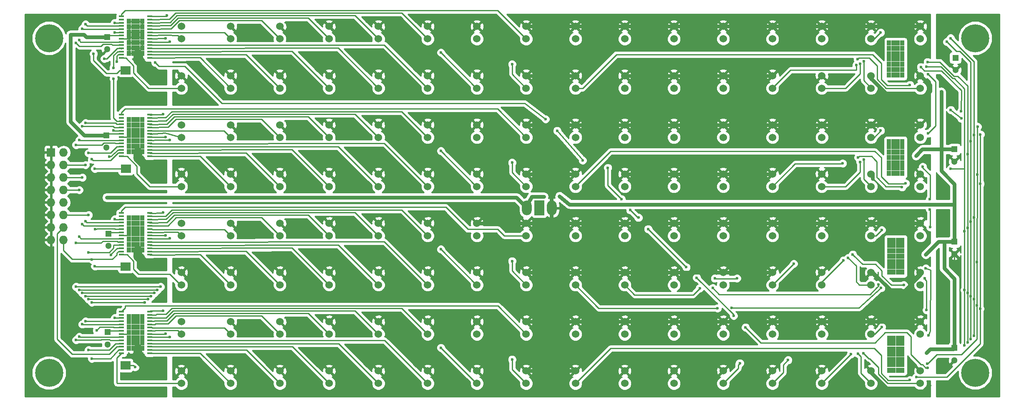
<source format=gtl>
%TF.GenerationSoftware,KiCad,Pcbnew,4.0.4-stable*%
%TF.CreationDate,2016-10-15T20:39:20+02:00*%
%TF.ProjectId,matrix-clock,6D61747269782D636C6F636B2E6B6963,rev?*%
%TF.FileFunction,Copper,L1,Top,Signal*%
%FSLAX46Y46*%
G04 Gerber Fmt 4.6, Leading zero omitted, Abs format (unit mm)*
G04 Created by KiCad (PCBNEW 4.0.4-stable) date Sat Oct 15 20:39:20 2016*
%MOMM*%
%LPD*%
G01*
G04 APERTURE LIST*
%ADD10C,0.100000*%
%ADD11C,1.524000*%
%ADD12C,0.600000*%
%ADD13R,2.000000X1.700000*%
%ADD14R,1.727200X1.727200*%
%ADD15O,1.727200X1.727200*%
%ADD16R,0.890000X1.100000*%
%ADD17R,1.100000X0.400000*%
%ADD18R,1.300000X1.300000*%
%ADD19C,1.300000*%
%ADD20C,5.700000*%
%ADD21O,2.000000X3.000000*%
%ADD22C,0.250000*%
%ADD23C,0.800000*%
%ADD24C,1.750000*%
%ADD25C,0.254000*%
G04 APERTURE END LIST*
D10*
D11*
X211370000Y-99950000D03*
X211370000Y-97410000D03*
X211370000Y-49950000D03*
X211370000Y-47410000D03*
X211370000Y-59950000D03*
X211370000Y-57410000D03*
X211370000Y-69950000D03*
X211370000Y-67410000D03*
X211370000Y-79950000D03*
X211370000Y-77410000D03*
D12*
X124770000Y-45790000D03*
X118520000Y-46790000D03*
X136020000Y-56790000D03*
X137020000Y-57790000D03*
X134520000Y-62040000D03*
X137520000Y-62040000D03*
X129020000Y-63040000D03*
X130020000Y-58290000D03*
X126270000Y-65540000D03*
X126270000Y-59290000D03*
X124770000Y-65540000D03*
X124770000Y-59290000D03*
X124520000Y-105540000D03*
X129520000Y-98540000D03*
X124520000Y-98290000D03*
X117770000Y-104790000D03*
X117770000Y-109790000D03*
X117770000Y-99790000D03*
X117770000Y-95290000D03*
X300020000Y-46290000D03*
X296770000Y-46290000D03*
X297270000Y-60790000D03*
X298520000Y-63040000D03*
X297770000Y-66290000D03*
X299270000Y-68540000D03*
X297020000Y-68540000D03*
X295270000Y-86540000D03*
X297020000Y-84790000D03*
X297020000Y-82290000D03*
X295520000Y-80790000D03*
X296020000Y-108540000D03*
X296020000Y-105540000D03*
X296020000Y-98540000D03*
X295520000Y-99790000D03*
X296770000Y-99790000D03*
X305770000Y-56290000D03*
X305770000Y-61290000D03*
X305770000Y-66290000D03*
X305770000Y-71290000D03*
X305770000Y-76290000D03*
X305770000Y-81290000D03*
X305770000Y-86290000D03*
X305770000Y-91290000D03*
X305770000Y-96290000D03*
X305770000Y-101290000D03*
X305770000Y-106290000D03*
X305770000Y-111290000D03*
X124520000Y-85040000D03*
X124520000Y-81540000D03*
X124520000Y-83290000D03*
X124520000Y-79790000D03*
X124520000Y-78040000D03*
X129020000Y-80790000D03*
X129020000Y-79540000D03*
X129020000Y-78290000D03*
X111270000Y-109540000D03*
X111270000Y-104540000D03*
X111270000Y-99540000D03*
X111270000Y-94540000D03*
X111270000Y-89540000D03*
X111270000Y-84540000D03*
X111270000Y-79540000D03*
X111270000Y-74540000D03*
X111270000Y-69540000D03*
X111270000Y-64540000D03*
X111270000Y-59540000D03*
X111270000Y-54540000D03*
X137270000Y-78290000D03*
X137270000Y-76790000D03*
D11*
X291370000Y-99950000D03*
X291370000Y-97410000D03*
X231370000Y-79950000D03*
X231370000Y-77410000D03*
D13*
X134050000Y-116280000D03*
X130050000Y-116280000D03*
X134050000Y-96200000D03*
X130050000Y-96200000D03*
X134130000Y-76310000D03*
X130130000Y-76310000D03*
D14*
X114935000Y-73025000D03*
D15*
X117475000Y-73025000D03*
X114935000Y-75565000D03*
X117475000Y-75565000D03*
X114935000Y-78105000D03*
X117475000Y-78105000D03*
X114935000Y-80645000D03*
X117475000Y-80645000D03*
X114935000Y-83185000D03*
X117475000Y-83185000D03*
X114935000Y-85725000D03*
X117475000Y-85725000D03*
X114935000Y-88265000D03*
X117475000Y-88265000D03*
X114935000Y-90805000D03*
X117475000Y-90805000D03*
D11*
X151370000Y-109950000D03*
X151370000Y-107410000D03*
X161370000Y-99950000D03*
X161370000Y-97410000D03*
X181370000Y-119950000D03*
X181370000Y-117410000D03*
X171370000Y-119950000D03*
X171370000Y-117410000D03*
X151370000Y-119950000D03*
X151370000Y-117410000D03*
X141370000Y-119950000D03*
X141370000Y-117410000D03*
X181370000Y-109950000D03*
X181370000Y-107410000D03*
X161370000Y-119950000D03*
X161370000Y-117410000D03*
X191370000Y-119950000D03*
X191370000Y-117410000D03*
X201370000Y-119950000D03*
X201370000Y-117410000D03*
X211370000Y-119950000D03*
X211370000Y-117410000D03*
X141370000Y-109950000D03*
X141370000Y-107410000D03*
X161370000Y-109950000D03*
X161370000Y-107410000D03*
X171370000Y-109950000D03*
X171370000Y-107410000D03*
X191370000Y-109950000D03*
X191370000Y-107410000D03*
X201370000Y-109950000D03*
X201370000Y-107410000D03*
X211370000Y-109950000D03*
X211370000Y-107410000D03*
X141370000Y-99950000D03*
X141370000Y-97410000D03*
X151370000Y-99950000D03*
X151370000Y-97410000D03*
X171370000Y-99950000D03*
X171370000Y-97410000D03*
X181370000Y-99950000D03*
X181370000Y-97410000D03*
X191370000Y-99950000D03*
X191370000Y-97410000D03*
X201370000Y-99950000D03*
X201370000Y-97410000D03*
X141370000Y-89950000D03*
X141370000Y-87410000D03*
X151370000Y-89950000D03*
X151370000Y-87410000D03*
X161370000Y-89950000D03*
X161370000Y-87410000D03*
X171370000Y-89950000D03*
X171370000Y-87410000D03*
X181370000Y-89950000D03*
X181370000Y-87410000D03*
X191370000Y-89950000D03*
X191370000Y-87410000D03*
X201370000Y-89950000D03*
X201370000Y-87410000D03*
X211370000Y-89950000D03*
X211370000Y-87410000D03*
X141370000Y-79950000D03*
X141370000Y-77410000D03*
X151370000Y-79950000D03*
X151370000Y-77410000D03*
X161370000Y-79950000D03*
X161370000Y-77410000D03*
X171370000Y-79950000D03*
X171370000Y-77410000D03*
X181370000Y-79950000D03*
X181370000Y-77410000D03*
X191370000Y-79950000D03*
X191370000Y-77410000D03*
X201370000Y-79950000D03*
X201370000Y-77410000D03*
X141370000Y-69950000D03*
X141370000Y-67410000D03*
X151370000Y-69950000D03*
X151370000Y-67410000D03*
X161370000Y-69950000D03*
X161370000Y-67410000D03*
X171370000Y-69950000D03*
X171370000Y-67410000D03*
X181370000Y-69950000D03*
X181370000Y-67410000D03*
X191370000Y-69950000D03*
X191370000Y-67410000D03*
X201370000Y-69950000D03*
X201370000Y-67410000D03*
X141370000Y-59950000D03*
X141370000Y-57410000D03*
X151370000Y-59950000D03*
X151370000Y-57410000D03*
X161370000Y-59950000D03*
X161370000Y-57410000D03*
X171370000Y-59950000D03*
X171370000Y-57410000D03*
X181370000Y-59950000D03*
X181370000Y-57410000D03*
X191370000Y-59950000D03*
X191370000Y-57410000D03*
X201370000Y-59950000D03*
X201370000Y-57410000D03*
X141370000Y-49950000D03*
X141370000Y-47410000D03*
X151370000Y-49950000D03*
X151370000Y-47410000D03*
X161370000Y-49950000D03*
X161370000Y-47410000D03*
X171370000Y-49950000D03*
X171370000Y-47410000D03*
X181370000Y-49950000D03*
X181370000Y-47410000D03*
X191370000Y-49950000D03*
X191370000Y-47410000D03*
X201370000Y-49950000D03*
X201370000Y-47410000D03*
X221370000Y-119950000D03*
X221370000Y-117410000D03*
X231370000Y-119950000D03*
X231370000Y-117410000D03*
X241370000Y-119950000D03*
X241370000Y-117410000D03*
X251370000Y-119950000D03*
X251370000Y-117410000D03*
X261370000Y-119950000D03*
X261370000Y-117410000D03*
X271370000Y-119950000D03*
X271370000Y-117410000D03*
X281370000Y-119950000D03*
X281370000Y-117410000D03*
X291370000Y-119950000D03*
X291370000Y-117410000D03*
X221370000Y-109950000D03*
X221370000Y-107410000D03*
X231370000Y-109950000D03*
X231370000Y-107410000D03*
X241370000Y-109950000D03*
X241370000Y-107410000D03*
X251370000Y-109950000D03*
X251370000Y-107410000D03*
X261370000Y-109950000D03*
X261370000Y-107410000D03*
X271370000Y-109950000D03*
X271370000Y-107410000D03*
X281370000Y-109950000D03*
X281370000Y-107410000D03*
X291370000Y-109950000D03*
X291370000Y-107410000D03*
X221370000Y-99950000D03*
X221370000Y-97410000D03*
X231370000Y-99950000D03*
X231370000Y-97410000D03*
X241370000Y-99950000D03*
X241370000Y-97410000D03*
X251370000Y-99950000D03*
X251370000Y-97410000D03*
X261370000Y-99950000D03*
X261370000Y-97410000D03*
X271370000Y-99950000D03*
X271370000Y-97410000D03*
X281370000Y-99950000D03*
X281370000Y-97410000D03*
X221370000Y-89950000D03*
X221370000Y-87410000D03*
X231370000Y-89950000D03*
X231370000Y-87410000D03*
X241370000Y-89950000D03*
X241370000Y-87410000D03*
X251370000Y-89950000D03*
X251370000Y-87410000D03*
X261370000Y-89950000D03*
X261370000Y-87410000D03*
X271370000Y-89950000D03*
X271370000Y-87410000D03*
X281370000Y-89950000D03*
X281370000Y-87410000D03*
X291370000Y-89950000D03*
X291370000Y-87410000D03*
X221370000Y-79950000D03*
X221370000Y-77410000D03*
X241370000Y-79950000D03*
X241370000Y-77410000D03*
X251370000Y-79950000D03*
X251370000Y-77410000D03*
X261370000Y-79950000D03*
X261370000Y-77410000D03*
X271370000Y-79950000D03*
X271370000Y-77410000D03*
X281370000Y-79950000D03*
X281370000Y-77410000D03*
X291370000Y-79950000D03*
X291370000Y-77410000D03*
X221370000Y-69950000D03*
X221370000Y-67410000D03*
X231370000Y-69950000D03*
X231370000Y-67410000D03*
X241370000Y-69950000D03*
X241370000Y-67410000D03*
X251370000Y-69950000D03*
X251370000Y-67410000D03*
X261370000Y-69950000D03*
X261370000Y-67410000D03*
X271370000Y-69950000D03*
X271370000Y-67410000D03*
X281370000Y-69950000D03*
X281370000Y-67410000D03*
X291370000Y-69950000D03*
X291370000Y-67410000D03*
X221370000Y-59950000D03*
X221370000Y-57410000D03*
X231370000Y-59950000D03*
X231370000Y-57410000D03*
X241370000Y-59950000D03*
X241370000Y-57410000D03*
X251370000Y-59950000D03*
X251370000Y-57410000D03*
X261370000Y-59950000D03*
X261370000Y-57410000D03*
X271370000Y-59950000D03*
X271370000Y-57410000D03*
X281370000Y-59950000D03*
X281370000Y-57410000D03*
X291370000Y-59950000D03*
X291370000Y-57410000D03*
X221370000Y-49950000D03*
X221370000Y-47410000D03*
X231370000Y-49950000D03*
X231370000Y-47410000D03*
X241370000Y-49950000D03*
X241370000Y-47410000D03*
X251370000Y-49950000D03*
X251370000Y-47410000D03*
X261370000Y-49950000D03*
X261370000Y-47410000D03*
X271370000Y-49950000D03*
X271370000Y-47410000D03*
X281370000Y-49950000D03*
X281370000Y-47410000D03*
X291370000Y-49950000D03*
X291370000Y-47410000D03*
D13*
X134080000Y-56324500D03*
X130080000Y-56324500D03*
D16*
X131652000Y-112858750D03*
X131652000Y-110699750D03*
X131652000Y-111756000D03*
X131652000Y-107438000D03*
X131652000Y-106381750D03*
X131652000Y-108540750D03*
X131652000Y-109597000D03*
X130763000Y-109597000D03*
X130763000Y-108540750D03*
X130763000Y-106381750D03*
X130763000Y-107438000D03*
X130763000Y-111756000D03*
X130763000Y-110699750D03*
X130763000Y-112858750D03*
X132541000Y-112858750D03*
X132541000Y-110699750D03*
X132541000Y-111756000D03*
X132541000Y-107438000D03*
X132541000Y-106381750D03*
X132541000Y-108540750D03*
X132541000Y-109597000D03*
X133430000Y-109597000D03*
X133430000Y-108540750D03*
X133430000Y-106381750D03*
X133430000Y-107438000D03*
X133430000Y-111756000D03*
X133430000Y-110699750D03*
X133430000Y-112858750D03*
D17*
X134930000Y-113815000D03*
X134930000Y-113165000D03*
X134930000Y-112515000D03*
X134930000Y-111865000D03*
X134930000Y-111215000D03*
X134930000Y-110565000D03*
X134930000Y-109915000D03*
X134930000Y-109265000D03*
X134930000Y-108615000D03*
X134930000Y-107965000D03*
X134930000Y-107315000D03*
X134930000Y-106665000D03*
X134930000Y-106015000D03*
X134930000Y-105365000D03*
X129230000Y-105365000D03*
X129230000Y-106015000D03*
X129230000Y-106665000D03*
X129230000Y-107315000D03*
X129230000Y-107965000D03*
X129230000Y-108615000D03*
X129230000Y-109265000D03*
X129230000Y-109915000D03*
X129230000Y-110565000D03*
X129230000Y-111215000D03*
X129230000Y-111865000D03*
X129230000Y-112515000D03*
X129230000Y-113165000D03*
X129230000Y-113815000D03*
D16*
X131652000Y-92838750D03*
X131652000Y-90679750D03*
X131652000Y-91736000D03*
X131652000Y-87418000D03*
X131652000Y-86361750D03*
X131652000Y-88520750D03*
X131652000Y-89577000D03*
X130763000Y-89577000D03*
X130763000Y-88520750D03*
X130763000Y-86361750D03*
X130763000Y-87418000D03*
X130763000Y-91736000D03*
X130763000Y-90679750D03*
X130763000Y-92838750D03*
X132541000Y-92838750D03*
X132541000Y-90679750D03*
X132541000Y-91736000D03*
X132541000Y-87418000D03*
X132541000Y-86361750D03*
X132541000Y-88520750D03*
X132541000Y-89577000D03*
X133430000Y-89577000D03*
X133430000Y-88520750D03*
X133430000Y-86361750D03*
X133430000Y-87418000D03*
X133430000Y-91736000D03*
X133430000Y-90679750D03*
X133430000Y-92838750D03*
D17*
X134930000Y-93795000D03*
X134930000Y-93145000D03*
X134930000Y-92495000D03*
X134930000Y-91845000D03*
X134930000Y-91195000D03*
X134930000Y-90545000D03*
X134930000Y-89895000D03*
X134930000Y-89245000D03*
X134930000Y-88595000D03*
X134930000Y-87945000D03*
X134930000Y-87295000D03*
X134930000Y-86645000D03*
X134930000Y-85995000D03*
X134930000Y-85345000D03*
X129230000Y-85345000D03*
X129230000Y-85995000D03*
X129230000Y-86645000D03*
X129230000Y-87295000D03*
X129230000Y-87945000D03*
X129230000Y-88595000D03*
X129230000Y-89245000D03*
X129230000Y-89895000D03*
X129230000Y-90545000D03*
X129230000Y-91195000D03*
X129230000Y-91845000D03*
X129230000Y-92495000D03*
X129230000Y-93145000D03*
X129230000Y-93795000D03*
D16*
X131652000Y-52862250D03*
X131652000Y-50703250D03*
X131652000Y-51759500D03*
X131652000Y-47441500D03*
X131652000Y-46385250D03*
X131652000Y-48544250D03*
X131652000Y-49600500D03*
X130763000Y-49600500D03*
X130763000Y-48544250D03*
X130763000Y-46385250D03*
X130763000Y-47441500D03*
X130763000Y-51759500D03*
X130763000Y-50703250D03*
X130763000Y-52862250D03*
X132541000Y-52862250D03*
X132541000Y-50703250D03*
X132541000Y-51759500D03*
X132541000Y-47441500D03*
X132541000Y-46385250D03*
X132541000Y-48544250D03*
X132541000Y-49600500D03*
X133430000Y-49600500D03*
X133430000Y-48544250D03*
X133430000Y-46385250D03*
X133430000Y-47441500D03*
X133430000Y-51759500D03*
X133430000Y-50703250D03*
X133430000Y-52862250D03*
D17*
X134930000Y-53818500D03*
X134930000Y-53168500D03*
X134930000Y-52518500D03*
X134930000Y-51868500D03*
X134930000Y-51218500D03*
X134930000Y-50568500D03*
X134930000Y-49918500D03*
X134930000Y-49268500D03*
X134930000Y-48618500D03*
X134930000Y-47968500D03*
X134930000Y-47318500D03*
X134930000Y-46668500D03*
X134930000Y-46018500D03*
X134930000Y-45368500D03*
X129230000Y-45368500D03*
X129230000Y-46018500D03*
X129230000Y-46668500D03*
X129230000Y-47318500D03*
X129230000Y-47968500D03*
X129230000Y-48618500D03*
X129230000Y-49268500D03*
X129230000Y-49918500D03*
X129230000Y-50568500D03*
X129230000Y-51218500D03*
X129230000Y-51868500D03*
X129230000Y-52518500D03*
X129230000Y-53168500D03*
X129230000Y-53818500D03*
D16*
X286838000Y-117268750D03*
X286838000Y-115109750D03*
X286838000Y-116166000D03*
X286838000Y-111848000D03*
X286838000Y-110791750D03*
X286838000Y-112950750D03*
X286838000Y-114007000D03*
X287727000Y-114007000D03*
X287727000Y-112950750D03*
X287727000Y-110791750D03*
X287727000Y-111848000D03*
X287727000Y-116166000D03*
X287727000Y-115109750D03*
X287727000Y-117268750D03*
X285949000Y-117268750D03*
X285949000Y-115109750D03*
X285949000Y-116166000D03*
X285949000Y-111848000D03*
X285949000Y-110791750D03*
X285949000Y-112950750D03*
X285949000Y-114007000D03*
X285060000Y-114007000D03*
X285060000Y-112950750D03*
X285060000Y-110791750D03*
X285060000Y-111848000D03*
X285060000Y-116166000D03*
X285060000Y-115109750D03*
X285060000Y-117268750D03*
X286838000Y-97368750D03*
X286838000Y-95209750D03*
X286838000Y-96266000D03*
X286838000Y-91948000D03*
X286838000Y-90891750D03*
X286838000Y-93050750D03*
X286838000Y-94107000D03*
X287727000Y-94107000D03*
X287727000Y-93050750D03*
X287727000Y-90891750D03*
X287727000Y-91948000D03*
X287727000Y-96266000D03*
X287727000Y-95209750D03*
X287727000Y-97368750D03*
X285949000Y-97368750D03*
X285949000Y-95209750D03*
X285949000Y-96266000D03*
X285949000Y-91948000D03*
X285949000Y-90891750D03*
X285949000Y-93050750D03*
X285949000Y-94107000D03*
X285060000Y-94107000D03*
X285060000Y-93050750D03*
X285060000Y-90891750D03*
X285060000Y-91948000D03*
X285060000Y-96266000D03*
X285060000Y-95209750D03*
X285060000Y-97368750D03*
X286798000Y-77278750D03*
X286798000Y-75119750D03*
X286798000Y-76176000D03*
X286798000Y-71858000D03*
X286798000Y-70801750D03*
X286798000Y-72960750D03*
X286798000Y-74017000D03*
X287687000Y-74017000D03*
X287687000Y-72960750D03*
X287687000Y-70801750D03*
X287687000Y-71858000D03*
X287687000Y-76176000D03*
X287687000Y-75119750D03*
X287687000Y-77278750D03*
X285909000Y-77278750D03*
X285909000Y-75119750D03*
X285909000Y-76176000D03*
X285909000Y-71858000D03*
X285909000Y-70801750D03*
X285909000Y-72960750D03*
X285909000Y-74017000D03*
X285020000Y-74017000D03*
X285020000Y-72960750D03*
X285020000Y-70801750D03*
X285020000Y-71858000D03*
X285020000Y-76176000D03*
X285020000Y-75119750D03*
X285020000Y-77278750D03*
X286813000Y-57243750D03*
X286813000Y-55084750D03*
X286813000Y-56141000D03*
X286813000Y-51823000D03*
X286813000Y-50766750D03*
X286813000Y-52925750D03*
X286813000Y-53982000D03*
X287702000Y-53982000D03*
X287702000Y-52925750D03*
X287702000Y-50766750D03*
X287702000Y-51823000D03*
X287702000Y-56141000D03*
X287702000Y-55084750D03*
X287702000Y-57243750D03*
X285924000Y-57243750D03*
X285924000Y-55084750D03*
X285924000Y-56141000D03*
X285924000Y-51823000D03*
X285924000Y-50766750D03*
X285924000Y-52925750D03*
X285924000Y-53982000D03*
X285035000Y-53982000D03*
X285035000Y-52925750D03*
X285035000Y-50766750D03*
X285035000Y-51823000D03*
X285035000Y-56141000D03*
X285035000Y-55084750D03*
X285035000Y-57243750D03*
X131652000Y-72848750D03*
X131652000Y-70689750D03*
X131652000Y-71746000D03*
X131652000Y-67428000D03*
X131652000Y-66371750D03*
X131652000Y-68530750D03*
X131652000Y-69587000D03*
X130763000Y-69587000D03*
X130763000Y-68530750D03*
X130763000Y-66371750D03*
X130763000Y-67428000D03*
X130763000Y-71746000D03*
X130763000Y-70689750D03*
X130763000Y-72848750D03*
X132541000Y-72848750D03*
X132541000Y-70689750D03*
X132541000Y-71746000D03*
X132541000Y-67428000D03*
X132541000Y-66371750D03*
X132541000Y-68530750D03*
X132541000Y-69587000D03*
X133430000Y-69587000D03*
X133430000Y-68530750D03*
X133430000Y-66371750D03*
X133430000Y-67428000D03*
X133430000Y-71746000D03*
X133430000Y-70689750D03*
X133430000Y-72848750D03*
D17*
X134930000Y-73805000D03*
X134930000Y-73155000D03*
X134930000Y-72505000D03*
X134930000Y-71855000D03*
X134930000Y-71205000D03*
X134930000Y-70555000D03*
X134930000Y-69905000D03*
X134930000Y-69255000D03*
X134930000Y-68605000D03*
X134930000Y-67955000D03*
X134930000Y-67305000D03*
X134930000Y-66655000D03*
X134930000Y-66005000D03*
X134930000Y-65355000D03*
X129230000Y-65355000D03*
X129230000Y-66005000D03*
X129230000Y-66655000D03*
X129230000Y-67305000D03*
X129230000Y-67955000D03*
X129230000Y-68605000D03*
X129230000Y-69255000D03*
X129230000Y-69905000D03*
X129230000Y-70555000D03*
X129230000Y-71205000D03*
X129230000Y-71855000D03*
X129230000Y-72505000D03*
X129230000Y-73155000D03*
X129230000Y-73805000D03*
D18*
X126431040Y-109560360D03*
D19*
X126431040Y-112060360D03*
D18*
X126542800Y-89535000D03*
D19*
X126542800Y-92035000D03*
D18*
X126120000Y-69550000D03*
D19*
X126120000Y-72050000D03*
D18*
X126365000Y-49555400D03*
D19*
X126365000Y-52055400D03*
D18*
X298323000Y-112776000D03*
D19*
X298323000Y-115276000D03*
D18*
X298323000Y-91186000D03*
D19*
X298323000Y-93686000D03*
D18*
X298323000Y-72390000D03*
D19*
X298323000Y-74890000D03*
D18*
X298510000Y-53780000D03*
D19*
X298510000Y-56280000D03*
D20*
X114520000Y-117790000D03*
X302520000Y-49790000D03*
X302520000Y-117790000D03*
X114520000Y-49790000D03*
D12*
X137270000Y-75290000D03*
D21*
X211510000Y-84290000D03*
D10*
G36*
X215050000Y-85790000D02*
X213050000Y-85790000D01*
X213050000Y-82790000D01*
X215050000Y-82790000D01*
X215050000Y-85790000D01*
X215050000Y-85790000D01*
G37*
D21*
X216590000Y-84290000D03*
D12*
X293237920Y-120324880D03*
X139039600Y-110495200D03*
X194056000Y-112705000D03*
X138150600Y-109860200D03*
X208508600Y-115092600D03*
X137668000Y-105212000D03*
X298220000Y-96240000D03*
X124190000Y-109190000D03*
X132020000Y-116610000D03*
X127127000Y-93853000D03*
X127889000Y-106680000D03*
X194056000Y-92705000D03*
X139039600Y-90495200D03*
X208508600Y-95092600D03*
X138150000Y-89890000D03*
X137668000Y-85212000D03*
X194056000Y-72705000D03*
X139039600Y-70495200D03*
X208508600Y-75092600D03*
X138150600Y-69860200D03*
X137668000Y-65212000D03*
X139039600Y-50495200D03*
X194056000Y-52705000D03*
X138150600Y-49860200D03*
X208508600Y-55092600D03*
X138430000Y-45212000D03*
X123888500Y-88582500D03*
X123825000Y-96139000D03*
X127635000Y-68580000D03*
X123825000Y-76327000D03*
X127812800Y-48628300D03*
X123571000Y-52959000D03*
X126746000Y-73914000D03*
X127889000Y-86614000D03*
X127571500Y-55829200D03*
X127596900Y-58026300D03*
X292860000Y-116770000D03*
X217650000Y-68610000D03*
X222830000Y-74640000D03*
X227940000Y-76130000D03*
X230695500Y-82486500D03*
X232486200Y-84734400D03*
X234165140Y-86278720D03*
X236120940Y-88569800D03*
X243860320Y-96337120D03*
X245983760Y-98488500D03*
X253499620Y-106199940D03*
X255902460Y-108574840D03*
X215310000Y-66250000D03*
X136103360Y-54762400D03*
X127853440Y-46664880D03*
X289237420Y-119283480D03*
X254728980Y-115839240D03*
X264540000Y-115210000D03*
X277296880Y-114040920D03*
X278709120Y-113934240D03*
X279840000Y-113800000D03*
X283570680Y-108516420D03*
X283400000Y-100570000D03*
X253080000Y-104620000D03*
X250210000Y-104670000D03*
X282880000Y-99900000D03*
X249250000Y-100570000D03*
X246600000Y-100610000D03*
X254160000Y-98600000D03*
X249660000Y-98620000D03*
X265684000Y-95631000D03*
X275805900Y-94937580D03*
X276733000Y-94457520D03*
X277650000Y-93760000D03*
X288013140Y-99956620D03*
X283560000Y-88770000D03*
X288394140Y-79286100D03*
X275614000Y-75245000D03*
X279146000Y-74991000D03*
X279900000Y-74460000D03*
X278765000Y-74041000D03*
X287660080Y-80068420D03*
X283337000Y-68580000D03*
X289255200Y-59283600D03*
X278384000Y-55245000D03*
X279146000Y-54991000D03*
X279908000Y-54483000D03*
X278638000Y-54102000D03*
X283337000Y-48641000D03*
X292486080Y-96583500D03*
X293019480Y-110220760D03*
X291868860Y-75948540D03*
X293319200Y-84592160D03*
X293339520Y-88168480D03*
X293324280Y-82524600D03*
X292978840Y-69123560D03*
X292912800Y-57119520D03*
X123190000Y-94760000D03*
X297550000Y-64370000D03*
X292650000Y-105050000D03*
X292280000Y-98630000D03*
X299694600Y-66122600D03*
X303574928Y-69349985D03*
X290555680Y-118696740D03*
X303564928Y-79374985D03*
X303530000Y-104775000D03*
X133985000Y-103505000D03*
X123190000Y-103505000D03*
X123190000Y-74422000D03*
X123190000Y-114935000D03*
X128270000Y-54610000D03*
X291480000Y-55650000D03*
X302900000Y-95330000D03*
X292806120Y-115953540D03*
X299682220Y-64634400D03*
X303000743Y-67790023D03*
X302925743Y-77508123D03*
X302895000Y-104140000D03*
X122555000Y-102870000D03*
X134620000Y-102870000D03*
X125730000Y-53975000D03*
X122555000Y-73152000D03*
X122555000Y-93345000D03*
X122555000Y-85725000D03*
X122555000Y-113157000D03*
X300357540Y-89006680D03*
X300319440Y-112257840D03*
X297561000Y-76327000D03*
X292653720Y-55595520D03*
X120015000Y-100330000D03*
X137160000Y-100330000D03*
X300355000Y-100965000D03*
X120015000Y-91440000D03*
X120015000Y-50800000D03*
X120015000Y-111125000D03*
X120020000Y-71470000D03*
X300984920Y-88315800D03*
X292836600Y-54635400D03*
X300987460Y-111615220D03*
X300990000Y-73406000D03*
X300990000Y-101600000D03*
X120650000Y-100965000D03*
X136525000Y-100965000D03*
X120650000Y-90170000D03*
X120650000Y-70485000D03*
X120650000Y-80645000D03*
X120650000Y-110490000D03*
X120650000Y-50165000D03*
X302260000Y-69500000D03*
X302254920Y-86222840D03*
X302254920Y-110253780D03*
X302260000Y-102870000D03*
X297520000Y-49790000D03*
X121920000Y-102235000D03*
X135255000Y-102235000D03*
X121920000Y-67056000D03*
X121920000Y-46990000D03*
X121920000Y-107315000D03*
X121920000Y-75565000D03*
X121920000Y-86995000D03*
X296770000Y-50540000D03*
X301630080Y-87111840D03*
X301627540Y-110962440D03*
X301625000Y-110962440D03*
X301619920Y-110952280D03*
X301625000Y-70739000D03*
X301625000Y-102235000D03*
X121285000Y-101600000D03*
X135890000Y-101600000D03*
X121285000Y-87630000D03*
X121285000Y-78105000D03*
X121285000Y-107950000D03*
X121285000Y-67691000D03*
X121285000Y-47879000D03*
X214950000Y-81990000D03*
X218140000Y-81920000D03*
X126238000Y-82169000D03*
X292620000Y-113720000D03*
X295610000Y-60690000D03*
X290500000Y-73680000D03*
X292470000Y-93760000D03*
D22*
X141370000Y-119950000D02*
X128335000Y-119950000D01*
X128270000Y-114775000D02*
X129230000Y-113815000D01*
X128270000Y-119885000D02*
X128270000Y-114775000D01*
X128335000Y-119950000D02*
X128270000Y-119885000D01*
X216510000Y-80360000D02*
X216510000Y-84210000D01*
X216510000Y-84210000D02*
X216590000Y-84290000D01*
D23*
X211370000Y-87410000D02*
X201370000Y-87410000D01*
D22*
X281370000Y-57410000D02*
X281370000Y-58010000D01*
X281370000Y-58010000D02*
X281740000Y-58380000D01*
D23*
X291370000Y-77410000D02*
X291370000Y-77681840D01*
X281700000Y-78350000D02*
X281700000Y-77740000D01*
X281700000Y-77740000D02*
X281370000Y-77410000D01*
X216510000Y-82780000D02*
X216510000Y-83541000D01*
X216510000Y-83541000D02*
X216535000Y-83566000D01*
X231370000Y-87410000D02*
X241370000Y-87410000D01*
X241370000Y-87410000D02*
X251370000Y-87410000D01*
X251370000Y-87410000D02*
X261370000Y-87410000D01*
X271370000Y-87410000D02*
X261370000Y-87410000D01*
X281370000Y-87410000D02*
X271370000Y-87410000D01*
X291370000Y-87410000D02*
X281370000Y-87410000D01*
X281370000Y-57410000D02*
X281370000Y-58010000D01*
X281370000Y-58010000D02*
X281740000Y-58380000D01*
X281740000Y-58380000D02*
X281740000Y-58352080D01*
X291471000Y-57410000D02*
X293370000Y-59309000D01*
X284982920Y-61595000D02*
X281740000Y-58352080D01*
X281740000Y-58352080D02*
X280917590Y-57529670D01*
X292354000Y-61595000D02*
X284982920Y-61595000D01*
X293370000Y-60579000D02*
X292354000Y-61595000D01*
X293370000Y-59309000D02*
X293370000Y-60579000D01*
X251370000Y-57410000D02*
X261370000Y-57410000D01*
X241370000Y-57410000D02*
X231370000Y-57410000D01*
X251370000Y-57410000D02*
X241370000Y-57410000D01*
X231370000Y-47410000D02*
X221370000Y-47410000D01*
X241370000Y-47410000D02*
X231370000Y-47410000D01*
X251370000Y-47410000D02*
X241370000Y-47410000D01*
X261370000Y-47410000D02*
X251370000Y-47410000D01*
X271370000Y-47410000D02*
X261370000Y-47410000D01*
X281370000Y-47410000D02*
X271370000Y-47410000D01*
X271370000Y-107410000D02*
X281370000Y-107410000D01*
X261370000Y-107410000D02*
X271370000Y-107410000D01*
X251370000Y-107410000D02*
X261370000Y-107410000D01*
X241370000Y-107410000D02*
X251370000Y-107410000D01*
X231370000Y-107410000D02*
X241370000Y-107410000D01*
X221370000Y-107410000D02*
X231370000Y-107410000D01*
X221370000Y-117410000D02*
X211370000Y-117410000D01*
X251370000Y-97410000D02*
X261370000Y-97410000D01*
X221370000Y-97410000D02*
X251370000Y-97410000D01*
X285475500Y-101155500D02*
X288175700Y-101155500D01*
X288175700Y-101155500D02*
X291370000Y-97961200D01*
X291370000Y-97961200D02*
X291370000Y-97410000D01*
X281370000Y-47410000D02*
X291370000Y-47410000D01*
X221370000Y-87410000D02*
X231370000Y-87410000D01*
X271370000Y-67410000D02*
X221370000Y-67410000D01*
X291370000Y-67410000D02*
X271370000Y-67410000D01*
X261370000Y-77410000D02*
X251370000Y-77410000D01*
X231370000Y-77410000D02*
X241370000Y-77410000D01*
X281370000Y-107410000D02*
X291370000Y-107410000D01*
X293237920Y-120324880D02*
X293232840Y-120329960D01*
X293232840Y-120329960D02*
X293232840Y-120335040D01*
X281370000Y-117410000D02*
X281370000Y-117768600D01*
X281339520Y-117740660D02*
X285153100Y-121554240D01*
X285153100Y-121554240D02*
X292013640Y-121554240D01*
X292013640Y-121554240D02*
X293232840Y-120335040D01*
X281370000Y-97410000D02*
X281370000Y-97050000D01*
X281370000Y-97050000D02*
X285475500Y-101155500D01*
X251370000Y-77410000D02*
X241370000Y-77410000D01*
X291370000Y-57410000D02*
X291471000Y-57410000D01*
X211370000Y-77410000D02*
X221370000Y-77410000D01*
X221370000Y-67410000D02*
X211370000Y-67410000D01*
X221370000Y-97410000D02*
X211370000Y-97410000D01*
X221370000Y-107410000D02*
X211370000Y-107410000D01*
X221370000Y-117410000D02*
X217140000Y-117410000D01*
X217140000Y-117410000D02*
X216510000Y-116780000D01*
X216510000Y-47410000D02*
X216510000Y-80360000D01*
X216510000Y-80360000D02*
X216510000Y-82780000D01*
X216510000Y-82780000D02*
X216510000Y-116780000D01*
X215880000Y-117410000D02*
X211370000Y-117410000D01*
X216510000Y-116780000D02*
X215880000Y-117410000D01*
X221370000Y-47410000D02*
X216510000Y-47410000D01*
X216510000Y-47410000D02*
X211370000Y-47410000D01*
X211370000Y-57410000D02*
X221370000Y-57410000D01*
X221370000Y-87410000D02*
X211370000Y-87410000D01*
D22*
X134930000Y-113815000D02*
X145235000Y-113815000D01*
X145235000Y-113815000D02*
X151370000Y-119950000D01*
X134930000Y-113165000D02*
X154585000Y-113165000D01*
X154585000Y-113165000D02*
X161370000Y-119950000D01*
X134930000Y-112515000D02*
X163935000Y-112515000D01*
X163935000Y-112515000D02*
X171370000Y-119950000D01*
X134930000Y-111865000D02*
X173285000Y-111865000D01*
X173285000Y-111865000D02*
X181370000Y-119950000D01*
X134930000Y-111215000D02*
X182635000Y-111215000D01*
X182635000Y-111215000D02*
X191370000Y-119950000D01*
X134930000Y-110565000D02*
X138969800Y-110565000D01*
X138969800Y-110565000D02*
X139039600Y-110495200D01*
X201370000Y-119950000D02*
X201301000Y-119950000D01*
X194056000Y-112705000D02*
X201301000Y-119950000D01*
X134930000Y-109915000D02*
X138095800Y-109915000D01*
X138095800Y-109915000D02*
X138150600Y-109860200D01*
X208508600Y-115092600D02*
X208534000Y-115118000D01*
X208534000Y-115118000D02*
X208534000Y-117114000D01*
X208534000Y-117114000D02*
X211370000Y-119950000D01*
X140625000Y-109205000D02*
X136085000Y-109205000D01*
X136085000Y-109205000D02*
X136025000Y-109265000D01*
X136025000Y-109265000D02*
X134930000Y-109265000D01*
X134990000Y-109205000D02*
X134930000Y-109265000D01*
X140625000Y-109205000D02*
X141370000Y-109950000D01*
X135509000Y-108666400D02*
X150086400Y-108666400D01*
X135397240Y-108554640D02*
X135509000Y-108666400D01*
X134879080Y-108618140D02*
X135397240Y-108554640D01*
X150086400Y-108666400D02*
X151370000Y-109950000D01*
X138723000Y-107840000D02*
X136120000Y-107840000D01*
X136120000Y-107840000D02*
X135995000Y-107965000D01*
X135995000Y-107965000D02*
X134930000Y-107965000D01*
X140335000Y-106228000D02*
X157648000Y-106228000D01*
X157648000Y-106228000D02*
X161370000Y-109950000D01*
X138723000Y-107840000D02*
X140335000Y-106228000D01*
X138419840Y-107254160D02*
X135925840Y-107254160D01*
X135925840Y-107254160D02*
X135865000Y-107315000D01*
X135865000Y-107315000D02*
X134930000Y-107315000D01*
X139954000Y-105720000D02*
X167140000Y-105720000D01*
X167140000Y-105720000D02*
X171370000Y-109950000D01*
X138419840Y-107254160D02*
X139954000Y-105720000D01*
X138297920Y-106603920D02*
X136136080Y-106603920D01*
X136136080Y-106603920D02*
X136075000Y-106665000D01*
X136075000Y-106665000D02*
X134930000Y-106665000D01*
X139689840Y-105212000D02*
X176632000Y-105212000D01*
X176632000Y-105212000D02*
X181370000Y-109950000D01*
X181370000Y-109950000D02*
X181141000Y-109950000D01*
X138297920Y-106603920D02*
X139689840Y-105212000D01*
X138240000Y-105910000D02*
X136320000Y-105910000D01*
X136320000Y-105910000D02*
X136215000Y-106015000D01*
X136215000Y-106015000D02*
X134930000Y-106015000D01*
X139446000Y-104704000D02*
X186124000Y-104704000D01*
X138240000Y-105910000D02*
X139446000Y-104704000D01*
X186124000Y-104704000D02*
X191370000Y-109950000D01*
X191370000Y-109950000D02*
X191370000Y-109511000D01*
X137668000Y-105212000D02*
X135083000Y-105212000D01*
X135083000Y-105212000D02*
X134930000Y-105365000D01*
X134930000Y-105368500D02*
X134967000Y-105305000D01*
X134930000Y-105368500D02*
X135416000Y-105368500D01*
X201370000Y-109950000D02*
X201080000Y-109950000D01*
X129984500Y-104212500D02*
X129984500Y-104610500D01*
X211370000Y-109950000D02*
X205632500Y-104212500D01*
X129984500Y-104212500D02*
X205632500Y-104212500D01*
X129984500Y-104610500D02*
X129230000Y-105365000D01*
X211370000Y-109950000D02*
X211240000Y-109950000D01*
X298220000Y-96240000D02*
X298323000Y-96137000D01*
X298323000Y-96137000D02*
X298323000Y-93686000D01*
X130763000Y-46385250D02*
X133430000Y-46385250D01*
X133430000Y-46385250D02*
X133430000Y-47441500D01*
X133430000Y-47441500D02*
X130763000Y-47441500D01*
X130763000Y-47441500D02*
X130763000Y-48544250D01*
X130763000Y-48544250D02*
X133430000Y-48544250D01*
X133430000Y-48544250D02*
X133430000Y-49600500D01*
X133430000Y-49600500D02*
X130763000Y-49600500D01*
X130763000Y-49600500D02*
X130763000Y-50703250D01*
X130763000Y-50703250D02*
X133430000Y-50703250D01*
X133430000Y-50703250D02*
X133430000Y-51759500D01*
X133430000Y-51759500D02*
X130763000Y-51759500D01*
X130763000Y-51759500D02*
X130763000Y-52862250D01*
X130763000Y-52862250D02*
X133430000Y-52862250D01*
X133430000Y-52862250D02*
X133430000Y-55674500D01*
X133430000Y-55674500D02*
X134080000Y-56324500D01*
X129230000Y-109915000D02*
X130445000Y-109915000D01*
X130445000Y-109915000D02*
X130763000Y-109597000D01*
X129230000Y-89895000D02*
X130445000Y-89895000D01*
D24*
X134050000Y-96200000D02*
X134050000Y-95696000D01*
X134050000Y-95696000D02*
X132541000Y-94187000D01*
X132541000Y-94187000D02*
X132541000Y-92838750D01*
X134130000Y-76310000D02*
X134130000Y-75837000D01*
X134130000Y-75837000D02*
X132541000Y-74248000D01*
X132541000Y-74248000D02*
X132541000Y-72848750D01*
X134080000Y-56324500D02*
X134080000Y-55848000D01*
X134080000Y-55848000D02*
X132541000Y-54309000D01*
X132541000Y-54309000D02*
X132541000Y-52862250D01*
X134130000Y-76310000D02*
X134130000Y-76218000D01*
X134050000Y-116280000D02*
X133806000Y-116280000D01*
X133806000Y-116280000D02*
X132541000Y-115015000D01*
X132541000Y-115015000D02*
X132541000Y-112858750D01*
D22*
X129230000Y-49918500D02*
X130445000Y-49918500D01*
X130445000Y-49918500D02*
X130763000Y-49600500D01*
X129230000Y-69905000D02*
X130445000Y-69905000D01*
X130445000Y-69905000D02*
X130763000Y-69587000D01*
X130445000Y-89895000D02*
X130763000Y-89577000D01*
X129230000Y-108615000D02*
X127705000Y-108615000D01*
X127705000Y-108615000D02*
X127635002Y-108545002D01*
X127635002Y-108545002D02*
X124834998Y-108545002D01*
X124834998Y-108545002D02*
X124190000Y-109190000D01*
X132020000Y-116610000D02*
X131690000Y-116280000D01*
X131690000Y-116280000D02*
X130050000Y-116280000D01*
X127127000Y-93726000D02*
X127127000Y-93853000D01*
X127127000Y-93726000D02*
X128358000Y-92495000D01*
X129230000Y-106665000D02*
X127904000Y-106665000D01*
X127904000Y-106665000D02*
X127889000Y-106680000D01*
X128358000Y-92495000D02*
X129230000Y-92495000D01*
X131699000Y-95123000D02*
X131699000Y-96774000D01*
X139065000Y-97790000D02*
X132715000Y-97790000D01*
X139065000Y-97790000D02*
X141225000Y-99950000D01*
X131699000Y-96774000D02*
X132715000Y-97790000D01*
X141370000Y-99950000D02*
X141225000Y-99950000D01*
X129230000Y-93795000D02*
X130371000Y-93795000D01*
X130371000Y-93795000D02*
X131699000Y-95123000D01*
X134930000Y-93818500D02*
X145175000Y-93755000D01*
X145175000Y-93755000D02*
X151370000Y-99950000D01*
X154525000Y-93105000D02*
X161370000Y-99950000D01*
X134930000Y-93168500D02*
X154525000Y-93105000D01*
X163876080Y-92456080D02*
X171370000Y-99950000D01*
X134879080Y-92519580D02*
X163876080Y-92456080D01*
X134930000Y-91868500D02*
X173225000Y-91805000D01*
X173225000Y-91805000D02*
X181370000Y-99950000D01*
X134930000Y-91218500D02*
X182575000Y-91155000D01*
X182575000Y-91155000D02*
X191370000Y-99950000D01*
X201370000Y-99950000D02*
X201301000Y-99950000D01*
X138930000Y-90580000D02*
X134879080Y-90568860D01*
X194056000Y-92705000D02*
X201301000Y-99950000D01*
X208534000Y-97114000D02*
X211370000Y-99950000D01*
X208534000Y-95118000D02*
X208534000Y-97114000D01*
X208508600Y-95092600D02*
X208534000Y-95118000D01*
X138144920Y-89884920D02*
X138150000Y-89890000D01*
X134879080Y-89918620D02*
X138144920Y-89884920D01*
X140625000Y-89205000D02*
X141370000Y-89950000D01*
X134930000Y-89268500D02*
X140625000Y-89205000D01*
X150086400Y-88666400D02*
X151370000Y-89950000D01*
X134879080Y-88618140D02*
X135397240Y-88554640D01*
X135509000Y-88666400D02*
X150086400Y-88666400D01*
X135397240Y-88554640D02*
X135509000Y-88666400D01*
X138658600Y-87904400D02*
X140335000Y-86228000D01*
X140335000Y-86228000D02*
X157648000Y-86228000D01*
X134879080Y-87967900D02*
X138658600Y-87904400D01*
X157648000Y-86228000D02*
X161370000Y-89950000D01*
X138419840Y-87254160D02*
X139954000Y-85720000D01*
X139954000Y-85720000D02*
X167140000Y-85720000D01*
X134879080Y-87317660D02*
X138419840Y-87254160D01*
X167140000Y-85720000D02*
X171370000Y-89950000D01*
X138297920Y-86603920D02*
X139689840Y-85212000D01*
X134879080Y-86667420D02*
X138297920Y-86603920D01*
X181370000Y-89950000D02*
X181141000Y-89950000D01*
X139689840Y-85212000D02*
X176632000Y-85212000D01*
X176632000Y-85212000D02*
X181370000Y-89950000D01*
X191370000Y-89950000D02*
X191370000Y-89511000D01*
X186124000Y-84704000D02*
X191370000Y-89950000D01*
X134879080Y-86019720D02*
X138193780Y-85956220D01*
X139446000Y-84704000D02*
X186124000Y-84704000D01*
X138193780Y-85956220D02*
X139446000Y-84704000D01*
X201370000Y-89950000D02*
X201080000Y-89950000D01*
X134930000Y-85368500D02*
X135416000Y-85368500D01*
X134930000Y-85368500D02*
X134967000Y-85305000D01*
X137634980Y-85305980D02*
X137668000Y-85272960D01*
X137668000Y-85272960D02*
X137668000Y-85212000D01*
X134879080Y-85369480D02*
X137634980Y-85305980D01*
X211370000Y-89950000D02*
X206910000Y-89950000D01*
X206910000Y-89950000D02*
X205600000Y-88640000D01*
X205600000Y-88640000D02*
X199550000Y-88640000D01*
X199550000Y-88640000D02*
X195042500Y-84132500D01*
X129984500Y-84132500D02*
X195042500Y-84132500D01*
X129230000Y-85345000D02*
X129230000Y-84887000D01*
X129230000Y-84887000D02*
X129984500Y-84132500D01*
X129230000Y-73805000D02*
X130355000Y-73805000D01*
X130355000Y-73805000D02*
X132360000Y-75810000D01*
X132360000Y-75810000D02*
X132360000Y-77369000D01*
X132360000Y-77369000D02*
X134941000Y-79950000D01*
X134941000Y-79950000D02*
X141370000Y-79950000D01*
X129230000Y-73805000D02*
X129014000Y-73805000D01*
X134930000Y-73818500D02*
X145175000Y-73755000D01*
X145175000Y-73755000D02*
X151370000Y-79950000D01*
X154525000Y-73105000D02*
X161370000Y-79950000D01*
X134930000Y-73168500D02*
X154525000Y-73105000D01*
X163876080Y-72456080D02*
X171370000Y-79950000D01*
X134879080Y-72519580D02*
X163876080Y-72456080D01*
X134930000Y-71868500D02*
X173225000Y-71805000D01*
X173225000Y-71805000D02*
X181370000Y-79950000D01*
X134930000Y-71218500D02*
X182575000Y-71155000D01*
X182575000Y-71155000D02*
X191370000Y-79950000D01*
X136779000Y-70505360D02*
X134879080Y-70568860D01*
X138343640Y-70505360D02*
X139039600Y-70495200D01*
X194056000Y-72705000D02*
X201301000Y-79950000D01*
X136779000Y-70505360D02*
X138343640Y-70505360D01*
X201370000Y-79950000D02*
X201301000Y-79950000D01*
X208534000Y-77114000D02*
X211370000Y-79950000D01*
X208534000Y-75118000D02*
X208534000Y-77114000D01*
X208508600Y-75092600D02*
X208534000Y-75118000D01*
X138145520Y-69855120D02*
X138150600Y-69860200D01*
X134879080Y-69918620D02*
X138145520Y-69855120D01*
X138120000Y-69070000D02*
X141370000Y-69950000D01*
X134930000Y-69268500D02*
X136040000Y-69256123D01*
X136040000Y-69256123D02*
X138120000Y-69070000D01*
X134930000Y-68605000D02*
X150025000Y-68605000D01*
X150025000Y-68605000D02*
X151370000Y-69950000D01*
X138658600Y-67904400D02*
X140335000Y-66228000D01*
X140335000Y-66228000D02*
X157648000Y-66228000D01*
X134879080Y-67967900D02*
X138658600Y-67904400D01*
X157648000Y-66228000D02*
X161370000Y-69950000D01*
X138419840Y-67254160D02*
X139954000Y-65720000D01*
X139954000Y-65720000D02*
X167140000Y-65720000D01*
X134879080Y-67317660D02*
X138419840Y-67254160D01*
X167140000Y-65720000D02*
X171370000Y-69950000D01*
X138297920Y-66603920D02*
X139689840Y-65212000D01*
X134879080Y-66667420D02*
X138297920Y-66603920D01*
X181370000Y-69950000D02*
X181141000Y-69950000D01*
X139689840Y-65212000D02*
X176632000Y-65212000D01*
X176632000Y-65212000D02*
X181370000Y-69950000D01*
X191370000Y-69950000D02*
X191370000Y-69511000D01*
X186124000Y-64704000D02*
X191370000Y-69950000D01*
X134879080Y-66019720D02*
X138193780Y-65956220D01*
X139446000Y-64704000D02*
X186124000Y-64704000D01*
X138193780Y-65956220D02*
X139446000Y-64704000D01*
X134930000Y-65355000D02*
X137525000Y-65355000D01*
X137525000Y-65355000D02*
X137668000Y-65212000D01*
X201370000Y-69950000D02*
X201080000Y-69950000D01*
X134930000Y-65368500D02*
X135416000Y-65368500D01*
X205552500Y-64132500D02*
X211370000Y-69950000D01*
X129984500Y-64132500D02*
X205552500Y-64132500D01*
X211370000Y-69950000D02*
X211240000Y-69950000D01*
X129230000Y-65355000D02*
X129230000Y-64887000D01*
X129230000Y-64887000D02*
X129984500Y-64132500D01*
X131699000Y-55394060D02*
X131699000Y-56896000D01*
X130123440Y-53818500D02*
X131699000Y-55394060D01*
X129230000Y-53818500D02*
X130123440Y-53818500D01*
X134753000Y-59950000D02*
X141370000Y-59950000D01*
X131699000Y-56896000D02*
X134753000Y-59950000D01*
X145175000Y-53755000D02*
X151370000Y-59950000D01*
X134930000Y-53818500D02*
X145175000Y-53755000D01*
X134930000Y-53168500D02*
X154525000Y-53105000D01*
X154525000Y-53105000D02*
X161370000Y-59950000D01*
X163876080Y-52456080D02*
X171370000Y-59950000D01*
X134879080Y-52519580D02*
X163876080Y-52456080D01*
X173225000Y-51805000D02*
X181370000Y-59950000D01*
X134930000Y-51868500D02*
X173225000Y-51805000D01*
X182575000Y-51155000D02*
X191370000Y-59950000D01*
X134930000Y-51218500D02*
X182575000Y-51155000D01*
X194056000Y-52705000D02*
X201301000Y-59950000D01*
X139050000Y-50600000D02*
X134879080Y-50568860D01*
X201370000Y-59950000D02*
X201301000Y-59950000D01*
X134879080Y-49918620D02*
X138145520Y-49855120D01*
X138145520Y-49855120D02*
X138150600Y-49860200D01*
X208508600Y-55092600D02*
X208534000Y-55118000D01*
X208534000Y-55118000D02*
X208534000Y-57114000D01*
X208534000Y-57114000D02*
X211370000Y-59950000D01*
X134930000Y-49268500D02*
X138190000Y-49140000D01*
X138190000Y-49140000D02*
X140625000Y-49205000D01*
X140625000Y-49205000D02*
X141370000Y-49950000D01*
X135509000Y-48666400D02*
X150086400Y-48666400D01*
X135397240Y-48554640D02*
X135509000Y-48666400D01*
X134879080Y-48618140D02*
X135397240Y-48554640D01*
X150086400Y-48666400D02*
X151370000Y-49950000D01*
X134879080Y-47967900D02*
X139304451Y-47893549D01*
X139304451Y-47893549D02*
X140970000Y-46228000D01*
X140970000Y-46228000D02*
X157648000Y-46228000D01*
X157648000Y-46228000D02*
X161370000Y-49950000D01*
X140716000Y-45720000D02*
X167140000Y-45720000D01*
X167140000Y-45720000D02*
X171370000Y-49950000D01*
X134879080Y-47317660D02*
X139195755Y-47240245D01*
X139195755Y-47240245D02*
X140716000Y-45720000D01*
X140462000Y-45212000D02*
X176632000Y-45212000D01*
X176632000Y-45212000D02*
X181370000Y-49950000D01*
X181370000Y-49950000D02*
X181141000Y-49950000D01*
X134879080Y-46667420D02*
X139084693Y-46589307D01*
X139084693Y-46589307D02*
X140462000Y-45212000D01*
X140208000Y-44704000D02*
X186124000Y-44704000D01*
X138970663Y-45941337D02*
X140208000Y-44704000D01*
X134879080Y-46019720D02*
X138970663Y-45941337D01*
X186124000Y-44704000D02*
X191370000Y-49950000D01*
X191370000Y-49950000D02*
X191370000Y-49511000D01*
X134879080Y-45369480D02*
X138396980Y-45305980D01*
X138430000Y-45272960D02*
X138430000Y-45212000D01*
X138396980Y-45305980D02*
X138430000Y-45272960D01*
X134930000Y-45368500D02*
X134967000Y-45305000D01*
X134930000Y-45368500D02*
X135416000Y-45368500D01*
X201370000Y-49950000D02*
X201080000Y-49950000D01*
X205552500Y-44132500D02*
X211370000Y-49950000D01*
X129984500Y-44132500D02*
X205552500Y-44132500D01*
X211370000Y-49950000D02*
X211240000Y-49950000D01*
X129230000Y-45368500D02*
X129230000Y-44887000D01*
X129230000Y-44887000D02*
X129984500Y-44132500D01*
X123886000Y-96200000D02*
X130050000Y-96200000D01*
X123825000Y-96139000D02*
X123886000Y-96200000D01*
X129230000Y-88595000D02*
X127961998Y-88595000D01*
X124568657Y-88495002D02*
X123888500Y-88582500D01*
X127862000Y-88495002D02*
X124568657Y-88495002D01*
X127961998Y-88595000D02*
X127862000Y-88495002D01*
X129230000Y-68605000D02*
X127660000Y-68605000D01*
X127660000Y-68605000D02*
X127635000Y-68580000D01*
X123842000Y-76310000D02*
X130130000Y-76310000D01*
X123825000Y-76327000D02*
X123842000Y-76310000D01*
X130080000Y-56324500D02*
X128892300Y-56324500D01*
X127822600Y-48618500D02*
X129230000Y-48618500D01*
X127812800Y-48628300D02*
X127822600Y-48618500D01*
X123571000Y-54356000D02*
X123571000Y-52959000D01*
X126136400Y-56921400D02*
X123571000Y-54356000D01*
X128295400Y-56921400D02*
X126136400Y-56921400D01*
X128892300Y-56324500D02*
X128295400Y-56921400D01*
X126746000Y-73787000D02*
X126746000Y-73914000D01*
X128524000Y-72517000D02*
X127127000Y-73787000D01*
X127127000Y-73787000D02*
X126746000Y-73787000D01*
X129230000Y-72505000D02*
X128524000Y-72517000D01*
X127920000Y-86645000D02*
X129230000Y-86645000D01*
X127889000Y-86614000D02*
X127920000Y-86645000D01*
X127635000Y-66040000D02*
X127635000Y-58064400D01*
X128456500Y-52518500D02*
X127635000Y-53340000D01*
X129230000Y-52518500D02*
X128456500Y-52518500D01*
X128250000Y-66655000D02*
X129230000Y-66655000D01*
X127635000Y-66040000D02*
X128250000Y-66655000D01*
X127635000Y-55765700D02*
X127635000Y-53340000D01*
X127571500Y-55829200D02*
X127635000Y-55765700D01*
X127635000Y-58064400D02*
X127596900Y-58026300D01*
X227940000Y-76130000D02*
X227940000Y-79731000D01*
X227940000Y-79731000D02*
X230695500Y-82486500D01*
X227940000Y-76130000D02*
X227943940Y-76130000D01*
X291536360Y-116103640D02*
X291813640Y-116103640D01*
X291813640Y-116103640D02*
X292480000Y-116770000D01*
X292480000Y-116770000D02*
X292860000Y-116770000D01*
X292860000Y-116770000D02*
X292850000Y-116780000D01*
X217650000Y-68610000D02*
X222830000Y-74589200D01*
X222830000Y-74589200D02*
X222830000Y-74640000D01*
X232486200Y-84734400D02*
X234030520Y-86278720D01*
X234030520Y-86278720D02*
X234165140Y-86278720D01*
X236120940Y-88569800D02*
X243860320Y-96309180D01*
X243860320Y-96309180D02*
X243860320Y-96337120D01*
X245983760Y-98488500D02*
X253499620Y-106004360D01*
X253499620Y-106004360D02*
X253499620Y-106199940D01*
X255902460Y-108574840D02*
X259026660Y-111699040D01*
X259026660Y-111699040D02*
X282163520Y-111699040D01*
X282163520Y-111699040D02*
X284236160Y-109626400D01*
X284236160Y-109626400D02*
X288665920Y-109626400D01*
X288665920Y-109626400D02*
X289519360Y-110479840D01*
X289519360Y-110479840D02*
X289519360Y-114086640D01*
X289519360Y-114086640D02*
X291536360Y-116103640D01*
X211074000Y-63017400D02*
X215310000Y-66250000D01*
X136103360Y-54762400D02*
X136814560Y-55473600D01*
X136814560Y-55473600D02*
X142036800Y-55473600D01*
X142036800Y-55473600D02*
X149580600Y-63017400D01*
X149580600Y-63017400D02*
X211074000Y-63017400D01*
X129230000Y-46668500D02*
X127857060Y-46668500D01*
X127857060Y-46668500D02*
X127853440Y-46664880D01*
X289179000Y-119341900D02*
X284863540Y-119341900D01*
X284863540Y-119341900D02*
X283464000Y-117942360D01*
X283464000Y-117942360D02*
X283464000Y-114254280D01*
X283464000Y-114254280D02*
X282023820Y-112814100D01*
X282023820Y-112814100D02*
X228505900Y-112814100D01*
X228505900Y-112814100D02*
X221370000Y-119950000D01*
X289237420Y-119283480D02*
X289179000Y-119341900D01*
X241370000Y-119950000D02*
X241440000Y-119950000D01*
X254728980Y-115839240D02*
X254393700Y-116174520D01*
X254393700Y-116174520D02*
X254393700Y-116926300D01*
X254393700Y-116926300D02*
X251370000Y-119950000D01*
X264540000Y-115210000D02*
X263550000Y-116200000D01*
X263550000Y-116200000D02*
X263550000Y-117770000D01*
X263550000Y-117770000D02*
X261370000Y-119950000D01*
X261370000Y-119462360D02*
X261370000Y-119950000D01*
X277296880Y-114040920D02*
X271387800Y-119950000D01*
X271387800Y-119950000D02*
X271370000Y-119950000D01*
X279318720Y-117898720D02*
X281370000Y-119950000D01*
X279318720Y-114543840D02*
X279318720Y-117898720D01*
X278709120Y-113934240D02*
X279318720Y-114543840D01*
X279840000Y-113800000D02*
X280950000Y-114910000D01*
X280950000Y-114910000D02*
X281110000Y-114910000D01*
X281110000Y-114910000D02*
X282900000Y-116700000D01*
X282900000Y-116700000D02*
X282900000Y-118080000D01*
X282900000Y-118080000D02*
X284770000Y-119950000D01*
X284770000Y-119950000D02*
X291370000Y-119950000D01*
X283570680Y-108516420D02*
X282137100Y-109950000D01*
X282137100Y-109950000D02*
X281370000Y-109950000D01*
X278900000Y-104620000D02*
X278920000Y-104620000D01*
X278920000Y-104620000D02*
X283400000Y-100570000D01*
X278920000Y-104620000D02*
X278900000Y-104620000D01*
X278900000Y-104620000D02*
X253080000Y-104620000D01*
X250210000Y-104670000D02*
X250200000Y-104660000D01*
X250200000Y-104660000D02*
X226080000Y-104660000D01*
X226080000Y-104660000D02*
X221370000Y-99950000D01*
X277040000Y-101890000D02*
X281170000Y-101890000D01*
X281170000Y-101890000D02*
X282570000Y-100490000D01*
X282880000Y-99900000D02*
X282880000Y-100180000D01*
X282880000Y-100180000D02*
X282570000Y-100490000D01*
X277040000Y-101890000D02*
X250570000Y-101890000D01*
X250570000Y-101890000D02*
X249250000Y-100570000D01*
X246600000Y-100610000D02*
X245250000Y-101960000D01*
X245250000Y-101960000D02*
X233380000Y-101960000D01*
X233380000Y-101960000D02*
X231370000Y-99950000D01*
X231370000Y-99950000D02*
X231370000Y-100220000D01*
X254160000Y-98600000D02*
X254150000Y-98610000D01*
X254150000Y-98610000D02*
X254150000Y-98660000D01*
X249660000Y-98620000D02*
X249700000Y-98660000D01*
X249700000Y-98660000D02*
X254150000Y-98660000D01*
X261370000Y-99950000D02*
X261370000Y-99945000D01*
X261370000Y-99945000D02*
X265684000Y-95631000D01*
X275805900Y-94937580D02*
X271370000Y-99373480D01*
X271370000Y-99373480D02*
X271370000Y-99950000D01*
X271370000Y-99470000D02*
X271370000Y-99950000D01*
X271370000Y-99950000D02*
X271398000Y-99950000D01*
X281370000Y-99950000D02*
X279020000Y-99950000D01*
X279020000Y-99950000D02*
X278360000Y-99290000D01*
X278360000Y-99290000D02*
X278360000Y-96650000D01*
X278360000Y-96650000D02*
X278356060Y-96650000D01*
X276733000Y-94457520D02*
X278356060Y-96080580D01*
X278356060Y-96080580D02*
X278356060Y-96650000D01*
X277650000Y-93760000D02*
X277650000Y-93786695D01*
X277650000Y-93786695D02*
X277896884Y-94033579D01*
X288013140Y-99956620D02*
X287980120Y-99989640D01*
X287980120Y-99989640D02*
X285509640Y-99989640D01*
X285509640Y-99989640D02*
X283568140Y-98048140D01*
X277896884Y-94033579D02*
X279674320Y-95750380D01*
X279674320Y-95750380D02*
X282254960Y-95750380D01*
X282254960Y-95750380D02*
X283568140Y-97063560D01*
X283568140Y-97063560D02*
X283568140Y-98048140D01*
X283560000Y-88770000D02*
X282380000Y-89950000D01*
X282380000Y-89950000D02*
X281370000Y-89950000D01*
X221370000Y-79950000D02*
X221370000Y-79907020D01*
X221370000Y-79907020D02*
X228499220Y-72777800D01*
X283441140Y-77914500D02*
X283441140Y-74074020D01*
X283441140Y-74074020D02*
X282144920Y-72777800D01*
X282144920Y-72777800D02*
X228499220Y-72777800D01*
X285399480Y-79354680D02*
X284881320Y-79354680D01*
X284881320Y-79354680D02*
X283441140Y-77914500D01*
X288394140Y-79286100D02*
X288333180Y-79347060D01*
X288333180Y-79347060D02*
X285399480Y-79354680D01*
X275614000Y-75350000D02*
X275614000Y-75245000D01*
X265960000Y-75350000D02*
X275614000Y-75350000D01*
X261370000Y-79940000D02*
X265960000Y-75350000D01*
X261370000Y-79950000D02*
X261370000Y-79940000D01*
X279146000Y-74991000D02*
X279146000Y-77023000D01*
X279146000Y-77023000D02*
X276219000Y-79950000D01*
X276219000Y-79950000D02*
X271370000Y-79950000D01*
X279900000Y-74460000D02*
X279908000Y-74468000D01*
X279908000Y-74468000D02*
X279908000Y-74483000D01*
X281370000Y-79882000D02*
X281370000Y-79950000D01*
X279908000Y-74483000D02*
X279908000Y-78420000D01*
X279908000Y-78420000D02*
X281370000Y-79882000D01*
X278765000Y-74041000D02*
X278769000Y-74041000D01*
X282778200Y-78295500D02*
X284424120Y-79941420D01*
X287533080Y-79941420D02*
X287660080Y-80068420D01*
X284424120Y-79941420D02*
X287533080Y-79941420D01*
X282550000Y-78067300D02*
X282778200Y-78295500D01*
X282550000Y-74850000D02*
X282550000Y-78067300D01*
X282067000Y-74367000D02*
X282550000Y-74850000D01*
X281490000Y-73790000D02*
X282067000Y-74367000D01*
X279020000Y-73790000D02*
X281490000Y-73790000D01*
X278769000Y-74041000D02*
X279020000Y-73790000D01*
X283337000Y-68641000D02*
X282028000Y-69950000D01*
X283337000Y-68580000D02*
X283337000Y-68641000D01*
X282028000Y-69950000D02*
X281370000Y-69950000D01*
X283494480Y-54950000D02*
X283494480Y-54940200D01*
X283494480Y-54940200D02*
X281665680Y-53111400D01*
X283494480Y-54980000D02*
X283494480Y-54950000D01*
X283494480Y-54950000D02*
X283494480Y-54940200D01*
X221370000Y-59950000D02*
X222843440Y-59950000D01*
X222843440Y-59950000D02*
X229682040Y-53111400D01*
X281665680Y-53111400D02*
X229682040Y-53111400D01*
X289118040Y-59420760D02*
X284678120Y-59420760D01*
X284678120Y-59420760D02*
X283494480Y-58237120D01*
X283494480Y-58237120D02*
X283494480Y-54980000D01*
X283494480Y-54980000D02*
X283494480Y-54940200D01*
X289255200Y-59283600D02*
X289118040Y-59420760D01*
X261370000Y-59950000D02*
X261370000Y-59940000D01*
X261370000Y-59940000D02*
X265049000Y-56261000D01*
X265049000Y-56261000D02*
X278384000Y-56261000D01*
X278384000Y-56261000D02*
X278384000Y-55245000D01*
X276219000Y-59950000D02*
X271370000Y-59950000D01*
X279146000Y-57023000D02*
X276219000Y-59950000D01*
X279146000Y-54991000D02*
X279146000Y-57023000D01*
X279908000Y-58420000D02*
X281370000Y-59882000D01*
X279908000Y-54483000D02*
X279908000Y-58420000D01*
X281370000Y-59882000D02*
X281370000Y-59950000D01*
X284412340Y-59950000D02*
X291370000Y-59950000D01*
X282620720Y-58158380D02*
X284412340Y-59950000D01*
X282620720Y-55417720D02*
X282620720Y-58158380D01*
X281051000Y-53848000D02*
X282620720Y-55417720D01*
X278892000Y-53848000D02*
X281051000Y-53848000D01*
X278638000Y-54102000D02*
X278892000Y-53848000D01*
X283337000Y-48641000D02*
X282028000Y-49950000D01*
X282028000Y-49950000D02*
X281370000Y-49950000D01*
X293381031Y-109270354D02*
X293470229Y-96941086D01*
X293470229Y-96941086D02*
X292486080Y-96583500D01*
X293019480Y-110220760D02*
X293027100Y-110213140D01*
X293027100Y-110213140D02*
X293381031Y-109270354D01*
X291868860Y-75948540D02*
X291868860Y-76131420D01*
X291868860Y-76131420D02*
X293370000Y-77632560D01*
X293319200Y-84592160D02*
X293339520Y-84612480D01*
X293339520Y-84612480D02*
X293339520Y-88168480D01*
X293324280Y-82524600D02*
X293370000Y-82478880D01*
X293370000Y-82478880D02*
X293370000Y-77632560D01*
X294457120Y-58656220D02*
X292912800Y-57111900D01*
X294457120Y-67645280D02*
X294457120Y-58656220D01*
X292978840Y-69123560D02*
X294457120Y-67645280D01*
X292912800Y-57119520D02*
X292912800Y-57111900D01*
X123520000Y-94742000D02*
X123208000Y-94742000D01*
X123208000Y-94742000D02*
X123190000Y-94760000D01*
X129230000Y-73155000D02*
X128521000Y-73155000D01*
X128521000Y-73155000D02*
X127000000Y-74676000D01*
X127000000Y-74676000D02*
X123444000Y-74676000D01*
X123444000Y-74676000D02*
X123190000Y-74422000D01*
X299694600Y-66122600D02*
X299694600Y-66114600D01*
X299694600Y-66114600D02*
X297550000Y-64370000D01*
X292280000Y-98630000D02*
X292280000Y-98770000D01*
X292280000Y-98770000D02*
X292650000Y-99140000D01*
X292650000Y-99140000D02*
X292650000Y-105050000D01*
X303564928Y-79374985D02*
X303574928Y-69349985D01*
X290555680Y-118696740D02*
X290563300Y-118689120D01*
X290563300Y-118689120D02*
X296750740Y-118689120D01*
X296750740Y-118689120D02*
X303530000Y-111909860D01*
X303530000Y-104775000D02*
X303530000Y-111909860D01*
X303530000Y-104775000D02*
X303564928Y-79374985D01*
X123190000Y-103505000D02*
X133985000Y-103505000D01*
X127000000Y-74676000D02*
X128521000Y-73155000D01*
X123444000Y-74676000D02*
X127000000Y-74676000D01*
X123190000Y-74422000D02*
X123444000Y-74676000D01*
X123190000Y-114935000D02*
X127000000Y-114935000D01*
X128643000Y-113165000D02*
X127000000Y-114935000D01*
X129230000Y-113165000D02*
X128643000Y-113165000D01*
X119253000Y-94742000D02*
X123520000Y-94742000D01*
X123520000Y-94742000D02*
X127381000Y-94742000D01*
X127381000Y-94742000D02*
X128270000Y-93853000D01*
X128270000Y-93853000D02*
X128270000Y-93472000D01*
X128270000Y-93472000D02*
X128597000Y-93145000D01*
X128597000Y-93145000D02*
X129230000Y-93145000D01*
X129230000Y-53168500D02*
X128568500Y-53168500D01*
X128270000Y-53467000D02*
X128270000Y-54610000D01*
X128568500Y-53168500D02*
X128270000Y-53467000D01*
X117475000Y-90805000D02*
X117475000Y-92964000D01*
X117475000Y-92964000D02*
X119253000Y-94742000D01*
X293070000Y-56400700D02*
X295656814Y-56400700D01*
X295656814Y-56400700D02*
X299700151Y-60444037D01*
X291480000Y-55650000D02*
X292230700Y-56400700D01*
X292230700Y-56400700D02*
X292560700Y-56400700D01*
X292560700Y-56400700D02*
X292580000Y-56420000D01*
X292580000Y-56420000D02*
X292580000Y-56400700D01*
X302900000Y-95330000D02*
X302895000Y-95330000D01*
X129230000Y-71855000D02*
X128297000Y-71855000D01*
X128297000Y-71855000D02*
X127000000Y-73152000D01*
X294703880Y-114101880D02*
X299755560Y-114101880D01*
X292806120Y-115953540D02*
X292802310Y-115949730D01*
X292802310Y-115949730D02*
X292802310Y-116003450D01*
X299682220Y-64634400D02*
X299680151Y-64632331D01*
X299680151Y-64632331D02*
X299700151Y-60444037D01*
X292407340Y-56400700D02*
X292580000Y-56400700D01*
X292580000Y-56400700D02*
X293070000Y-56400700D01*
X293070000Y-56400700D02*
X293105840Y-56400700D01*
X303000743Y-67790023D02*
X302914383Y-67876383D01*
X302914383Y-67876383D02*
X302925743Y-77508123D01*
X292802310Y-116003450D02*
X294703880Y-114101880D01*
X299755560Y-114101880D02*
X302895000Y-110962440D01*
X302895000Y-104140000D02*
X302895000Y-110962440D01*
X302925743Y-77508123D02*
X302895000Y-95330000D01*
X302895000Y-95330000D02*
X302895000Y-104140000D01*
X122555000Y-102870000D02*
X134620000Y-102870000D01*
X125730000Y-53975000D02*
X126276100Y-53975000D01*
X126276100Y-53975000D02*
X128382600Y-51868500D01*
X128382600Y-51868500D02*
X129230000Y-51868500D01*
X127000000Y-73152000D02*
X122555000Y-73152000D01*
X126746000Y-93345000D02*
X122555000Y-93345000D01*
X127635000Y-91869000D02*
X127635000Y-92456000D01*
X126746000Y-93345000D02*
X127635000Y-92456000D01*
X122555000Y-113157000D02*
X126746000Y-113157000D01*
X128038000Y-111865000D02*
X129230000Y-111865000D01*
X126746000Y-113157000D02*
X128038000Y-111865000D01*
X127659000Y-91845000D02*
X127635000Y-91869000D01*
X129155500Y-51943000D02*
X129230000Y-51868500D01*
X117475000Y-85725000D02*
X122555000Y-85725000D01*
X127659000Y-91845000D02*
X129230000Y-91845000D01*
X292653720Y-55595520D02*
X295575520Y-55595520D01*
X295575520Y-55595520D02*
X297950000Y-57970000D01*
X297950000Y-57970000D02*
X298254000Y-57970000D01*
X298254000Y-57970000D02*
X300355000Y-60071000D01*
X127620000Y-111215000D02*
X126945000Y-111215000D01*
X126945000Y-111215000D02*
X126800000Y-111070000D01*
X126800000Y-111070000D02*
X125150000Y-111070000D01*
X125150000Y-111070000D02*
X125095000Y-111125000D01*
X120020000Y-71470000D02*
X125270000Y-71470000D01*
X125270000Y-71470000D02*
X125690000Y-71050000D01*
X125690000Y-71050000D02*
X127870000Y-71050000D01*
X127870000Y-71050000D02*
X128025000Y-71205000D01*
X128025000Y-71205000D02*
X129230000Y-71205000D01*
X300357540Y-89006680D02*
X300355000Y-89006680D01*
X300355000Y-89006680D02*
X300357540Y-89006680D01*
X300357540Y-89006680D02*
X300355000Y-89006680D01*
X300319440Y-112257840D02*
X300355000Y-112222280D01*
X300355000Y-112222280D02*
X300355000Y-100965000D01*
X297561000Y-76327000D02*
X300355000Y-76327000D01*
X120015000Y-100330000D02*
X137160000Y-100330000D01*
X300355000Y-100965000D02*
X300355000Y-89006680D01*
X300355000Y-89006680D02*
X300355000Y-76327000D01*
X300355000Y-76327000D02*
X300355000Y-60071000D01*
X292653720Y-55595520D02*
X292679720Y-55621520D01*
X120015000Y-111125000D02*
X125095000Y-111125000D01*
X125095000Y-91440000D02*
X120015000Y-91440000D01*
X120650000Y-51435000D02*
X125095000Y-51435000D01*
X127403198Y-51218500D02*
X127213298Y-51028600D01*
X127213298Y-51028600D02*
X125501400Y-51028600D01*
X125501400Y-51028600D02*
X125095000Y-51435000D01*
X120015000Y-50800000D02*
X120650000Y-51435000D01*
X127403198Y-51218500D02*
X129230000Y-51218500D01*
X129230000Y-111215000D02*
X127620000Y-111215000D01*
X127620000Y-111215000D02*
X127517498Y-111215000D01*
X128362600Y-91033600D02*
X125501400Y-91033600D01*
X125501400Y-91033600D02*
X125095000Y-91440000D01*
X129230000Y-91195000D02*
X128524000Y-91195000D01*
X128524000Y-91195000D02*
X128362600Y-91033600D01*
X292836600Y-54635400D02*
X295325400Y-54635400D01*
X295325400Y-54635400D02*
X298190000Y-57500000D01*
X298190000Y-57500000D02*
X298970000Y-57500000D01*
X298970000Y-57500000D02*
X300990000Y-59520000D01*
X300984920Y-88315800D02*
X300990000Y-88315800D01*
X300990000Y-88315800D02*
X300984920Y-88315800D01*
X300984920Y-88315800D02*
X300990000Y-88315800D01*
X300990000Y-73406000D02*
X300990000Y-59520000D01*
X300990000Y-59520000D02*
X300990000Y-59510266D01*
X300987460Y-111615220D02*
X300990000Y-111615220D01*
X300990000Y-111615220D02*
X300987460Y-111615220D01*
X300987460Y-111615220D02*
X300990000Y-111615220D01*
X300990000Y-101600000D02*
X300990000Y-111615220D01*
X300990000Y-101600000D02*
X300990000Y-88315800D01*
X300990000Y-88315800D02*
X300990000Y-73406000D01*
X120650000Y-100965000D02*
X136525000Y-100965000D01*
X120725000Y-110565000D02*
X129230000Y-110565000D01*
X129230000Y-90545000D02*
X121025000Y-90545000D01*
X121025000Y-90545000D02*
X120650000Y-90170000D01*
X129230000Y-70555000D02*
X120720000Y-70555000D01*
X120720000Y-70555000D02*
X120650000Y-70485000D01*
X120881500Y-50568500D02*
X129230000Y-50568500D01*
X117475000Y-80645000D02*
X120650000Y-80645000D01*
X120725000Y-110565000D02*
X120650000Y-110490000D01*
X120881500Y-50568500D02*
X120650000Y-50165000D01*
X302260000Y-70440000D02*
X302260000Y-69500000D01*
X302210000Y-54480000D02*
X297520000Y-49790000D01*
X302260000Y-70040000D02*
X302260000Y-69890000D01*
X122220000Y-87295000D02*
X121920000Y-86995000D01*
X302254920Y-86222840D02*
X302260000Y-86222840D01*
X302260000Y-86222840D02*
X302254920Y-86222840D01*
X302254920Y-86222840D02*
X302260000Y-86222840D01*
X302254920Y-110253780D02*
X302260000Y-110248700D01*
X302260000Y-110248700D02*
X302295560Y-110248700D01*
X302295560Y-110248700D02*
X302300640Y-110243620D01*
X302300640Y-110243620D02*
X302260000Y-110243620D01*
X302260000Y-102870000D02*
X302260000Y-110243620D01*
X302260000Y-54480000D02*
X302260000Y-69500000D01*
X302260000Y-69500000D02*
X302260000Y-70040000D01*
X302260000Y-70040000D02*
X302260000Y-70104000D01*
X302260000Y-70104000D02*
X302260000Y-70440000D01*
X302260000Y-70440000D02*
X302260000Y-86222840D01*
X302260000Y-86222840D02*
X302260000Y-102870000D01*
X121920000Y-102235000D02*
X135255000Y-102235000D01*
X129230000Y-67305000D02*
X128265000Y-67305000D01*
X128016000Y-67056000D02*
X121920000Y-67056000D01*
X128265000Y-67305000D02*
X128016000Y-67056000D01*
X122248500Y-47318500D02*
X121920000Y-46990000D01*
X122248500Y-47318500D02*
X129230000Y-47318500D01*
X129230000Y-107315000D02*
X121920000Y-107315000D01*
X122220000Y-87295000D02*
X129230000Y-87295000D01*
X117475000Y-75565000D02*
X121920000Y-75565000D01*
X122220000Y-87295000D02*
X121920000Y-86995000D01*
X301620000Y-68740000D02*
X301620000Y-70734000D01*
X301620000Y-70734000D02*
X301625000Y-70739000D01*
X301620000Y-54640000D02*
X301620000Y-68740000D01*
X301620000Y-68740000D02*
X301620000Y-68790000D01*
X299420000Y-52440000D02*
X301620000Y-54640000D01*
X298670000Y-52440000D02*
X299420000Y-52440000D01*
X296770000Y-50540000D02*
X298670000Y-52440000D01*
X129230000Y-87945000D02*
X121600000Y-87945000D01*
X121600000Y-87945000D02*
X121285000Y-87630000D01*
X129230000Y-107965000D02*
X121300000Y-107965000D01*
X121300000Y-107965000D02*
X121285000Y-107950000D01*
X129230000Y-67955000D02*
X127771757Y-67955000D01*
X127771757Y-67955000D02*
X127508245Y-67691488D01*
X301630080Y-87111840D02*
X301625000Y-87111840D01*
X301625000Y-87111840D02*
X301630080Y-87111840D01*
X301630080Y-87111840D02*
X301625000Y-87111840D01*
X301627540Y-110962440D02*
X301625000Y-110962440D01*
X301619920Y-110952280D02*
X301625000Y-110952280D01*
X301625000Y-110952280D02*
X301619920Y-110952280D01*
X301619920Y-110952280D02*
X301625000Y-110952280D01*
X301625000Y-102235000D02*
X301625000Y-110952280D01*
X301625000Y-70739000D02*
X301625000Y-87111840D01*
X301625000Y-87111840D02*
X301625000Y-102235000D01*
X121285000Y-101600000D02*
X135890000Y-101600000D01*
X121600000Y-87945000D02*
X121285000Y-87630000D01*
X126238001Y-67691488D02*
X127508245Y-67691488D01*
X121576500Y-47968500D02*
X129230000Y-47968500D01*
X117475000Y-78105000D02*
X121285000Y-78105000D01*
X121300000Y-107965000D02*
X121285000Y-107950000D01*
X126238001Y-67691488D02*
X121295000Y-67701000D01*
X121295000Y-67701000D02*
X121285000Y-67691000D01*
X121576500Y-47968500D02*
X121285000Y-47879000D01*
X119253000Y-114046000D02*
X126746000Y-114046000D01*
X128277000Y-112515000D02*
X126746000Y-114046000D01*
X119253000Y-114046000D02*
X116205000Y-110998000D01*
X116205000Y-110998000D02*
X116205000Y-89535000D01*
X117475000Y-88265000D02*
X116205000Y-89535000D01*
X128277000Y-112515000D02*
X129230000Y-112515000D01*
X211510000Y-84290000D02*
X211510000Y-83760000D01*
D23*
X211510000Y-83760000D02*
X212520000Y-81990000D01*
X212520000Y-81990000D02*
X214950000Y-81990000D01*
X218140000Y-81920000D02*
X220170000Y-83570000D01*
X220170000Y-83570000D02*
X298266000Y-83570000D01*
D22*
X298266000Y-83570000D02*
X298323000Y-83513000D01*
D23*
X126238000Y-82169000D02*
X209389000Y-82169000D01*
X209389000Y-82169000D02*
X211510000Y-84290000D01*
X292620000Y-113720000D02*
X293390000Y-112950000D01*
X293390000Y-112950000D02*
X298149000Y-112950000D01*
D22*
X298149000Y-112950000D02*
X298323000Y-112776000D01*
D23*
X298323000Y-112776000D02*
X298323000Y-98693000D01*
X298323000Y-98693000D02*
X296220000Y-96590000D01*
X296220000Y-96590000D02*
X296220000Y-91186000D01*
X298323000Y-91186000D02*
X298323000Y-83513000D01*
X298323000Y-83513000D02*
X298323000Y-79463000D01*
X298323000Y-79463000D02*
X295620000Y-76760000D01*
X295620000Y-76760000D02*
X295620000Y-72390000D01*
D22*
X295610000Y-60690000D02*
X295620000Y-60700000D01*
D23*
X295620000Y-60700000D02*
X295620000Y-72390000D01*
X290500000Y-73680000D02*
X291790000Y-72390000D01*
X291790000Y-72390000D02*
X295620000Y-72390000D01*
X295620000Y-72390000D02*
X298323000Y-72390000D01*
X292470000Y-93760000D02*
X295044000Y-91186000D01*
X295044000Y-91186000D02*
X296220000Y-91186000D01*
X296220000Y-91186000D02*
X298323000Y-91186000D01*
X126120000Y-69550000D02*
X121670000Y-69550000D01*
X121670000Y-69550000D02*
X118910000Y-66790000D01*
X118910000Y-49076000D02*
X118910000Y-66790000D01*
X122065400Y-49555400D02*
X126365000Y-49555400D01*
X121586000Y-49076000D02*
X118910000Y-49076000D01*
X122065400Y-49555400D02*
X121586000Y-49076000D01*
D22*
X126873075Y-69259012D02*
X126410988Y-69259012D01*
X126410988Y-69259012D02*
X126120000Y-69550000D01*
X129230000Y-49268500D02*
X126651900Y-49268500D01*
X126651900Y-49268500D02*
X126365000Y-49555400D01*
X129230000Y-69255000D02*
X126873075Y-69259012D01*
X126873075Y-69259012D02*
X126410200Y-69259800D01*
X126410200Y-69259800D02*
X126120000Y-69550000D01*
X129230000Y-89245000D02*
X126832800Y-89245000D01*
X126832800Y-89245000D02*
X126542800Y-89535000D01*
X129230000Y-109265000D02*
X126726400Y-109265000D01*
X126726400Y-109265000D02*
X126431040Y-109560360D01*
D25*
G36*
X209985817Y-49640619D02*
X209973243Y-49670900D01*
X209972758Y-50226661D01*
X210184990Y-50740303D01*
X210577630Y-51133629D01*
X211090900Y-51346757D01*
X211646661Y-51347242D01*
X212160303Y-51135010D01*
X212553629Y-50742370D01*
X212766757Y-50229100D01*
X212766759Y-50226661D01*
X219972758Y-50226661D01*
X220184990Y-50740303D01*
X220577630Y-51133629D01*
X221090900Y-51346757D01*
X221646661Y-51347242D01*
X222160303Y-51135010D01*
X222553629Y-50742370D01*
X222766757Y-50229100D01*
X222766759Y-50226661D01*
X229972758Y-50226661D01*
X230184990Y-50740303D01*
X230577630Y-51133629D01*
X231090900Y-51346757D01*
X231646661Y-51347242D01*
X232160303Y-51135010D01*
X232553629Y-50742370D01*
X232766757Y-50229100D01*
X232766759Y-50226661D01*
X239972758Y-50226661D01*
X240184990Y-50740303D01*
X240577630Y-51133629D01*
X241090900Y-51346757D01*
X241646661Y-51347242D01*
X242160303Y-51135010D01*
X242553629Y-50742370D01*
X242766757Y-50229100D01*
X242766759Y-50226661D01*
X249972758Y-50226661D01*
X250184990Y-50740303D01*
X250577630Y-51133629D01*
X251090900Y-51346757D01*
X251646661Y-51347242D01*
X252160303Y-51135010D01*
X252553629Y-50742370D01*
X252766757Y-50229100D01*
X252766759Y-50226661D01*
X259972758Y-50226661D01*
X260184990Y-50740303D01*
X260577630Y-51133629D01*
X261090900Y-51346757D01*
X261646661Y-51347242D01*
X262160303Y-51135010D01*
X262553629Y-50742370D01*
X262766757Y-50229100D01*
X262766759Y-50226661D01*
X269972758Y-50226661D01*
X270184990Y-50740303D01*
X270577630Y-51133629D01*
X271090900Y-51346757D01*
X271646661Y-51347242D01*
X272160303Y-51135010D01*
X272553629Y-50742370D01*
X272766757Y-50229100D01*
X272766759Y-50226661D01*
X279972758Y-50226661D01*
X280184990Y-50740303D01*
X280577630Y-51133629D01*
X281090900Y-51346757D01*
X281646661Y-51347242D01*
X282160303Y-51135010D01*
X282553629Y-50742370D01*
X282726321Y-50326481D01*
X283476680Y-49576122D01*
X283522167Y-49576162D01*
X283865943Y-49434117D01*
X284129192Y-49171327D01*
X284271838Y-48827799D01*
X284272162Y-48455833D01*
X284130117Y-48112057D01*
X283867327Y-47848808D01*
X283523799Y-47706162D01*
X283151833Y-47705838D01*
X282808057Y-47847883D01*
X282635604Y-48020035D01*
X282779144Y-47617698D01*
X282758353Y-47202302D01*
X289960856Y-47202302D01*
X289988638Y-47757368D01*
X290147603Y-48141143D01*
X290389787Y-48210608D01*
X291190395Y-47410000D01*
X291549605Y-47410000D01*
X292350213Y-48210608D01*
X292592397Y-48141143D01*
X292779144Y-47617698D01*
X292751362Y-47062632D01*
X292592397Y-46678857D01*
X292350213Y-46609392D01*
X291549605Y-47410000D01*
X291190395Y-47410000D01*
X290389787Y-46609392D01*
X290147603Y-46678857D01*
X289960856Y-47202302D01*
X282758353Y-47202302D01*
X282751362Y-47062632D01*
X282592397Y-46678857D01*
X282350213Y-46609392D01*
X281549605Y-47410000D01*
X282350213Y-48210608D01*
X282524011Y-48160758D01*
X282402162Y-48454201D01*
X282402121Y-48501077D01*
X282144321Y-48758877D01*
X281970273Y-48686605D01*
X282101143Y-48632397D01*
X282170608Y-48390213D01*
X281370000Y-47589605D01*
X280569392Y-48390213D01*
X280638857Y-48632397D01*
X280779318Y-48682509D01*
X280579697Y-48764990D01*
X280186371Y-49157630D01*
X279973243Y-49670900D01*
X279972758Y-50226661D01*
X272766759Y-50226661D01*
X272767242Y-49673339D01*
X272555010Y-49159697D01*
X272162370Y-48766371D01*
X271970273Y-48686605D01*
X272101143Y-48632397D01*
X272170608Y-48390213D01*
X271370000Y-47589605D01*
X270569392Y-48390213D01*
X270638857Y-48632397D01*
X270779318Y-48682509D01*
X270579697Y-48764990D01*
X270186371Y-49157630D01*
X269973243Y-49670900D01*
X269972758Y-50226661D01*
X262766759Y-50226661D01*
X262767242Y-49673339D01*
X262555010Y-49159697D01*
X262162370Y-48766371D01*
X261970273Y-48686605D01*
X262101143Y-48632397D01*
X262170608Y-48390213D01*
X261370000Y-47589605D01*
X260569392Y-48390213D01*
X260638857Y-48632397D01*
X260779318Y-48682509D01*
X260579697Y-48764990D01*
X260186371Y-49157630D01*
X259973243Y-49670900D01*
X259972758Y-50226661D01*
X252766759Y-50226661D01*
X252767242Y-49673339D01*
X252555010Y-49159697D01*
X252162370Y-48766371D01*
X251970273Y-48686605D01*
X252101143Y-48632397D01*
X252170608Y-48390213D01*
X251370000Y-47589605D01*
X250569392Y-48390213D01*
X250638857Y-48632397D01*
X250779318Y-48682509D01*
X250579697Y-48764990D01*
X250186371Y-49157630D01*
X249973243Y-49670900D01*
X249972758Y-50226661D01*
X242766759Y-50226661D01*
X242767242Y-49673339D01*
X242555010Y-49159697D01*
X242162370Y-48766371D01*
X241970273Y-48686605D01*
X242101143Y-48632397D01*
X242170608Y-48390213D01*
X241370000Y-47589605D01*
X240569392Y-48390213D01*
X240638857Y-48632397D01*
X240779318Y-48682509D01*
X240579697Y-48764990D01*
X240186371Y-49157630D01*
X239973243Y-49670900D01*
X239972758Y-50226661D01*
X232766759Y-50226661D01*
X232767242Y-49673339D01*
X232555010Y-49159697D01*
X232162370Y-48766371D01*
X231970273Y-48686605D01*
X232101143Y-48632397D01*
X232170608Y-48390213D01*
X231370000Y-47589605D01*
X230569392Y-48390213D01*
X230638857Y-48632397D01*
X230779318Y-48682509D01*
X230579697Y-48764990D01*
X230186371Y-49157630D01*
X229973243Y-49670900D01*
X229972758Y-50226661D01*
X222766759Y-50226661D01*
X222767242Y-49673339D01*
X222555010Y-49159697D01*
X222162370Y-48766371D01*
X221970273Y-48686605D01*
X222101143Y-48632397D01*
X222170608Y-48390213D01*
X221370000Y-47589605D01*
X220569392Y-48390213D01*
X220638857Y-48632397D01*
X220779318Y-48682509D01*
X220579697Y-48764990D01*
X220186371Y-49157630D01*
X219973243Y-49670900D01*
X219972758Y-50226661D01*
X212766759Y-50226661D01*
X212767242Y-49673339D01*
X212555010Y-49159697D01*
X212162370Y-48766371D01*
X211970273Y-48686605D01*
X212101143Y-48632397D01*
X212170608Y-48390213D01*
X211370000Y-47589605D01*
X211355858Y-47603748D01*
X211176253Y-47424143D01*
X211190395Y-47410000D01*
X211549605Y-47410000D01*
X212350213Y-48210608D01*
X212592397Y-48141143D01*
X212779144Y-47617698D01*
X212758353Y-47202302D01*
X219960856Y-47202302D01*
X219988638Y-47757368D01*
X220147603Y-48141143D01*
X220389787Y-48210608D01*
X221190395Y-47410000D01*
X221549605Y-47410000D01*
X222350213Y-48210608D01*
X222592397Y-48141143D01*
X222779144Y-47617698D01*
X222758353Y-47202302D01*
X229960856Y-47202302D01*
X229988638Y-47757368D01*
X230147603Y-48141143D01*
X230389787Y-48210608D01*
X231190395Y-47410000D01*
X231549605Y-47410000D01*
X232350213Y-48210608D01*
X232592397Y-48141143D01*
X232779144Y-47617698D01*
X232758353Y-47202302D01*
X239960856Y-47202302D01*
X239988638Y-47757368D01*
X240147603Y-48141143D01*
X240389787Y-48210608D01*
X241190395Y-47410000D01*
X241549605Y-47410000D01*
X242350213Y-48210608D01*
X242592397Y-48141143D01*
X242779144Y-47617698D01*
X242758353Y-47202302D01*
X249960856Y-47202302D01*
X249988638Y-47757368D01*
X250147603Y-48141143D01*
X250389787Y-48210608D01*
X251190395Y-47410000D01*
X251549605Y-47410000D01*
X252350213Y-48210608D01*
X252592397Y-48141143D01*
X252779144Y-47617698D01*
X252758353Y-47202302D01*
X259960856Y-47202302D01*
X259988638Y-47757368D01*
X260147603Y-48141143D01*
X260389787Y-48210608D01*
X261190395Y-47410000D01*
X261549605Y-47410000D01*
X262350213Y-48210608D01*
X262592397Y-48141143D01*
X262779144Y-47617698D01*
X262758353Y-47202302D01*
X269960856Y-47202302D01*
X269988638Y-47757368D01*
X270147603Y-48141143D01*
X270389787Y-48210608D01*
X271190395Y-47410000D01*
X271549605Y-47410000D01*
X272350213Y-48210608D01*
X272592397Y-48141143D01*
X272779144Y-47617698D01*
X272758353Y-47202302D01*
X279960856Y-47202302D01*
X279988638Y-47757368D01*
X280147603Y-48141143D01*
X280389787Y-48210608D01*
X281190395Y-47410000D01*
X280389787Y-46609392D01*
X280147603Y-46678857D01*
X279960856Y-47202302D01*
X272758353Y-47202302D01*
X272751362Y-47062632D01*
X272592397Y-46678857D01*
X272350213Y-46609392D01*
X271549605Y-47410000D01*
X271190395Y-47410000D01*
X270389787Y-46609392D01*
X270147603Y-46678857D01*
X269960856Y-47202302D01*
X262758353Y-47202302D01*
X262751362Y-47062632D01*
X262592397Y-46678857D01*
X262350213Y-46609392D01*
X261549605Y-47410000D01*
X261190395Y-47410000D01*
X260389787Y-46609392D01*
X260147603Y-46678857D01*
X259960856Y-47202302D01*
X252758353Y-47202302D01*
X252751362Y-47062632D01*
X252592397Y-46678857D01*
X252350213Y-46609392D01*
X251549605Y-47410000D01*
X251190395Y-47410000D01*
X250389787Y-46609392D01*
X250147603Y-46678857D01*
X249960856Y-47202302D01*
X242758353Y-47202302D01*
X242751362Y-47062632D01*
X242592397Y-46678857D01*
X242350213Y-46609392D01*
X241549605Y-47410000D01*
X241190395Y-47410000D01*
X240389787Y-46609392D01*
X240147603Y-46678857D01*
X239960856Y-47202302D01*
X232758353Y-47202302D01*
X232751362Y-47062632D01*
X232592397Y-46678857D01*
X232350213Y-46609392D01*
X231549605Y-47410000D01*
X231190395Y-47410000D01*
X230389787Y-46609392D01*
X230147603Y-46678857D01*
X229960856Y-47202302D01*
X222758353Y-47202302D01*
X222751362Y-47062632D01*
X222592397Y-46678857D01*
X222350213Y-46609392D01*
X221549605Y-47410000D01*
X221190395Y-47410000D01*
X220389787Y-46609392D01*
X220147603Y-46678857D01*
X219960856Y-47202302D01*
X212758353Y-47202302D01*
X212751362Y-47062632D01*
X212592397Y-46678857D01*
X212350213Y-46609392D01*
X211549605Y-47410000D01*
X211190395Y-47410000D01*
X210389787Y-46609392D01*
X210147603Y-46678857D01*
X209960856Y-47202302D01*
X209974753Y-47479951D01*
X208924589Y-46429787D01*
X210569392Y-46429787D01*
X211370000Y-47230395D01*
X212170608Y-46429787D01*
X220569392Y-46429787D01*
X221370000Y-47230395D01*
X222170608Y-46429787D01*
X230569392Y-46429787D01*
X231370000Y-47230395D01*
X232170608Y-46429787D01*
X240569392Y-46429787D01*
X241370000Y-47230395D01*
X242170608Y-46429787D01*
X250569392Y-46429787D01*
X251370000Y-47230395D01*
X252170608Y-46429787D01*
X260569392Y-46429787D01*
X261370000Y-47230395D01*
X262170608Y-46429787D01*
X270569392Y-46429787D01*
X271370000Y-47230395D01*
X272170608Y-46429787D01*
X280569392Y-46429787D01*
X281370000Y-47230395D01*
X282170608Y-46429787D01*
X290569392Y-46429787D01*
X291370000Y-47230395D01*
X292170608Y-46429787D01*
X292101143Y-46187603D01*
X291577698Y-46000856D01*
X291022632Y-46028638D01*
X290638857Y-46187603D01*
X290569392Y-46429787D01*
X282170608Y-46429787D01*
X282101143Y-46187603D01*
X281577698Y-46000856D01*
X281022632Y-46028638D01*
X280638857Y-46187603D01*
X280569392Y-46429787D01*
X272170608Y-46429787D01*
X272101143Y-46187603D01*
X271577698Y-46000856D01*
X271022632Y-46028638D01*
X270638857Y-46187603D01*
X270569392Y-46429787D01*
X262170608Y-46429787D01*
X262101143Y-46187603D01*
X261577698Y-46000856D01*
X261022632Y-46028638D01*
X260638857Y-46187603D01*
X260569392Y-46429787D01*
X252170608Y-46429787D01*
X252101143Y-46187603D01*
X251577698Y-46000856D01*
X251022632Y-46028638D01*
X250638857Y-46187603D01*
X250569392Y-46429787D01*
X242170608Y-46429787D01*
X242101143Y-46187603D01*
X241577698Y-46000856D01*
X241022632Y-46028638D01*
X240638857Y-46187603D01*
X240569392Y-46429787D01*
X232170608Y-46429787D01*
X232101143Y-46187603D01*
X231577698Y-46000856D01*
X231022632Y-46028638D01*
X230638857Y-46187603D01*
X230569392Y-46429787D01*
X222170608Y-46429787D01*
X222101143Y-46187603D01*
X221577698Y-46000856D01*
X221022632Y-46028638D01*
X220638857Y-46187603D01*
X220569392Y-46429787D01*
X212170608Y-46429787D01*
X212101143Y-46187603D01*
X211577698Y-46000856D01*
X211022632Y-46028638D01*
X210638857Y-46187603D01*
X210569392Y-46429787D01*
X208924589Y-46429787D01*
X207411802Y-44917000D01*
X293393000Y-44917000D01*
X293393000Y-53869326D01*
X293366927Y-53843208D01*
X293023399Y-53700562D01*
X292651433Y-53700238D01*
X292307657Y-53842283D01*
X292044408Y-54105073D01*
X291901762Y-54448601D01*
X291901445Y-54812596D01*
X291666799Y-54715162D01*
X291294833Y-54714838D01*
X290951057Y-54856883D01*
X290687808Y-55119673D01*
X290545162Y-55463201D01*
X290544838Y-55835167D01*
X290682920Y-56169352D01*
X290638857Y-56187603D01*
X290569392Y-56429787D01*
X291370000Y-57230395D01*
X291384143Y-57216253D01*
X291563748Y-57395858D01*
X291549605Y-57410000D01*
X292350213Y-58210608D01*
X292592397Y-58141143D01*
X292636603Y-58017236D01*
X292726001Y-58054358D01*
X292780503Y-58054405D01*
X293393000Y-58666902D01*
X293393000Y-67634598D01*
X292839160Y-68188438D01*
X292793673Y-68188398D01*
X292464158Y-68324550D01*
X292350215Y-68210607D01*
X292592397Y-68141143D01*
X292779144Y-67617698D01*
X292751362Y-67062632D01*
X292592397Y-66678857D01*
X292350213Y-66609392D01*
X291549605Y-67410000D01*
X291563748Y-67424143D01*
X291384143Y-67603748D01*
X291370000Y-67589605D01*
X290569392Y-68390213D01*
X290638857Y-68632397D01*
X290779318Y-68682509D01*
X290579697Y-68764990D01*
X290186371Y-69157630D01*
X289973243Y-69670900D01*
X289972758Y-70226661D01*
X290184990Y-70740303D01*
X290577630Y-71133629D01*
X291090900Y-71346757D01*
X291646661Y-71347242D01*
X292160303Y-71135010D01*
X292553629Y-70742370D01*
X292766757Y-70229100D01*
X292766915Y-70047965D01*
X292792041Y-70058398D01*
X293164007Y-70058722D01*
X293393000Y-69964104D01*
X293393000Y-71355000D01*
X291790000Y-71355000D01*
X291393923Y-71433785D01*
X291058144Y-71658144D01*
X291058142Y-71658147D01*
X289768144Y-72948144D01*
X289543785Y-73283923D01*
X289464999Y-73680000D01*
X289543785Y-74076077D01*
X289768144Y-74411856D01*
X290103923Y-74636215D01*
X290500000Y-74715001D01*
X290896077Y-74636215D01*
X291231856Y-74411856D01*
X292218711Y-73425000D01*
X293393000Y-73425000D01*
X293393000Y-76580758D01*
X292803823Y-75991581D01*
X292804022Y-75763373D01*
X292661977Y-75419597D01*
X292399187Y-75156348D01*
X292055659Y-75013702D01*
X291683693Y-75013378D01*
X291339917Y-75155423D01*
X291076668Y-75418213D01*
X290934022Y-75761741D01*
X290933757Y-76065451D01*
X290638857Y-76187603D01*
X290569392Y-76429787D01*
X291370000Y-77230395D01*
X291384143Y-77216253D01*
X291563748Y-77395858D01*
X291549605Y-77410000D01*
X292350213Y-78210608D01*
X292592397Y-78141143D01*
X292610000Y-78091802D01*
X292610000Y-79292783D01*
X292555010Y-79159697D01*
X292162370Y-78766371D01*
X291970273Y-78686605D01*
X292101143Y-78632397D01*
X292170608Y-78390213D01*
X291370000Y-77589605D01*
X290569392Y-78390213D01*
X290638857Y-78632397D01*
X290779318Y-78682509D01*
X290579697Y-78764990D01*
X290186371Y-79157630D01*
X289973243Y-79670900D01*
X289972758Y-80226661D01*
X290184990Y-80740303D01*
X290577630Y-81133629D01*
X291090900Y-81346757D01*
X291646661Y-81347242D01*
X292160303Y-81135010D01*
X292553629Y-80742370D01*
X292610000Y-80606613D01*
X292610000Y-81916497D01*
X292532088Y-81994273D01*
X292389442Y-82337801D01*
X292389270Y-82535000D01*
X231630458Y-82535000D01*
X231630662Y-82301333D01*
X231488617Y-81957557D01*
X231225827Y-81694308D01*
X230882299Y-81551662D01*
X230835423Y-81551621D01*
X229510463Y-80226661D01*
X229972758Y-80226661D01*
X230184990Y-80740303D01*
X230577630Y-81133629D01*
X231090900Y-81346757D01*
X231646661Y-81347242D01*
X232160303Y-81135010D01*
X232553629Y-80742370D01*
X232766757Y-80229100D01*
X232766759Y-80226661D01*
X239972758Y-80226661D01*
X240184990Y-80740303D01*
X240577630Y-81133629D01*
X241090900Y-81346757D01*
X241646661Y-81347242D01*
X242160303Y-81135010D01*
X242553629Y-80742370D01*
X242766757Y-80229100D01*
X242766759Y-80226661D01*
X249972758Y-80226661D01*
X250184990Y-80740303D01*
X250577630Y-81133629D01*
X251090900Y-81346757D01*
X251646661Y-81347242D01*
X252160303Y-81135010D01*
X252553629Y-80742370D01*
X252766757Y-80229100D01*
X252766759Y-80226661D01*
X259972758Y-80226661D01*
X260184990Y-80740303D01*
X260577630Y-81133629D01*
X261090900Y-81346757D01*
X261646661Y-81347242D01*
X262160303Y-81135010D01*
X262553629Y-80742370D01*
X262766757Y-80229100D01*
X262767242Y-79673339D01*
X262750933Y-79633869D01*
X265182500Y-77202302D01*
X269960856Y-77202302D01*
X269988638Y-77757368D01*
X270147603Y-78141143D01*
X270389787Y-78210608D01*
X271190395Y-77410000D01*
X271549605Y-77410000D01*
X272350213Y-78210608D01*
X272592397Y-78141143D01*
X272779144Y-77617698D01*
X272751362Y-77062632D01*
X272592397Y-76678857D01*
X272350213Y-76609392D01*
X271549605Y-77410000D01*
X271190395Y-77410000D01*
X270389787Y-76609392D01*
X270147603Y-76678857D01*
X269960856Y-77202302D01*
X265182500Y-77202302D01*
X266274802Y-76110000D01*
X270826207Y-76110000D01*
X270638857Y-76187603D01*
X270569392Y-76429787D01*
X271370000Y-77230395D01*
X272170608Y-76429787D01*
X272101143Y-76187603D01*
X271883625Y-76110000D01*
X275259013Y-76110000D01*
X275427201Y-76179838D01*
X275799167Y-76180162D01*
X276142943Y-76038117D01*
X276406192Y-75775327D01*
X276548838Y-75431799D01*
X276549162Y-75059833D01*
X276407117Y-74716057D01*
X276144327Y-74452808D01*
X275800799Y-74310162D01*
X275428833Y-74309838D01*
X275085057Y-74451883D01*
X274946699Y-74590000D01*
X265960000Y-74590000D01*
X265669160Y-74647852D01*
X265422599Y-74812599D01*
X262771439Y-77463759D01*
X262751362Y-77062632D01*
X262592397Y-76678857D01*
X262350213Y-76609392D01*
X261549605Y-77410000D01*
X261563748Y-77424143D01*
X261384143Y-77603748D01*
X261370000Y-77589605D01*
X260569392Y-78390213D01*
X260638857Y-78632397D01*
X260779318Y-78682509D01*
X260579697Y-78764990D01*
X260186371Y-79157630D01*
X259973243Y-79670900D01*
X259972758Y-80226661D01*
X252766759Y-80226661D01*
X252767242Y-79673339D01*
X252555010Y-79159697D01*
X252162370Y-78766371D01*
X251970273Y-78686605D01*
X252101143Y-78632397D01*
X252170608Y-78390213D01*
X251370000Y-77589605D01*
X250569392Y-78390213D01*
X250638857Y-78632397D01*
X250779318Y-78682509D01*
X250579697Y-78764990D01*
X250186371Y-79157630D01*
X249973243Y-79670900D01*
X249972758Y-80226661D01*
X242766759Y-80226661D01*
X242767242Y-79673339D01*
X242555010Y-79159697D01*
X242162370Y-78766371D01*
X241970273Y-78686605D01*
X242101143Y-78632397D01*
X242170608Y-78390213D01*
X241370000Y-77589605D01*
X240569392Y-78390213D01*
X240638857Y-78632397D01*
X240779318Y-78682509D01*
X240579697Y-78764990D01*
X240186371Y-79157630D01*
X239973243Y-79670900D01*
X239972758Y-80226661D01*
X232766759Y-80226661D01*
X232767242Y-79673339D01*
X232555010Y-79159697D01*
X232162370Y-78766371D01*
X231970273Y-78686605D01*
X232101143Y-78632397D01*
X232170608Y-78390213D01*
X231370000Y-77589605D01*
X230569392Y-78390213D01*
X230638857Y-78632397D01*
X230779318Y-78682509D01*
X230579697Y-78764990D01*
X230186371Y-79157630D01*
X229973243Y-79670900D01*
X229972758Y-80226661D01*
X229510463Y-80226661D01*
X228700000Y-79416198D01*
X228700000Y-77202302D01*
X229960856Y-77202302D01*
X229988638Y-77757368D01*
X230147603Y-78141143D01*
X230389787Y-78210608D01*
X231190395Y-77410000D01*
X231549605Y-77410000D01*
X232350213Y-78210608D01*
X232592397Y-78141143D01*
X232779144Y-77617698D01*
X232758353Y-77202302D01*
X239960856Y-77202302D01*
X239988638Y-77757368D01*
X240147603Y-78141143D01*
X240389787Y-78210608D01*
X241190395Y-77410000D01*
X241549605Y-77410000D01*
X242350213Y-78210608D01*
X242592397Y-78141143D01*
X242779144Y-77617698D01*
X242758353Y-77202302D01*
X249960856Y-77202302D01*
X249988638Y-77757368D01*
X250147603Y-78141143D01*
X250389787Y-78210608D01*
X251190395Y-77410000D01*
X251549605Y-77410000D01*
X252350213Y-78210608D01*
X252592397Y-78141143D01*
X252779144Y-77617698D01*
X252758353Y-77202302D01*
X259960856Y-77202302D01*
X259988638Y-77757368D01*
X260147603Y-78141143D01*
X260389787Y-78210608D01*
X261190395Y-77410000D01*
X260389787Y-76609392D01*
X260147603Y-76678857D01*
X259960856Y-77202302D01*
X252758353Y-77202302D01*
X252751362Y-77062632D01*
X252592397Y-76678857D01*
X252350213Y-76609392D01*
X251549605Y-77410000D01*
X251190395Y-77410000D01*
X250389787Y-76609392D01*
X250147603Y-76678857D01*
X249960856Y-77202302D01*
X242758353Y-77202302D01*
X242751362Y-77062632D01*
X242592397Y-76678857D01*
X242350213Y-76609392D01*
X241549605Y-77410000D01*
X241190395Y-77410000D01*
X240389787Y-76609392D01*
X240147603Y-76678857D01*
X239960856Y-77202302D01*
X232758353Y-77202302D01*
X232751362Y-77062632D01*
X232592397Y-76678857D01*
X232350213Y-76609392D01*
X231549605Y-77410000D01*
X231190395Y-77410000D01*
X230389787Y-76609392D01*
X230147603Y-76678857D01*
X229960856Y-77202302D01*
X228700000Y-77202302D01*
X228700000Y-76692463D01*
X228732192Y-76660327D01*
X228827921Y-76429787D01*
X230569392Y-76429787D01*
X231370000Y-77230395D01*
X232170608Y-76429787D01*
X240569392Y-76429787D01*
X241370000Y-77230395D01*
X242170608Y-76429787D01*
X250569392Y-76429787D01*
X251370000Y-77230395D01*
X252170608Y-76429787D01*
X260569392Y-76429787D01*
X261370000Y-77230395D01*
X262170608Y-76429787D01*
X262101143Y-76187603D01*
X261577698Y-76000856D01*
X261022632Y-76028638D01*
X260638857Y-76187603D01*
X260569392Y-76429787D01*
X252170608Y-76429787D01*
X252101143Y-76187603D01*
X251577698Y-76000856D01*
X251022632Y-76028638D01*
X250638857Y-76187603D01*
X250569392Y-76429787D01*
X242170608Y-76429787D01*
X242101143Y-76187603D01*
X241577698Y-76000856D01*
X241022632Y-76028638D01*
X240638857Y-76187603D01*
X240569392Y-76429787D01*
X232170608Y-76429787D01*
X232101143Y-76187603D01*
X231577698Y-76000856D01*
X231022632Y-76028638D01*
X230638857Y-76187603D01*
X230569392Y-76429787D01*
X228827921Y-76429787D01*
X228874838Y-76316799D01*
X228875162Y-75944833D01*
X228733117Y-75601057D01*
X228470327Y-75337808D01*
X228126799Y-75195162D01*
X227754833Y-75194838D01*
X227411057Y-75336883D01*
X227147808Y-75599673D01*
X227005162Y-75943201D01*
X227004838Y-76315167D01*
X227146883Y-76658943D01*
X227180000Y-76692118D01*
X227180000Y-79731000D01*
X227237852Y-80021839D01*
X227402599Y-80268401D01*
X229669198Y-82535000D01*
X220537575Y-82535000D01*
X218792812Y-81116843D01*
X218435765Y-80928160D01*
X218033690Y-80890474D01*
X217647800Y-81009526D01*
X217336843Y-81267188D01*
X217148160Y-81624235D01*
X217110474Y-82026310D01*
X217189336Y-82281930D01*
X217098355Y-82230856D01*
X216970434Y-82199876D01*
X216717000Y-82319223D01*
X216717000Y-84163000D01*
X218225000Y-84163000D01*
X218225000Y-83663000D01*
X218101168Y-83222205D01*
X219517187Y-84373157D01*
X219649496Y-84443076D01*
X219773923Y-84526215D01*
X219826679Y-84536709D01*
X219874235Y-84561840D01*
X220023226Y-84575805D01*
X220170000Y-84605000D01*
X231551312Y-84605000D01*
X231551038Y-84919567D01*
X231693083Y-85263343D01*
X231955873Y-85526592D01*
X232299401Y-85669238D01*
X232346277Y-85669279D01*
X233292711Y-86615713D01*
X233372023Y-86807663D01*
X233634813Y-87070912D01*
X233978341Y-87213558D01*
X234350307Y-87213882D01*
X234378332Y-87202302D01*
X239960856Y-87202302D01*
X239988638Y-87757368D01*
X240147603Y-88141143D01*
X240389787Y-88210608D01*
X241190395Y-87410000D01*
X241549605Y-87410000D01*
X242350213Y-88210608D01*
X242592397Y-88141143D01*
X242779144Y-87617698D01*
X242758353Y-87202302D01*
X249960856Y-87202302D01*
X249988638Y-87757368D01*
X250147603Y-88141143D01*
X250389787Y-88210608D01*
X251190395Y-87410000D01*
X251549605Y-87410000D01*
X252350213Y-88210608D01*
X252592397Y-88141143D01*
X252779144Y-87617698D01*
X252758353Y-87202302D01*
X259960856Y-87202302D01*
X259988638Y-87757368D01*
X260147603Y-88141143D01*
X260389787Y-88210608D01*
X261190395Y-87410000D01*
X261549605Y-87410000D01*
X262350213Y-88210608D01*
X262592397Y-88141143D01*
X262779144Y-87617698D01*
X262758353Y-87202302D01*
X269960856Y-87202302D01*
X269988638Y-87757368D01*
X270147603Y-88141143D01*
X270389787Y-88210608D01*
X271190395Y-87410000D01*
X271549605Y-87410000D01*
X272350213Y-88210608D01*
X272592397Y-88141143D01*
X272779144Y-87617698D01*
X272758353Y-87202302D01*
X279960856Y-87202302D01*
X279988638Y-87757368D01*
X280147603Y-88141143D01*
X280389787Y-88210608D01*
X281190395Y-87410000D01*
X281549605Y-87410000D01*
X282350213Y-88210608D01*
X282592397Y-88141143D01*
X282779144Y-87617698D01*
X282758353Y-87202302D01*
X289960856Y-87202302D01*
X289988638Y-87757368D01*
X290147603Y-88141143D01*
X290389787Y-88210608D01*
X291190395Y-87410000D01*
X290389787Y-86609392D01*
X290147603Y-86678857D01*
X289960856Y-87202302D01*
X282758353Y-87202302D01*
X282751362Y-87062632D01*
X282592397Y-86678857D01*
X282350213Y-86609392D01*
X281549605Y-87410000D01*
X281190395Y-87410000D01*
X280389787Y-86609392D01*
X280147603Y-86678857D01*
X279960856Y-87202302D01*
X272758353Y-87202302D01*
X272751362Y-87062632D01*
X272592397Y-86678857D01*
X272350213Y-86609392D01*
X271549605Y-87410000D01*
X271190395Y-87410000D01*
X270389787Y-86609392D01*
X270147603Y-86678857D01*
X269960856Y-87202302D01*
X262758353Y-87202302D01*
X262751362Y-87062632D01*
X262592397Y-86678857D01*
X262350213Y-86609392D01*
X261549605Y-87410000D01*
X261190395Y-87410000D01*
X260389787Y-86609392D01*
X260147603Y-86678857D01*
X259960856Y-87202302D01*
X252758353Y-87202302D01*
X252751362Y-87062632D01*
X252592397Y-86678857D01*
X252350213Y-86609392D01*
X251549605Y-87410000D01*
X251190395Y-87410000D01*
X250389787Y-86609392D01*
X250147603Y-86678857D01*
X249960856Y-87202302D01*
X242758353Y-87202302D01*
X242751362Y-87062632D01*
X242592397Y-86678857D01*
X242350213Y-86609392D01*
X241549605Y-87410000D01*
X241190395Y-87410000D01*
X240389787Y-86609392D01*
X240147603Y-86678857D01*
X239960856Y-87202302D01*
X234378332Y-87202302D01*
X234694083Y-87071837D01*
X234957332Y-86809047D01*
X235099978Y-86465519D01*
X235100009Y-86429787D01*
X240569392Y-86429787D01*
X241370000Y-87230395D01*
X242170608Y-86429787D01*
X250569392Y-86429787D01*
X251370000Y-87230395D01*
X252170608Y-86429787D01*
X260569392Y-86429787D01*
X261370000Y-87230395D01*
X262170608Y-86429787D01*
X270569392Y-86429787D01*
X271370000Y-87230395D01*
X272170608Y-86429787D01*
X280569392Y-86429787D01*
X281370000Y-87230395D01*
X282170608Y-86429787D01*
X290569392Y-86429787D01*
X291370000Y-87230395D01*
X292170608Y-86429787D01*
X292101143Y-86187603D01*
X291577698Y-86000856D01*
X291022632Y-86028638D01*
X290638857Y-86187603D01*
X290569392Y-86429787D01*
X282170608Y-86429787D01*
X282101143Y-86187603D01*
X281577698Y-86000856D01*
X281022632Y-86028638D01*
X280638857Y-86187603D01*
X280569392Y-86429787D01*
X272170608Y-86429787D01*
X272101143Y-86187603D01*
X271577698Y-86000856D01*
X271022632Y-86028638D01*
X270638857Y-86187603D01*
X270569392Y-86429787D01*
X262170608Y-86429787D01*
X262101143Y-86187603D01*
X261577698Y-86000856D01*
X261022632Y-86028638D01*
X260638857Y-86187603D01*
X260569392Y-86429787D01*
X252170608Y-86429787D01*
X252101143Y-86187603D01*
X251577698Y-86000856D01*
X251022632Y-86028638D01*
X250638857Y-86187603D01*
X250569392Y-86429787D01*
X242170608Y-86429787D01*
X242101143Y-86187603D01*
X241577698Y-86000856D01*
X241022632Y-86028638D01*
X240638857Y-86187603D01*
X240569392Y-86429787D01*
X235100009Y-86429787D01*
X235100302Y-86093553D01*
X234958257Y-85749777D01*
X234695467Y-85486528D01*
X234351939Y-85343882D01*
X234170326Y-85343724D01*
X233431602Y-84605000D01*
X292384188Y-84605000D01*
X292384038Y-84777327D01*
X292526083Y-85121103D01*
X292579520Y-85174633D01*
X292579520Y-86675164D01*
X292350213Y-86609392D01*
X291549605Y-87410000D01*
X292350213Y-88210608D01*
X292404496Y-88195038D01*
X292404358Y-88353647D01*
X292546403Y-88697423D01*
X292809193Y-88960672D01*
X293152721Y-89103318D01*
X293393000Y-89103527D01*
X293393000Y-91373289D01*
X291738144Y-93028144D01*
X291513785Y-93363923D01*
X291434999Y-93760000D01*
X291513785Y-94156077D01*
X291738144Y-94491856D01*
X292073923Y-94716215D01*
X292470000Y-94795001D01*
X292866077Y-94716215D01*
X293201856Y-94491856D01*
X293393000Y-94300712D01*
X293393000Y-96104412D01*
X293283332Y-96064565D01*
X293279197Y-96054557D01*
X293016407Y-95791308D01*
X292672879Y-95648662D01*
X292300913Y-95648338D01*
X291957137Y-95790383D01*
X291701906Y-96045169D01*
X291577698Y-96000856D01*
X291022632Y-96028638D01*
X290638857Y-96187603D01*
X290569392Y-96429787D01*
X291370000Y-97230395D01*
X291384143Y-97216253D01*
X291563748Y-97395858D01*
X291549605Y-97410000D01*
X291563748Y-97424143D01*
X291384143Y-97603748D01*
X291370000Y-97589605D01*
X290569392Y-98390213D01*
X290638857Y-98632397D01*
X290779318Y-98682509D01*
X290579697Y-98764990D01*
X290186371Y-99157630D01*
X289973243Y-99670900D01*
X289972758Y-100226661D01*
X290184990Y-100740303D01*
X290577630Y-101133629D01*
X291090900Y-101346757D01*
X291646661Y-101347242D01*
X291890000Y-101246697D01*
X291890000Y-104487537D01*
X291857808Y-104519673D01*
X291715162Y-104863201D01*
X291714838Y-105235167D01*
X291856883Y-105578943D01*
X292119673Y-105842192D01*
X292463201Y-105984838D01*
X292644780Y-105984996D01*
X292638947Y-106791238D01*
X292592397Y-106678857D01*
X292350213Y-106609392D01*
X291549605Y-107410000D01*
X292350213Y-108210608D01*
X292592397Y-108141143D01*
X292629942Y-108035906D01*
X292622029Y-109129742D01*
X292584233Y-109230421D01*
X292555010Y-109159697D01*
X292162370Y-108766371D01*
X291970273Y-108686605D01*
X292101143Y-108632397D01*
X292170608Y-108390213D01*
X291370000Y-107589605D01*
X290569392Y-108390213D01*
X290638857Y-108632397D01*
X290779318Y-108682509D01*
X290579697Y-108764990D01*
X290186371Y-109157630D01*
X289973243Y-109670900D01*
X289973079Y-109858757D01*
X289203321Y-109088999D01*
X288956759Y-108924252D01*
X288665920Y-108866400D01*
X284437759Y-108866400D01*
X284505518Y-108703219D01*
X284505842Y-108331253D01*
X284363797Y-107987477D01*
X284101007Y-107724228D01*
X283757479Y-107581582D01*
X283385513Y-107581258D01*
X283041737Y-107723303D01*
X282778488Y-107986093D01*
X282635842Y-108329621D01*
X282635801Y-108376497D01*
X282204112Y-108808186D01*
X282162370Y-108766371D01*
X281970273Y-108686605D01*
X282101143Y-108632397D01*
X282170608Y-108390213D01*
X281370000Y-107589605D01*
X280569392Y-108390213D01*
X280638857Y-108632397D01*
X280779318Y-108682509D01*
X280579697Y-108764990D01*
X280186371Y-109157630D01*
X279973243Y-109670900D01*
X279972758Y-110226661D01*
X280184990Y-110740303D01*
X280383380Y-110939040D01*
X272356615Y-110939040D01*
X272553629Y-110742370D01*
X272766757Y-110229100D01*
X272767242Y-109673339D01*
X272555010Y-109159697D01*
X272162370Y-108766371D01*
X271970273Y-108686605D01*
X272101143Y-108632397D01*
X272170608Y-108390213D01*
X271370000Y-107589605D01*
X270569392Y-108390213D01*
X270638857Y-108632397D01*
X270779318Y-108682509D01*
X270579697Y-108764990D01*
X270186371Y-109157630D01*
X269973243Y-109670900D01*
X269972758Y-110226661D01*
X270184990Y-110740303D01*
X270383380Y-110939040D01*
X262356615Y-110939040D01*
X262553629Y-110742370D01*
X262766757Y-110229100D01*
X262767242Y-109673339D01*
X262555010Y-109159697D01*
X262162370Y-108766371D01*
X261970273Y-108686605D01*
X262101143Y-108632397D01*
X262170608Y-108390213D01*
X261370000Y-107589605D01*
X260569392Y-108390213D01*
X260638857Y-108632397D01*
X260779318Y-108682509D01*
X260579697Y-108764990D01*
X260186371Y-109157630D01*
X259973243Y-109670900D01*
X259972758Y-110226661D01*
X260184990Y-110740303D01*
X260383380Y-110939040D01*
X259341462Y-110939040D01*
X256837582Y-108435160D01*
X256837622Y-108389673D01*
X256695577Y-108045897D01*
X256432787Y-107782648D01*
X256089259Y-107640002D01*
X255717293Y-107639678D01*
X255373517Y-107781723D01*
X255110268Y-108044513D01*
X254967622Y-108388041D01*
X254967298Y-108760007D01*
X255109343Y-109103783D01*
X255372133Y-109367032D01*
X255715661Y-109509678D01*
X255762537Y-109509719D01*
X258306918Y-112054100D01*
X228505900Y-112054100D01*
X228215061Y-112111952D01*
X227968499Y-112276699D01*
X222771916Y-117473282D01*
X222751362Y-117062632D01*
X222592397Y-116678857D01*
X222350213Y-116609392D01*
X221549605Y-117410000D01*
X221563748Y-117424143D01*
X221384143Y-117603748D01*
X221370000Y-117589605D01*
X220569392Y-118390213D01*
X220638857Y-118632397D01*
X220779318Y-118682509D01*
X220579697Y-118764990D01*
X220186371Y-119157630D01*
X219973243Y-119670900D01*
X219972758Y-120226661D01*
X220184990Y-120740303D01*
X220577630Y-121133629D01*
X221090900Y-121346757D01*
X221646661Y-121347242D01*
X222160303Y-121135010D01*
X222553629Y-120742370D01*
X222766757Y-120229100D01*
X222766759Y-120226661D01*
X229972758Y-120226661D01*
X230184990Y-120740303D01*
X230577630Y-121133629D01*
X231090900Y-121346757D01*
X231646661Y-121347242D01*
X232160303Y-121135010D01*
X232553629Y-120742370D01*
X232766757Y-120229100D01*
X232766759Y-120226661D01*
X239972758Y-120226661D01*
X240184990Y-120740303D01*
X240577630Y-121133629D01*
X241090900Y-121346757D01*
X241646661Y-121347242D01*
X242160303Y-121135010D01*
X242553629Y-120742370D01*
X242766757Y-120229100D01*
X242766759Y-120226661D01*
X249972758Y-120226661D01*
X250184990Y-120740303D01*
X250577630Y-121133629D01*
X251090900Y-121346757D01*
X251646661Y-121347242D01*
X252160303Y-121135010D01*
X252553629Y-120742370D01*
X252766757Y-120229100D01*
X252766759Y-120226661D01*
X259972758Y-120226661D01*
X260184990Y-120740303D01*
X260577630Y-121133629D01*
X261090900Y-121346757D01*
X261646661Y-121347242D01*
X262160303Y-121135010D01*
X262553629Y-120742370D01*
X262766757Y-120229100D01*
X262767242Y-119673339D01*
X262753857Y-119640945D01*
X264087401Y-118307401D01*
X264252148Y-118060839D01*
X264310000Y-117770000D01*
X264310000Y-117202302D01*
X269960856Y-117202302D01*
X269988638Y-117757368D01*
X270147603Y-118141143D01*
X270389787Y-118210608D01*
X271190395Y-117410000D01*
X270389787Y-116609392D01*
X270147603Y-116678857D01*
X269960856Y-117202302D01*
X264310000Y-117202302D01*
X264310000Y-116514802D01*
X264395015Y-116429787D01*
X270569392Y-116429787D01*
X271370000Y-117230395D01*
X272170608Y-116429787D01*
X272101143Y-116187603D01*
X271577698Y-116000856D01*
X271022632Y-116028638D01*
X270638857Y-116187603D01*
X270569392Y-116429787D01*
X264395015Y-116429787D01*
X264679680Y-116145122D01*
X264725167Y-116145162D01*
X265068943Y-116003117D01*
X265332192Y-115740327D01*
X265474838Y-115396799D01*
X265475162Y-115024833D01*
X265333117Y-114681057D01*
X265070327Y-114417808D01*
X264726799Y-114275162D01*
X264354833Y-114274838D01*
X264011057Y-114416883D01*
X263747808Y-114679673D01*
X263605162Y-115023201D01*
X263605121Y-115070077D01*
X263012599Y-115662599D01*
X262847852Y-115909161D01*
X262790000Y-116200000D01*
X262790000Y-117455198D01*
X262771916Y-117473282D01*
X262751362Y-117062632D01*
X262592397Y-116678857D01*
X262350213Y-116609392D01*
X261549605Y-117410000D01*
X261563748Y-117424143D01*
X261384143Y-117603748D01*
X261370000Y-117589605D01*
X260569392Y-118390213D01*
X260638857Y-118632397D01*
X260779318Y-118682509D01*
X260579697Y-118764990D01*
X260186371Y-119157630D01*
X259973243Y-119670900D01*
X259972758Y-120226661D01*
X252766759Y-120226661D01*
X252767242Y-119673339D01*
X252753857Y-119640945D01*
X254931101Y-117463701D01*
X255095848Y-117217139D01*
X255098799Y-117202302D01*
X259960856Y-117202302D01*
X259988638Y-117757368D01*
X260147603Y-118141143D01*
X260389787Y-118210608D01*
X261190395Y-117410000D01*
X260389787Y-116609392D01*
X260147603Y-116678857D01*
X259960856Y-117202302D01*
X255098799Y-117202302D01*
X255153700Y-116926300D01*
X255153700Y-116675421D01*
X255257923Y-116632357D01*
X255460846Y-116429787D01*
X260569392Y-116429787D01*
X261370000Y-117230395D01*
X262170608Y-116429787D01*
X262101143Y-116187603D01*
X261577698Y-116000856D01*
X261022632Y-116028638D01*
X260638857Y-116187603D01*
X260569392Y-116429787D01*
X255460846Y-116429787D01*
X255521172Y-116369567D01*
X255663818Y-116026039D01*
X255664142Y-115654073D01*
X255522097Y-115310297D01*
X255259307Y-115047048D01*
X254915779Y-114904402D01*
X254543813Y-114904078D01*
X254200037Y-115046123D01*
X253936788Y-115308913D01*
X253794142Y-115652441D01*
X253794074Y-115730245D01*
X253691552Y-115883681D01*
X253633700Y-116174520D01*
X253633700Y-116611498D01*
X252771916Y-117473282D01*
X252751362Y-117062632D01*
X252592397Y-116678857D01*
X252350213Y-116609392D01*
X251549605Y-117410000D01*
X251563748Y-117424143D01*
X251384143Y-117603748D01*
X251370000Y-117589605D01*
X250569392Y-118390213D01*
X250638857Y-118632397D01*
X250779318Y-118682509D01*
X250579697Y-118764990D01*
X250186371Y-119157630D01*
X249973243Y-119670900D01*
X249972758Y-120226661D01*
X242766759Y-120226661D01*
X242767242Y-119673339D01*
X242555010Y-119159697D01*
X242162370Y-118766371D01*
X241970273Y-118686605D01*
X242101143Y-118632397D01*
X242170608Y-118390213D01*
X241370000Y-117589605D01*
X240569392Y-118390213D01*
X240638857Y-118632397D01*
X240779318Y-118682509D01*
X240579697Y-118764990D01*
X240186371Y-119157630D01*
X239973243Y-119670900D01*
X239972758Y-120226661D01*
X232766759Y-120226661D01*
X232767242Y-119673339D01*
X232555010Y-119159697D01*
X232162370Y-118766371D01*
X231970273Y-118686605D01*
X232101143Y-118632397D01*
X232170608Y-118390213D01*
X231370000Y-117589605D01*
X230569392Y-118390213D01*
X230638857Y-118632397D01*
X230779318Y-118682509D01*
X230579697Y-118764990D01*
X230186371Y-119157630D01*
X229973243Y-119670900D01*
X229972758Y-120226661D01*
X222766759Y-120226661D01*
X222767242Y-119673339D01*
X222753857Y-119640945D01*
X225192500Y-117202302D01*
X229960856Y-117202302D01*
X229988638Y-117757368D01*
X230147603Y-118141143D01*
X230389787Y-118210608D01*
X231190395Y-117410000D01*
X231549605Y-117410000D01*
X232350213Y-118210608D01*
X232592397Y-118141143D01*
X232779144Y-117617698D01*
X232758353Y-117202302D01*
X239960856Y-117202302D01*
X239988638Y-117757368D01*
X240147603Y-118141143D01*
X240389787Y-118210608D01*
X241190395Y-117410000D01*
X241549605Y-117410000D01*
X242350213Y-118210608D01*
X242592397Y-118141143D01*
X242779144Y-117617698D01*
X242758353Y-117202302D01*
X249960856Y-117202302D01*
X249988638Y-117757368D01*
X250147603Y-118141143D01*
X250389787Y-118210608D01*
X251190395Y-117410000D01*
X250389787Y-116609392D01*
X250147603Y-116678857D01*
X249960856Y-117202302D01*
X242758353Y-117202302D01*
X242751362Y-117062632D01*
X242592397Y-116678857D01*
X242350213Y-116609392D01*
X241549605Y-117410000D01*
X241190395Y-117410000D01*
X240389787Y-116609392D01*
X240147603Y-116678857D01*
X239960856Y-117202302D01*
X232758353Y-117202302D01*
X232751362Y-117062632D01*
X232592397Y-116678857D01*
X232350213Y-116609392D01*
X231549605Y-117410000D01*
X231190395Y-117410000D01*
X230389787Y-116609392D01*
X230147603Y-116678857D01*
X229960856Y-117202302D01*
X225192500Y-117202302D01*
X225965015Y-116429787D01*
X230569392Y-116429787D01*
X231370000Y-117230395D01*
X232170608Y-116429787D01*
X240569392Y-116429787D01*
X241370000Y-117230395D01*
X242170608Y-116429787D01*
X250569392Y-116429787D01*
X251370000Y-117230395D01*
X252170608Y-116429787D01*
X252101143Y-116187603D01*
X251577698Y-116000856D01*
X251022632Y-116028638D01*
X250638857Y-116187603D01*
X250569392Y-116429787D01*
X242170608Y-116429787D01*
X242101143Y-116187603D01*
X241577698Y-116000856D01*
X241022632Y-116028638D01*
X240638857Y-116187603D01*
X240569392Y-116429787D01*
X232170608Y-116429787D01*
X232101143Y-116187603D01*
X231577698Y-116000856D01*
X231022632Y-116028638D01*
X230638857Y-116187603D01*
X230569392Y-116429787D01*
X225965015Y-116429787D01*
X228820702Y-113574100D01*
X276478317Y-113574100D01*
X276362042Y-113854121D01*
X276362001Y-113900997D01*
X272772764Y-117490234D01*
X272751362Y-117062632D01*
X272592397Y-116678857D01*
X272350213Y-116609392D01*
X271549605Y-117410000D01*
X271563748Y-117424143D01*
X271384143Y-117603748D01*
X271370000Y-117589605D01*
X270569392Y-118390213D01*
X270638857Y-118632397D01*
X270779318Y-118682509D01*
X270579697Y-118764990D01*
X270186371Y-119157630D01*
X269973243Y-119670900D01*
X269972758Y-120226661D01*
X270184990Y-120740303D01*
X270577630Y-121133629D01*
X271090900Y-121346757D01*
X271646661Y-121347242D01*
X272160303Y-121135010D01*
X272553629Y-120742370D01*
X272766757Y-120229100D01*
X272767242Y-119673339D01*
X272759061Y-119653541D01*
X277436560Y-114976042D01*
X277482047Y-114976082D01*
X277825823Y-114834037D01*
X278056418Y-114603844D01*
X278178793Y-114726432D01*
X278522321Y-114869078D01*
X278558720Y-114869110D01*
X278558720Y-117898720D01*
X278616572Y-118189559D01*
X278781319Y-118436121D01*
X279985817Y-119640619D01*
X279973243Y-119670900D01*
X279972758Y-120226661D01*
X280184990Y-120740303D01*
X280577630Y-121133629D01*
X281090900Y-121346757D01*
X281646661Y-121347242D01*
X282160303Y-121135010D01*
X282553629Y-120742370D01*
X282766757Y-120229100D01*
X282767242Y-119673339D01*
X282555010Y-119159697D01*
X282162370Y-118766371D01*
X281970273Y-118686605D01*
X282101143Y-118632397D01*
X282170607Y-118390215D01*
X282285618Y-118505226D01*
X282286834Y-118504010D01*
X282362599Y-118617401D01*
X284232599Y-120487401D01*
X284479160Y-120652148D01*
X284770000Y-120710000D01*
X290172469Y-120710000D01*
X290184990Y-120740303D01*
X290577630Y-121133629D01*
X291090900Y-121346757D01*
X291646661Y-121347242D01*
X292160303Y-121135010D01*
X292553629Y-120742370D01*
X292766757Y-120229100D01*
X292767242Y-119673339D01*
X292674597Y-119449120D01*
X293393000Y-119449120D01*
X293393000Y-122663000D01*
X139647000Y-122663000D01*
X139647000Y-120710000D01*
X140172469Y-120710000D01*
X140184990Y-120740303D01*
X140577630Y-121133629D01*
X141090900Y-121346757D01*
X141646661Y-121347242D01*
X142160303Y-121135010D01*
X142553629Y-120742370D01*
X142766757Y-120229100D01*
X142767242Y-119673339D01*
X142555010Y-119159697D01*
X142162370Y-118766371D01*
X141970273Y-118686605D01*
X142101143Y-118632397D01*
X142170608Y-118390213D01*
X141370000Y-117589605D01*
X140569392Y-118390213D01*
X140638857Y-118632397D01*
X140779318Y-118682509D01*
X140579697Y-118764990D01*
X140186371Y-119157630D01*
X140172930Y-119190000D01*
X139647000Y-119190000D01*
X139647000Y-117202302D01*
X139960856Y-117202302D01*
X139988638Y-117757368D01*
X140147603Y-118141143D01*
X140389787Y-118210608D01*
X141190395Y-117410000D01*
X141549605Y-117410000D01*
X142350213Y-118210608D01*
X142592397Y-118141143D01*
X142779144Y-117617698D01*
X142751362Y-117062632D01*
X142592397Y-116678857D01*
X142350213Y-116609392D01*
X141549605Y-117410000D01*
X141190395Y-117410000D01*
X140389787Y-116609392D01*
X140147603Y-116678857D01*
X139960856Y-117202302D01*
X139647000Y-117202302D01*
X139647000Y-116429787D01*
X140569392Y-116429787D01*
X141370000Y-117230395D01*
X142170608Y-116429787D01*
X142101143Y-116187603D01*
X141577698Y-116000856D01*
X141022632Y-116028638D01*
X140638857Y-116187603D01*
X140569392Y-116429787D01*
X139647000Y-116429787D01*
X139647000Y-114575000D01*
X144920198Y-114575000D01*
X149985817Y-119640619D01*
X149973243Y-119670900D01*
X149972758Y-120226661D01*
X150184990Y-120740303D01*
X150577630Y-121133629D01*
X151090900Y-121346757D01*
X151646661Y-121347242D01*
X152160303Y-121135010D01*
X152553629Y-120742370D01*
X152766757Y-120229100D01*
X152767242Y-119673339D01*
X152555010Y-119159697D01*
X152162370Y-118766371D01*
X151970273Y-118686605D01*
X152101143Y-118632397D01*
X152170608Y-118390213D01*
X151370000Y-117589605D01*
X151355858Y-117603748D01*
X151176253Y-117424143D01*
X151190395Y-117410000D01*
X151549605Y-117410000D01*
X152350213Y-118210608D01*
X152592397Y-118141143D01*
X152779144Y-117617698D01*
X152751362Y-117062632D01*
X152592397Y-116678857D01*
X152350213Y-116609392D01*
X151549605Y-117410000D01*
X151190395Y-117410000D01*
X150389787Y-116609392D01*
X150147603Y-116678857D01*
X149960856Y-117202302D01*
X149974753Y-117479951D01*
X148924589Y-116429787D01*
X150569392Y-116429787D01*
X151370000Y-117230395D01*
X152170608Y-116429787D01*
X152101143Y-116187603D01*
X151577698Y-116000856D01*
X151022632Y-116028638D01*
X150638857Y-116187603D01*
X150569392Y-116429787D01*
X148924589Y-116429787D01*
X146419802Y-113925000D01*
X154270198Y-113925000D01*
X159985817Y-119640619D01*
X159973243Y-119670900D01*
X159972758Y-120226661D01*
X160184990Y-120740303D01*
X160577630Y-121133629D01*
X161090900Y-121346757D01*
X161646661Y-121347242D01*
X162160303Y-121135010D01*
X162553629Y-120742370D01*
X162766757Y-120229100D01*
X162767242Y-119673339D01*
X162555010Y-119159697D01*
X162162370Y-118766371D01*
X161970273Y-118686605D01*
X162101143Y-118632397D01*
X162170608Y-118390213D01*
X161370000Y-117589605D01*
X161355858Y-117603748D01*
X161176253Y-117424143D01*
X161190395Y-117410000D01*
X161549605Y-117410000D01*
X162350213Y-118210608D01*
X162592397Y-118141143D01*
X162779144Y-117617698D01*
X162751362Y-117062632D01*
X162592397Y-116678857D01*
X162350213Y-116609392D01*
X161549605Y-117410000D01*
X161190395Y-117410000D01*
X160389787Y-116609392D01*
X160147603Y-116678857D01*
X159960856Y-117202302D01*
X159974753Y-117479951D01*
X158924589Y-116429787D01*
X160569392Y-116429787D01*
X161370000Y-117230395D01*
X162170608Y-116429787D01*
X162101143Y-116187603D01*
X161577698Y-116000856D01*
X161022632Y-116028638D01*
X160638857Y-116187603D01*
X160569392Y-116429787D01*
X158924589Y-116429787D01*
X155769802Y-113275000D01*
X163620198Y-113275000D01*
X169985817Y-119640619D01*
X169973243Y-119670900D01*
X169972758Y-120226661D01*
X170184990Y-120740303D01*
X170577630Y-121133629D01*
X171090900Y-121346757D01*
X171646661Y-121347242D01*
X172160303Y-121135010D01*
X172553629Y-120742370D01*
X172766757Y-120229100D01*
X172767242Y-119673339D01*
X172555010Y-119159697D01*
X172162370Y-118766371D01*
X171970273Y-118686605D01*
X172101143Y-118632397D01*
X172170608Y-118390213D01*
X171370000Y-117589605D01*
X171355858Y-117603748D01*
X171176253Y-117424143D01*
X171190395Y-117410000D01*
X171549605Y-117410000D01*
X172350213Y-118210608D01*
X172592397Y-118141143D01*
X172779144Y-117617698D01*
X172751362Y-117062632D01*
X172592397Y-116678857D01*
X172350213Y-116609392D01*
X171549605Y-117410000D01*
X171190395Y-117410000D01*
X170389787Y-116609392D01*
X170147603Y-116678857D01*
X169960856Y-117202302D01*
X169974753Y-117479951D01*
X168924589Y-116429787D01*
X170569392Y-116429787D01*
X171370000Y-117230395D01*
X172170608Y-116429787D01*
X172101143Y-116187603D01*
X171577698Y-116000856D01*
X171022632Y-116028638D01*
X170638857Y-116187603D01*
X170569392Y-116429787D01*
X168924589Y-116429787D01*
X165119802Y-112625000D01*
X172970198Y-112625000D01*
X179985817Y-119640619D01*
X179973243Y-119670900D01*
X179972758Y-120226661D01*
X180184990Y-120740303D01*
X180577630Y-121133629D01*
X181090900Y-121346757D01*
X181646661Y-121347242D01*
X182160303Y-121135010D01*
X182553629Y-120742370D01*
X182766757Y-120229100D01*
X182767242Y-119673339D01*
X182555010Y-119159697D01*
X182162370Y-118766371D01*
X181970273Y-118686605D01*
X182101143Y-118632397D01*
X182170608Y-118390213D01*
X181370000Y-117589605D01*
X181355858Y-117603748D01*
X181176253Y-117424143D01*
X181190395Y-117410000D01*
X181549605Y-117410000D01*
X182350213Y-118210608D01*
X182592397Y-118141143D01*
X182779144Y-117617698D01*
X182751362Y-117062632D01*
X182592397Y-116678857D01*
X182350213Y-116609392D01*
X181549605Y-117410000D01*
X181190395Y-117410000D01*
X180389787Y-116609392D01*
X180147603Y-116678857D01*
X179960856Y-117202302D01*
X179974753Y-117479951D01*
X178924589Y-116429787D01*
X180569392Y-116429787D01*
X181370000Y-117230395D01*
X182170608Y-116429787D01*
X182101143Y-116187603D01*
X181577698Y-116000856D01*
X181022632Y-116028638D01*
X180638857Y-116187603D01*
X180569392Y-116429787D01*
X178924589Y-116429787D01*
X174469802Y-111975000D01*
X182320198Y-111975000D01*
X189985817Y-119640619D01*
X189973243Y-119670900D01*
X189972758Y-120226661D01*
X190184990Y-120740303D01*
X190577630Y-121133629D01*
X191090900Y-121346757D01*
X191646661Y-121347242D01*
X192160303Y-121135010D01*
X192553629Y-120742370D01*
X192766757Y-120229100D01*
X192767242Y-119673339D01*
X192555010Y-119159697D01*
X192162370Y-118766371D01*
X191970273Y-118686605D01*
X192101143Y-118632397D01*
X192170608Y-118390213D01*
X191370000Y-117589605D01*
X191355858Y-117603748D01*
X191176253Y-117424143D01*
X191190395Y-117410000D01*
X191549605Y-117410000D01*
X192350213Y-118210608D01*
X192592397Y-118141143D01*
X192779144Y-117617698D01*
X192751362Y-117062632D01*
X192592397Y-116678857D01*
X192350213Y-116609392D01*
X191549605Y-117410000D01*
X191190395Y-117410000D01*
X190389787Y-116609392D01*
X190147603Y-116678857D01*
X189960856Y-117202302D01*
X189974753Y-117479951D01*
X188924589Y-116429787D01*
X190569392Y-116429787D01*
X191370000Y-117230395D01*
X192170608Y-116429787D01*
X192101143Y-116187603D01*
X191577698Y-116000856D01*
X191022632Y-116028638D01*
X190638857Y-116187603D01*
X190569392Y-116429787D01*
X188924589Y-116429787D01*
X185384969Y-112890167D01*
X193120838Y-112890167D01*
X193262883Y-113233943D01*
X193525673Y-113497192D01*
X193869201Y-113639838D01*
X193916077Y-113639879D01*
X199973220Y-119697022D01*
X199972758Y-120226661D01*
X200184990Y-120740303D01*
X200577630Y-121133629D01*
X201090900Y-121346757D01*
X201646661Y-121347242D01*
X202160303Y-121135010D01*
X202553629Y-120742370D01*
X202766757Y-120229100D01*
X202767242Y-119673339D01*
X202555010Y-119159697D01*
X202162370Y-118766371D01*
X201970273Y-118686605D01*
X202101143Y-118632397D01*
X202170608Y-118390213D01*
X201370000Y-117589605D01*
X201355858Y-117603748D01*
X201176253Y-117424143D01*
X201190395Y-117410000D01*
X201549605Y-117410000D01*
X202350213Y-118210608D01*
X202592397Y-118141143D01*
X202779144Y-117617698D01*
X202751362Y-117062632D01*
X202592397Y-116678857D01*
X202350213Y-116609392D01*
X201549605Y-117410000D01*
X201190395Y-117410000D01*
X200389787Y-116609392D01*
X200147603Y-116678857D01*
X199960856Y-117202302D01*
X199978388Y-117552586D01*
X198855589Y-116429787D01*
X200569392Y-116429787D01*
X201370000Y-117230395D01*
X202170608Y-116429787D01*
X202101143Y-116187603D01*
X201577698Y-116000856D01*
X201022632Y-116028638D01*
X200638857Y-116187603D01*
X200569392Y-116429787D01*
X198855589Y-116429787D01*
X197703569Y-115277767D01*
X207573438Y-115277767D01*
X207715483Y-115621543D01*
X207774000Y-115680162D01*
X207774000Y-117114000D01*
X207831852Y-117404839D01*
X207996599Y-117651401D01*
X209985817Y-119640619D01*
X209973243Y-119670900D01*
X209972758Y-120226661D01*
X210184990Y-120740303D01*
X210577630Y-121133629D01*
X211090900Y-121346757D01*
X211646661Y-121347242D01*
X212160303Y-121135010D01*
X212553629Y-120742370D01*
X212766757Y-120229100D01*
X212767242Y-119673339D01*
X212555010Y-119159697D01*
X212162370Y-118766371D01*
X211970273Y-118686605D01*
X212101143Y-118632397D01*
X212170608Y-118390213D01*
X211370000Y-117589605D01*
X211355858Y-117603748D01*
X211176253Y-117424143D01*
X211190395Y-117410000D01*
X211549605Y-117410000D01*
X212350213Y-118210608D01*
X212592397Y-118141143D01*
X212779144Y-117617698D01*
X212758353Y-117202302D01*
X219960856Y-117202302D01*
X219988638Y-117757368D01*
X220147603Y-118141143D01*
X220389787Y-118210608D01*
X221190395Y-117410000D01*
X220389787Y-116609392D01*
X220147603Y-116678857D01*
X219960856Y-117202302D01*
X212758353Y-117202302D01*
X212751362Y-117062632D01*
X212592397Y-116678857D01*
X212350213Y-116609392D01*
X211549605Y-117410000D01*
X211190395Y-117410000D01*
X210389787Y-116609392D01*
X210147603Y-116678857D01*
X209960856Y-117202302D01*
X209974753Y-117479951D01*
X209294000Y-116799198D01*
X209294000Y-116429787D01*
X210569392Y-116429787D01*
X211370000Y-117230395D01*
X212170608Y-116429787D01*
X220569392Y-116429787D01*
X221370000Y-117230395D01*
X222170608Y-116429787D01*
X222101143Y-116187603D01*
X221577698Y-116000856D01*
X221022632Y-116028638D01*
X220638857Y-116187603D01*
X220569392Y-116429787D01*
X212170608Y-116429787D01*
X212101143Y-116187603D01*
X211577698Y-116000856D01*
X211022632Y-116028638D01*
X210638857Y-116187603D01*
X210569392Y-116429787D01*
X209294000Y-116429787D01*
X209294000Y-115629707D01*
X209300792Y-115622927D01*
X209443438Y-115279399D01*
X209443762Y-114907433D01*
X209301717Y-114563657D01*
X209038927Y-114300408D01*
X208695399Y-114157762D01*
X208323433Y-114157438D01*
X207979657Y-114299483D01*
X207716408Y-114562273D01*
X207573762Y-114905801D01*
X207573438Y-115277767D01*
X197703569Y-115277767D01*
X194991122Y-112565320D01*
X194991162Y-112519833D01*
X194849117Y-112176057D01*
X194586327Y-111912808D01*
X194242799Y-111770162D01*
X193870833Y-111769838D01*
X193527057Y-111911883D01*
X193263808Y-112174673D01*
X193121162Y-112518201D01*
X193120838Y-112890167D01*
X185384969Y-112890167D01*
X183172401Y-110677599D01*
X182925839Y-110512852D01*
X182670059Y-110461974D01*
X182766757Y-110229100D01*
X182767242Y-109673339D01*
X182555010Y-109159697D01*
X182162370Y-108766371D01*
X181970273Y-108686605D01*
X182101143Y-108632397D01*
X182170608Y-108390213D01*
X181370000Y-107589605D01*
X181355858Y-107603748D01*
X181176253Y-107424143D01*
X181190395Y-107410000D01*
X181549605Y-107410000D01*
X182350213Y-108210608D01*
X182592397Y-108141143D01*
X182779144Y-107617698D01*
X182751362Y-107062632D01*
X182592397Y-106678857D01*
X182350213Y-106609392D01*
X181549605Y-107410000D01*
X181190395Y-107410000D01*
X180389787Y-106609392D01*
X180147603Y-106678857D01*
X179960856Y-107202302D01*
X179974753Y-107479951D01*
X178924589Y-106429787D01*
X180569392Y-106429787D01*
X181370000Y-107230395D01*
X182170608Y-106429787D01*
X182101143Y-106187603D01*
X181577698Y-106000856D01*
X181022632Y-106028638D01*
X180638857Y-106187603D01*
X180569392Y-106429787D01*
X178924589Y-106429787D01*
X177958802Y-105464000D01*
X185809198Y-105464000D01*
X189985817Y-109640619D01*
X189973243Y-109670900D01*
X189972758Y-110226661D01*
X190184990Y-110740303D01*
X190577630Y-111133629D01*
X191090900Y-111346757D01*
X191646661Y-111347242D01*
X192160303Y-111135010D01*
X192553629Y-110742370D01*
X192766757Y-110229100D01*
X192766759Y-110226661D01*
X199972758Y-110226661D01*
X200184990Y-110740303D01*
X200577630Y-111133629D01*
X201090900Y-111346757D01*
X201646661Y-111347242D01*
X202160303Y-111135010D01*
X202553629Y-110742370D01*
X202766757Y-110229100D01*
X202767242Y-109673339D01*
X202555010Y-109159697D01*
X202162370Y-108766371D01*
X201970273Y-108686605D01*
X202101143Y-108632397D01*
X202170608Y-108390213D01*
X201370000Y-107589605D01*
X200569392Y-108390213D01*
X200638857Y-108632397D01*
X200779318Y-108682509D01*
X200579697Y-108764990D01*
X200186371Y-109157630D01*
X199973243Y-109670900D01*
X199972758Y-110226661D01*
X192766759Y-110226661D01*
X192767242Y-109673339D01*
X192555010Y-109159697D01*
X192162370Y-108766371D01*
X191970273Y-108686605D01*
X192101143Y-108632397D01*
X192170608Y-108390213D01*
X191370000Y-107589605D01*
X191355858Y-107603748D01*
X191176253Y-107424143D01*
X191190395Y-107410000D01*
X191549605Y-107410000D01*
X192350213Y-108210608D01*
X192592397Y-108141143D01*
X192779144Y-107617698D01*
X192758353Y-107202302D01*
X199960856Y-107202302D01*
X199988638Y-107757368D01*
X200147603Y-108141143D01*
X200389787Y-108210608D01*
X201190395Y-107410000D01*
X201549605Y-107410000D01*
X202350213Y-108210608D01*
X202592397Y-108141143D01*
X202779144Y-107617698D01*
X202751362Y-107062632D01*
X202592397Y-106678857D01*
X202350213Y-106609392D01*
X201549605Y-107410000D01*
X201190395Y-107410000D01*
X200389787Y-106609392D01*
X200147603Y-106678857D01*
X199960856Y-107202302D01*
X192758353Y-107202302D01*
X192751362Y-107062632D01*
X192592397Y-106678857D01*
X192350213Y-106609392D01*
X191549605Y-107410000D01*
X191190395Y-107410000D01*
X190389787Y-106609392D01*
X190147603Y-106678857D01*
X189960856Y-107202302D01*
X189974753Y-107479951D01*
X188924589Y-106429787D01*
X190569392Y-106429787D01*
X191370000Y-107230395D01*
X192170608Y-106429787D01*
X200569392Y-106429787D01*
X201370000Y-107230395D01*
X202170608Y-106429787D01*
X202101143Y-106187603D01*
X201577698Y-106000856D01*
X201022632Y-106028638D01*
X200638857Y-106187603D01*
X200569392Y-106429787D01*
X192170608Y-106429787D01*
X192101143Y-106187603D01*
X191577698Y-106000856D01*
X191022632Y-106028638D01*
X190638857Y-106187603D01*
X190569392Y-106429787D01*
X188924589Y-106429787D01*
X187467302Y-104972500D01*
X205317698Y-104972500D01*
X209985817Y-109640619D01*
X209973243Y-109670900D01*
X209972758Y-110226661D01*
X210184990Y-110740303D01*
X210577630Y-111133629D01*
X211090900Y-111346757D01*
X211646661Y-111347242D01*
X212160303Y-111135010D01*
X212553629Y-110742370D01*
X212766757Y-110229100D01*
X212766759Y-110226661D01*
X219972758Y-110226661D01*
X220184990Y-110740303D01*
X220577630Y-111133629D01*
X221090900Y-111346757D01*
X221646661Y-111347242D01*
X222160303Y-111135010D01*
X222553629Y-110742370D01*
X222766757Y-110229100D01*
X222766759Y-110226661D01*
X229972758Y-110226661D01*
X230184990Y-110740303D01*
X230577630Y-111133629D01*
X231090900Y-111346757D01*
X231646661Y-111347242D01*
X232160303Y-111135010D01*
X232553629Y-110742370D01*
X232766757Y-110229100D01*
X232766759Y-110226661D01*
X239972758Y-110226661D01*
X240184990Y-110740303D01*
X240577630Y-111133629D01*
X241090900Y-111346757D01*
X241646661Y-111347242D01*
X242160303Y-111135010D01*
X242553629Y-110742370D01*
X242766757Y-110229100D01*
X242766759Y-110226661D01*
X249972758Y-110226661D01*
X250184990Y-110740303D01*
X250577630Y-111133629D01*
X251090900Y-111346757D01*
X251646661Y-111347242D01*
X252160303Y-111135010D01*
X252553629Y-110742370D01*
X252766757Y-110229100D01*
X252767242Y-109673339D01*
X252555010Y-109159697D01*
X252162370Y-108766371D01*
X251970273Y-108686605D01*
X252101143Y-108632397D01*
X252170608Y-108390213D01*
X251370000Y-107589605D01*
X250569392Y-108390213D01*
X250638857Y-108632397D01*
X250779318Y-108682509D01*
X250579697Y-108764990D01*
X250186371Y-109157630D01*
X249973243Y-109670900D01*
X249972758Y-110226661D01*
X242766759Y-110226661D01*
X242767242Y-109673339D01*
X242555010Y-109159697D01*
X242162370Y-108766371D01*
X241970273Y-108686605D01*
X242101143Y-108632397D01*
X242170608Y-108390213D01*
X241370000Y-107589605D01*
X240569392Y-108390213D01*
X240638857Y-108632397D01*
X240779318Y-108682509D01*
X240579697Y-108764990D01*
X240186371Y-109157630D01*
X239973243Y-109670900D01*
X239972758Y-110226661D01*
X232766759Y-110226661D01*
X232767242Y-109673339D01*
X232555010Y-109159697D01*
X232162370Y-108766371D01*
X231970273Y-108686605D01*
X232101143Y-108632397D01*
X232170608Y-108390213D01*
X231370000Y-107589605D01*
X230569392Y-108390213D01*
X230638857Y-108632397D01*
X230779318Y-108682509D01*
X230579697Y-108764990D01*
X230186371Y-109157630D01*
X229973243Y-109670900D01*
X229972758Y-110226661D01*
X222766759Y-110226661D01*
X222767242Y-109673339D01*
X222555010Y-109159697D01*
X222162370Y-108766371D01*
X221970273Y-108686605D01*
X222101143Y-108632397D01*
X222170608Y-108390213D01*
X221370000Y-107589605D01*
X220569392Y-108390213D01*
X220638857Y-108632397D01*
X220779318Y-108682509D01*
X220579697Y-108764990D01*
X220186371Y-109157630D01*
X219973243Y-109670900D01*
X219972758Y-110226661D01*
X212766759Y-110226661D01*
X212767242Y-109673339D01*
X212555010Y-109159697D01*
X212162370Y-108766371D01*
X211970273Y-108686605D01*
X212101143Y-108632397D01*
X212170608Y-108390213D01*
X211370000Y-107589605D01*
X211355858Y-107603748D01*
X211176253Y-107424143D01*
X211190395Y-107410000D01*
X211549605Y-107410000D01*
X212350213Y-108210608D01*
X212592397Y-108141143D01*
X212779144Y-107617698D01*
X212758353Y-107202302D01*
X219960856Y-107202302D01*
X219988638Y-107757368D01*
X220147603Y-108141143D01*
X220389787Y-108210608D01*
X221190395Y-107410000D01*
X221549605Y-107410000D01*
X222350213Y-108210608D01*
X222592397Y-108141143D01*
X222779144Y-107617698D01*
X222758353Y-107202302D01*
X229960856Y-107202302D01*
X229988638Y-107757368D01*
X230147603Y-108141143D01*
X230389787Y-108210608D01*
X231190395Y-107410000D01*
X231549605Y-107410000D01*
X232350213Y-108210608D01*
X232592397Y-108141143D01*
X232779144Y-107617698D01*
X232758353Y-107202302D01*
X239960856Y-107202302D01*
X239988638Y-107757368D01*
X240147603Y-108141143D01*
X240389787Y-108210608D01*
X241190395Y-107410000D01*
X241549605Y-107410000D01*
X242350213Y-108210608D01*
X242592397Y-108141143D01*
X242779144Y-107617698D01*
X242758353Y-107202302D01*
X249960856Y-107202302D01*
X249988638Y-107757368D01*
X250147603Y-108141143D01*
X250389787Y-108210608D01*
X251190395Y-107410000D01*
X251549605Y-107410000D01*
X252350213Y-108210608D01*
X252592397Y-108141143D01*
X252779144Y-107617698D01*
X252758353Y-107202302D01*
X259960856Y-107202302D01*
X259988638Y-107757368D01*
X260147603Y-108141143D01*
X260389787Y-108210608D01*
X261190395Y-107410000D01*
X261549605Y-107410000D01*
X262350213Y-108210608D01*
X262592397Y-108141143D01*
X262779144Y-107617698D01*
X262758353Y-107202302D01*
X269960856Y-107202302D01*
X269988638Y-107757368D01*
X270147603Y-108141143D01*
X270389787Y-108210608D01*
X271190395Y-107410000D01*
X271549605Y-107410000D01*
X272350213Y-108210608D01*
X272592397Y-108141143D01*
X272779144Y-107617698D01*
X272758353Y-107202302D01*
X279960856Y-107202302D01*
X279988638Y-107757368D01*
X280147603Y-108141143D01*
X280389787Y-108210608D01*
X281190395Y-107410000D01*
X281549605Y-107410000D01*
X282350213Y-108210608D01*
X282592397Y-108141143D01*
X282779144Y-107617698D01*
X282758353Y-107202302D01*
X289960856Y-107202302D01*
X289988638Y-107757368D01*
X290147603Y-108141143D01*
X290389787Y-108210608D01*
X291190395Y-107410000D01*
X290389787Y-106609392D01*
X290147603Y-106678857D01*
X289960856Y-107202302D01*
X282758353Y-107202302D01*
X282751362Y-107062632D01*
X282592397Y-106678857D01*
X282350213Y-106609392D01*
X281549605Y-107410000D01*
X281190395Y-107410000D01*
X280389787Y-106609392D01*
X280147603Y-106678857D01*
X279960856Y-107202302D01*
X272758353Y-107202302D01*
X272751362Y-107062632D01*
X272592397Y-106678857D01*
X272350213Y-106609392D01*
X271549605Y-107410000D01*
X271190395Y-107410000D01*
X270389787Y-106609392D01*
X270147603Y-106678857D01*
X269960856Y-107202302D01*
X262758353Y-107202302D01*
X262751362Y-107062632D01*
X262592397Y-106678857D01*
X262350213Y-106609392D01*
X261549605Y-107410000D01*
X261190395Y-107410000D01*
X260389787Y-106609392D01*
X260147603Y-106678857D01*
X259960856Y-107202302D01*
X252758353Y-107202302D01*
X252751362Y-107062632D01*
X252592397Y-106678857D01*
X252350213Y-106609392D01*
X251549605Y-107410000D01*
X251190395Y-107410000D01*
X250389787Y-106609392D01*
X250147603Y-106678857D01*
X249960856Y-107202302D01*
X242758353Y-107202302D01*
X242751362Y-107062632D01*
X242592397Y-106678857D01*
X242350213Y-106609392D01*
X241549605Y-107410000D01*
X241190395Y-107410000D01*
X240389787Y-106609392D01*
X240147603Y-106678857D01*
X239960856Y-107202302D01*
X232758353Y-107202302D01*
X232751362Y-107062632D01*
X232592397Y-106678857D01*
X232350213Y-106609392D01*
X231549605Y-107410000D01*
X231190395Y-107410000D01*
X230389787Y-106609392D01*
X230147603Y-106678857D01*
X229960856Y-107202302D01*
X222758353Y-107202302D01*
X222751362Y-107062632D01*
X222592397Y-106678857D01*
X222350213Y-106609392D01*
X221549605Y-107410000D01*
X221190395Y-107410000D01*
X220389787Y-106609392D01*
X220147603Y-106678857D01*
X219960856Y-107202302D01*
X212758353Y-107202302D01*
X212751362Y-107062632D01*
X212592397Y-106678857D01*
X212350213Y-106609392D01*
X211549605Y-107410000D01*
X211190395Y-107410000D01*
X210389787Y-106609392D01*
X210147603Y-106678857D01*
X209960856Y-107202302D01*
X209974753Y-107479951D01*
X208924589Y-106429787D01*
X210569392Y-106429787D01*
X211370000Y-107230395D01*
X212170608Y-106429787D01*
X220569392Y-106429787D01*
X221370000Y-107230395D01*
X222170608Y-106429787D01*
X230569392Y-106429787D01*
X231370000Y-107230395D01*
X232170608Y-106429787D01*
X240569392Y-106429787D01*
X241370000Y-107230395D01*
X242170608Y-106429787D01*
X250569392Y-106429787D01*
X251370000Y-107230395D01*
X252170608Y-106429787D01*
X252101143Y-106187603D01*
X251577698Y-106000856D01*
X251022632Y-106028638D01*
X250638857Y-106187603D01*
X250569392Y-106429787D01*
X242170608Y-106429787D01*
X242101143Y-106187603D01*
X241577698Y-106000856D01*
X241022632Y-106028638D01*
X240638857Y-106187603D01*
X240569392Y-106429787D01*
X232170608Y-106429787D01*
X232101143Y-106187603D01*
X231577698Y-106000856D01*
X231022632Y-106028638D01*
X230638857Y-106187603D01*
X230569392Y-106429787D01*
X222170608Y-106429787D01*
X222101143Y-106187603D01*
X221577698Y-106000856D01*
X221022632Y-106028638D01*
X220638857Y-106187603D01*
X220569392Y-106429787D01*
X212170608Y-106429787D01*
X212101143Y-106187603D01*
X211577698Y-106000856D01*
X211022632Y-106028638D01*
X210638857Y-106187603D01*
X210569392Y-106429787D01*
X208924589Y-106429787D01*
X206169901Y-103675099D01*
X205923339Y-103510352D01*
X205632500Y-103452500D01*
X139647000Y-103452500D01*
X139647000Y-99446802D01*
X139973154Y-99772956D01*
X139972758Y-100226661D01*
X140184990Y-100740303D01*
X140577630Y-101133629D01*
X141090900Y-101346757D01*
X141646661Y-101347242D01*
X142160303Y-101135010D01*
X142553629Y-100742370D01*
X142766757Y-100229100D01*
X142767242Y-99673339D01*
X142555010Y-99159697D01*
X142162370Y-98766371D01*
X141970273Y-98686605D01*
X142101143Y-98632397D01*
X142170608Y-98390213D01*
X141370000Y-97589605D01*
X141355858Y-97603748D01*
X141176253Y-97424143D01*
X141190395Y-97410000D01*
X141549605Y-97410000D01*
X142350213Y-98210608D01*
X142592397Y-98141143D01*
X142779144Y-97617698D01*
X142751362Y-97062632D01*
X142592397Y-96678857D01*
X142350213Y-96609392D01*
X141549605Y-97410000D01*
X141190395Y-97410000D01*
X140389787Y-96609392D01*
X140147603Y-96678857D01*
X139960856Y-97202302D01*
X139982393Y-97632591D01*
X139647000Y-97297198D01*
X139647000Y-96429787D01*
X140569392Y-96429787D01*
X141370000Y-97230395D01*
X142170608Y-96429787D01*
X142101143Y-96187603D01*
X141577698Y-96000856D01*
X141022632Y-96028638D01*
X140638857Y-96187603D01*
X140569392Y-96429787D01*
X139647000Y-96429787D01*
X139647000Y-94549277D01*
X144862151Y-94516953D01*
X149985817Y-99640619D01*
X149973243Y-99670900D01*
X149972758Y-100226661D01*
X150184990Y-100740303D01*
X150577630Y-101133629D01*
X151090900Y-101346757D01*
X151646661Y-101347242D01*
X152160303Y-101135010D01*
X152553629Y-100742370D01*
X152766757Y-100229100D01*
X152767242Y-99673339D01*
X152555010Y-99159697D01*
X152162370Y-98766371D01*
X151970273Y-98686605D01*
X152101143Y-98632397D01*
X152170608Y-98390213D01*
X151370000Y-97589605D01*
X151355858Y-97603748D01*
X151176253Y-97424143D01*
X151190395Y-97410000D01*
X151549605Y-97410000D01*
X152350213Y-98210608D01*
X152592397Y-98141143D01*
X152779144Y-97617698D01*
X152751362Y-97062632D01*
X152592397Y-96678857D01*
X152350213Y-96609392D01*
X151549605Y-97410000D01*
X151190395Y-97410000D01*
X150389787Y-96609392D01*
X150147603Y-96678857D01*
X149960856Y-97202302D01*
X149974753Y-97479951D01*
X148924589Y-96429787D01*
X150569392Y-96429787D01*
X151370000Y-97230395D01*
X152170608Y-96429787D01*
X152101143Y-96187603D01*
X151577698Y-96000856D01*
X151022632Y-96028638D01*
X150638857Y-96187603D01*
X150569392Y-96429787D01*
X148924589Y-96429787D01*
X146386181Y-93891379D01*
X154211219Y-93866021D01*
X159985817Y-99640619D01*
X159973243Y-99670900D01*
X159972758Y-100226661D01*
X160184990Y-100740303D01*
X160577630Y-101133629D01*
X161090900Y-101346757D01*
X161646661Y-101347242D01*
X162160303Y-101135010D01*
X162553629Y-100742370D01*
X162766757Y-100229100D01*
X162767242Y-99673339D01*
X162555010Y-99159697D01*
X162162370Y-98766371D01*
X161970273Y-98686605D01*
X162101143Y-98632397D01*
X162170608Y-98390213D01*
X161370000Y-97589605D01*
X161355858Y-97603748D01*
X161176253Y-97424143D01*
X161190395Y-97410000D01*
X161549605Y-97410000D01*
X162350213Y-98210608D01*
X162592397Y-98141143D01*
X162779144Y-97617698D01*
X162751362Y-97062632D01*
X162592397Y-96678857D01*
X162350213Y-96609392D01*
X161549605Y-97410000D01*
X161190395Y-97410000D01*
X160389787Y-96609392D01*
X160147603Y-96678857D01*
X159960856Y-97202302D01*
X159974753Y-97479951D01*
X158924589Y-96429787D01*
X160569392Y-96429787D01*
X161370000Y-97230395D01*
X162170608Y-96429787D01*
X162101143Y-96187603D01*
X161577698Y-96000856D01*
X161022632Y-96028638D01*
X160638857Y-96187603D01*
X160569392Y-96429787D01*
X158924589Y-96429787D01*
X155728725Y-93233923D01*
X163561968Y-93216770D01*
X169985817Y-99640619D01*
X169973243Y-99670900D01*
X169972758Y-100226661D01*
X170184990Y-100740303D01*
X170577630Y-101133629D01*
X171090900Y-101346757D01*
X171646661Y-101347242D01*
X172160303Y-101135010D01*
X172553629Y-100742370D01*
X172766757Y-100229100D01*
X172767242Y-99673339D01*
X172555010Y-99159697D01*
X172162370Y-98766371D01*
X171970273Y-98686605D01*
X172101143Y-98632397D01*
X172170608Y-98390213D01*
X171370000Y-97589605D01*
X171355858Y-97603748D01*
X171176253Y-97424143D01*
X171190395Y-97410000D01*
X171549605Y-97410000D01*
X172350213Y-98210608D01*
X172592397Y-98141143D01*
X172779144Y-97617698D01*
X172751362Y-97062632D01*
X172592397Y-96678857D01*
X172350213Y-96609392D01*
X171549605Y-97410000D01*
X171190395Y-97410000D01*
X170389787Y-96609392D01*
X170147603Y-96678857D01*
X169960856Y-97202302D01*
X169974753Y-97479951D01*
X168924589Y-96429787D01*
X170569392Y-96429787D01*
X171370000Y-97230395D01*
X172170608Y-96429787D01*
X172101143Y-96187603D01*
X171577698Y-96000856D01*
X171022632Y-96028638D01*
X170638857Y-96187603D01*
X170569392Y-96429787D01*
X168924589Y-96429787D01*
X165073320Y-92578518D01*
X172910720Y-92565522D01*
X179985817Y-99640619D01*
X179973243Y-99670900D01*
X179972758Y-100226661D01*
X180184990Y-100740303D01*
X180577630Y-101133629D01*
X181090900Y-101346757D01*
X181646661Y-101347242D01*
X182160303Y-101135010D01*
X182553629Y-100742370D01*
X182766757Y-100229100D01*
X182767242Y-99673339D01*
X182555010Y-99159697D01*
X182162370Y-98766371D01*
X181970273Y-98686605D01*
X182101143Y-98632397D01*
X182170608Y-98390213D01*
X181370000Y-97589605D01*
X181355858Y-97603748D01*
X181176253Y-97424143D01*
X181190395Y-97410000D01*
X181549605Y-97410000D01*
X182350213Y-98210608D01*
X182592397Y-98141143D01*
X182779144Y-97617698D01*
X182751362Y-97062632D01*
X182592397Y-96678857D01*
X182350213Y-96609392D01*
X181549605Y-97410000D01*
X181190395Y-97410000D01*
X180389787Y-96609392D01*
X180147603Y-96678857D01*
X179960856Y-97202302D01*
X179974753Y-97479951D01*
X178924589Y-96429787D01*
X180569392Y-96429787D01*
X181370000Y-97230395D01*
X182170608Y-96429787D01*
X182101143Y-96187603D01*
X181577698Y-96000856D01*
X181022632Y-96028638D01*
X180638857Y-96187603D01*
X180569392Y-96429787D01*
X178924589Y-96429787D01*
X174420670Y-91925868D01*
X182260617Y-91915419D01*
X189985817Y-99640619D01*
X189973243Y-99670900D01*
X189972758Y-100226661D01*
X190184990Y-100740303D01*
X190577630Y-101133629D01*
X191090900Y-101346757D01*
X191646661Y-101347242D01*
X192160303Y-101135010D01*
X192553629Y-100742370D01*
X192766757Y-100229100D01*
X192767242Y-99673339D01*
X192555010Y-99159697D01*
X192162370Y-98766371D01*
X191970273Y-98686605D01*
X192101143Y-98632397D01*
X192170608Y-98390213D01*
X191370000Y-97589605D01*
X191355858Y-97603748D01*
X191176253Y-97424143D01*
X191190395Y-97410000D01*
X191549605Y-97410000D01*
X192350213Y-98210608D01*
X192592397Y-98141143D01*
X192779144Y-97617698D01*
X192751362Y-97062632D01*
X192592397Y-96678857D01*
X192350213Y-96609392D01*
X191549605Y-97410000D01*
X191190395Y-97410000D01*
X190389787Y-96609392D01*
X190147603Y-96678857D01*
X189960856Y-97202302D01*
X189974753Y-97479951D01*
X188924589Y-96429787D01*
X190569392Y-96429787D01*
X191370000Y-97230395D01*
X192170608Y-96429787D01*
X192101143Y-96187603D01*
X191577698Y-96000856D01*
X191022632Y-96028638D01*
X190638857Y-96187603D01*
X190569392Y-96429787D01*
X188924589Y-96429787D01*
X185384969Y-92890167D01*
X193120838Y-92890167D01*
X193262883Y-93233943D01*
X193525673Y-93497192D01*
X193869201Y-93639838D01*
X193916077Y-93639879D01*
X199973220Y-99697022D01*
X199972758Y-100226661D01*
X200184990Y-100740303D01*
X200577630Y-101133629D01*
X201090900Y-101346757D01*
X201646661Y-101347242D01*
X202160303Y-101135010D01*
X202553629Y-100742370D01*
X202766757Y-100229100D01*
X202767242Y-99673339D01*
X202555010Y-99159697D01*
X202162370Y-98766371D01*
X201970273Y-98686605D01*
X202101143Y-98632397D01*
X202170608Y-98390213D01*
X201370000Y-97589605D01*
X201355858Y-97603748D01*
X201176253Y-97424143D01*
X201190395Y-97410000D01*
X201549605Y-97410000D01*
X202350213Y-98210608D01*
X202592397Y-98141143D01*
X202779144Y-97617698D01*
X202751362Y-97062632D01*
X202592397Y-96678857D01*
X202350213Y-96609392D01*
X201549605Y-97410000D01*
X201190395Y-97410000D01*
X200389787Y-96609392D01*
X200147603Y-96678857D01*
X199960856Y-97202302D01*
X199978388Y-97552586D01*
X198855589Y-96429787D01*
X200569392Y-96429787D01*
X201370000Y-97230395D01*
X202170608Y-96429787D01*
X202101143Y-96187603D01*
X201577698Y-96000856D01*
X201022632Y-96028638D01*
X200638857Y-96187603D01*
X200569392Y-96429787D01*
X198855589Y-96429787D01*
X197703569Y-95277767D01*
X207573438Y-95277767D01*
X207715483Y-95621543D01*
X207774000Y-95680162D01*
X207774000Y-97114000D01*
X207831852Y-97404839D01*
X207996599Y-97651401D01*
X209985817Y-99640619D01*
X209973243Y-99670900D01*
X209972758Y-100226661D01*
X210184990Y-100740303D01*
X210577630Y-101133629D01*
X211090900Y-101346757D01*
X211646661Y-101347242D01*
X212160303Y-101135010D01*
X212553629Y-100742370D01*
X212766757Y-100229100D01*
X212766759Y-100226661D01*
X219972758Y-100226661D01*
X220184990Y-100740303D01*
X220577630Y-101133629D01*
X221090900Y-101346757D01*
X221646661Y-101347242D01*
X221679055Y-101333857D01*
X225542599Y-105197401D01*
X225789161Y-105362148D01*
X226080000Y-105420000D01*
X249637555Y-105420000D01*
X249679673Y-105462192D01*
X250023201Y-105604838D01*
X250395167Y-105605162D01*
X250738943Y-105463117D01*
X251002192Y-105200327D01*
X251144838Y-104856799D01*
X251144953Y-104724495D01*
X252564668Y-106144210D01*
X252564458Y-106385107D01*
X252706503Y-106728883D01*
X252969293Y-106992132D01*
X253312821Y-107134778D01*
X253684787Y-107135102D01*
X254028563Y-106993057D01*
X254291812Y-106730267D01*
X254416582Y-106429787D01*
X260569392Y-106429787D01*
X261370000Y-107230395D01*
X262170608Y-106429787D01*
X270569392Y-106429787D01*
X271370000Y-107230395D01*
X272170608Y-106429787D01*
X280569392Y-106429787D01*
X281370000Y-107230395D01*
X282170608Y-106429787D01*
X290569392Y-106429787D01*
X291370000Y-107230395D01*
X292170608Y-106429787D01*
X292101143Y-106187603D01*
X291577698Y-106000856D01*
X291022632Y-106028638D01*
X290638857Y-106187603D01*
X290569392Y-106429787D01*
X282170608Y-106429787D01*
X282101143Y-106187603D01*
X281577698Y-106000856D01*
X281022632Y-106028638D01*
X280638857Y-106187603D01*
X280569392Y-106429787D01*
X272170608Y-106429787D01*
X272101143Y-106187603D01*
X271577698Y-106000856D01*
X271022632Y-106028638D01*
X270638857Y-106187603D01*
X270569392Y-106429787D01*
X262170608Y-106429787D01*
X262101143Y-106187603D01*
X261577698Y-106000856D01*
X261022632Y-106028638D01*
X260638857Y-106187603D01*
X260569392Y-106429787D01*
X254416582Y-106429787D01*
X254434458Y-106386739D01*
X254434782Y-106014773D01*
X254292737Y-105670997D01*
X254029947Y-105407748D01*
X253963123Y-105380000D01*
X278920000Y-105380000D01*
X279047009Y-105354736D01*
X279175120Y-105335900D01*
X279191791Y-105325937D01*
X279210839Y-105322148D01*
X279318506Y-105250207D01*
X279429663Y-105183776D01*
X283498930Y-101505087D01*
X283585167Y-101505162D01*
X283928943Y-101363117D01*
X284192192Y-101100327D01*
X284334838Y-100756799D01*
X284335162Y-100384833D01*
X284193117Y-100041057D01*
X283930327Y-99777808D01*
X283815149Y-99729982D01*
X283815162Y-99714833D01*
X283673117Y-99371057D01*
X283410327Y-99107808D01*
X283066799Y-98965162D01*
X282694833Y-98964838D01*
X282458126Y-99062643D01*
X282162370Y-98766371D01*
X281970273Y-98686605D01*
X282101143Y-98632397D01*
X282170608Y-98390213D01*
X281370000Y-97589605D01*
X280569392Y-98390213D01*
X280638857Y-98632397D01*
X280779318Y-98682509D01*
X280579697Y-98764990D01*
X280186371Y-99157630D01*
X280172930Y-99190000D01*
X279334802Y-99190000D01*
X279120000Y-98975198D01*
X279120000Y-96650000D01*
X279116060Y-96630192D01*
X279116060Y-96267793D01*
X279146324Y-96297025D01*
X279265608Y-96373768D01*
X279383481Y-96452528D01*
X279390062Y-96453837D01*
X279395707Y-96457469D01*
X279535271Y-96482721D01*
X279674320Y-96510380D01*
X280290772Y-96510380D01*
X280389785Y-96609393D01*
X280147603Y-96678857D01*
X279960856Y-97202302D01*
X279988638Y-97757368D01*
X280147603Y-98141143D01*
X280389787Y-98210608D01*
X281190395Y-97410000D01*
X281176253Y-97395858D01*
X281355858Y-97216253D01*
X281370000Y-97230395D01*
X281384143Y-97216253D01*
X281563748Y-97395858D01*
X281549605Y-97410000D01*
X282350213Y-98210608D01*
X282592397Y-98141143D01*
X282779144Y-97617698D01*
X282765006Y-97335228D01*
X282808140Y-97378362D01*
X282808140Y-98048140D01*
X282865992Y-98338979D01*
X283030739Y-98585541D01*
X284972239Y-100527041D01*
X285218801Y-100691788D01*
X285509640Y-100749640D01*
X287484807Y-100749640D01*
X287826341Y-100891458D01*
X288198307Y-100891782D01*
X288542083Y-100749737D01*
X288805332Y-100486947D01*
X288947978Y-100143419D01*
X288948302Y-99771453D01*
X288806257Y-99427677D01*
X288543467Y-99164428D01*
X288199939Y-99021782D01*
X287827973Y-99021458D01*
X287484197Y-99163503D01*
X287417944Y-99229640D01*
X285824442Y-99229640D01*
X285160992Y-98566190D01*
X288172000Y-98566190D01*
X288407317Y-98521912D01*
X288623441Y-98382840D01*
X288768431Y-98170640D01*
X288819440Y-97918750D01*
X288819440Y-97202302D01*
X289960856Y-97202302D01*
X289988638Y-97757368D01*
X290147603Y-98141143D01*
X290389787Y-98210608D01*
X291190395Y-97410000D01*
X290389787Y-96609392D01*
X290147603Y-96678857D01*
X289960856Y-97202302D01*
X288819440Y-97202302D01*
X288819440Y-96818750D01*
X288819172Y-96817325D01*
X288819440Y-96816000D01*
X288819440Y-94659750D01*
X288819172Y-94658325D01*
X288819440Y-94657000D01*
X288819440Y-92500750D01*
X288819172Y-92499325D01*
X288819440Y-92498000D01*
X288819440Y-90341750D01*
X288797785Y-90226661D01*
X289972758Y-90226661D01*
X290184990Y-90740303D01*
X290577630Y-91133629D01*
X291090900Y-91346757D01*
X291646661Y-91347242D01*
X292160303Y-91135010D01*
X292553629Y-90742370D01*
X292766757Y-90229100D01*
X292767242Y-89673339D01*
X292555010Y-89159697D01*
X292162370Y-88766371D01*
X291970273Y-88686605D01*
X292101143Y-88632397D01*
X292170608Y-88390213D01*
X291370000Y-87589605D01*
X290569392Y-88390213D01*
X290638857Y-88632397D01*
X290779318Y-88682509D01*
X290579697Y-88764990D01*
X290186371Y-89157630D01*
X289973243Y-89670900D01*
X289972758Y-90226661D01*
X288797785Y-90226661D01*
X288775162Y-90106433D01*
X288636090Y-89890309D01*
X288423890Y-89745319D01*
X288172000Y-89694310D01*
X284615000Y-89694310D01*
X284379683Y-89738588D01*
X284163559Y-89877660D01*
X284018569Y-90089860D01*
X283967560Y-90341750D01*
X283967560Y-92498000D01*
X283967828Y-92499425D01*
X283967560Y-92500750D01*
X283967560Y-94657000D01*
X283967828Y-94658425D01*
X283967560Y-94659750D01*
X283967560Y-96388178D01*
X282792361Y-95212979D01*
X282545799Y-95048232D01*
X282254960Y-94990380D01*
X279981425Y-94990380D01*
X278585104Y-93641693D01*
X278585162Y-93574833D01*
X278443117Y-93231057D01*
X278180327Y-92967808D01*
X277836799Y-92825162D01*
X277464833Y-92824838D01*
X277121057Y-92966883D01*
X276857808Y-93229673D01*
X276736206Y-93522522D01*
X276547833Y-93522358D01*
X276204057Y-93664403D01*
X275940808Y-93927193D01*
X275909467Y-94002670D01*
X275620733Y-94002418D01*
X275276957Y-94144463D01*
X275013708Y-94407253D01*
X274871062Y-94750781D01*
X274871021Y-94797657D01*
X272708800Y-96959878D01*
X272592397Y-96678857D01*
X272350213Y-96609392D01*
X271549605Y-97410000D01*
X271563748Y-97424143D01*
X271384143Y-97603748D01*
X271370000Y-97589605D01*
X270569392Y-98390213D01*
X270638857Y-98632397D01*
X270779318Y-98682509D01*
X270579697Y-98764990D01*
X270186371Y-99157630D01*
X269973243Y-99670900D01*
X269972758Y-100226661D01*
X270184990Y-100740303D01*
X270574007Y-101130000D01*
X262165322Y-101130000D01*
X262553629Y-100742370D01*
X262766757Y-100229100D01*
X262767242Y-99673339D01*
X262752395Y-99637407D01*
X265187500Y-97202302D01*
X269960856Y-97202302D01*
X269988638Y-97757368D01*
X270147603Y-98141143D01*
X270389787Y-98210608D01*
X271190395Y-97410000D01*
X270389787Y-96609392D01*
X270147603Y-96678857D01*
X269960856Y-97202302D01*
X265187500Y-97202302D01*
X265823680Y-96566122D01*
X265869167Y-96566162D01*
X266199220Y-96429787D01*
X270569392Y-96429787D01*
X271370000Y-97230395D01*
X272170608Y-96429787D01*
X272101143Y-96187603D01*
X271577698Y-96000856D01*
X271022632Y-96028638D01*
X270638857Y-96187603D01*
X270569392Y-96429787D01*
X266199220Y-96429787D01*
X266212943Y-96424117D01*
X266476192Y-96161327D01*
X266618838Y-95817799D01*
X266619162Y-95445833D01*
X266477117Y-95102057D01*
X266214327Y-94838808D01*
X265870799Y-94696162D01*
X265498833Y-94695838D01*
X265155057Y-94837883D01*
X264891808Y-95100673D01*
X264749162Y-95444201D01*
X264749121Y-95491077D01*
X262771677Y-97468521D01*
X262751362Y-97062632D01*
X262592397Y-96678857D01*
X262350213Y-96609392D01*
X261549605Y-97410000D01*
X261563748Y-97424143D01*
X261384143Y-97603748D01*
X261370000Y-97589605D01*
X260569392Y-98390213D01*
X260638857Y-98632397D01*
X260779318Y-98682509D01*
X260579697Y-98764990D01*
X260186371Y-99157630D01*
X259973243Y-99670900D01*
X259972758Y-100226661D01*
X260184990Y-100740303D01*
X260574007Y-101130000D01*
X252165322Y-101130000D01*
X252553629Y-100742370D01*
X252766757Y-100229100D01*
X252767242Y-99673339D01*
X252662565Y-99420000D01*
X253696642Y-99420000D01*
X253973201Y-99534838D01*
X254345167Y-99535162D01*
X254688943Y-99393117D01*
X254952192Y-99130327D01*
X255094838Y-98786799D01*
X255095162Y-98414833D01*
X254953117Y-98071057D01*
X254690327Y-97807808D01*
X254346799Y-97665162D01*
X253974833Y-97664838D01*
X253631057Y-97806883D01*
X253537777Y-97900000D01*
X252678428Y-97900000D01*
X252779144Y-97617698D01*
X252758353Y-97202302D01*
X259960856Y-97202302D01*
X259988638Y-97757368D01*
X260147603Y-98141143D01*
X260389787Y-98210608D01*
X261190395Y-97410000D01*
X260389787Y-96609392D01*
X260147603Y-96678857D01*
X259960856Y-97202302D01*
X252758353Y-97202302D01*
X252751362Y-97062632D01*
X252592397Y-96678857D01*
X252350213Y-96609392D01*
X251549605Y-97410000D01*
X251563748Y-97424143D01*
X251384143Y-97603748D01*
X251370000Y-97589605D01*
X251355858Y-97603748D01*
X251176253Y-97424143D01*
X251190395Y-97410000D01*
X250389787Y-96609392D01*
X250147603Y-96678857D01*
X249960856Y-97202302D01*
X249987958Y-97743777D01*
X249846799Y-97685162D01*
X249474833Y-97684838D01*
X249131057Y-97826883D01*
X248867808Y-98089673D01*
X248725162Y-98433201D01*
X248724838Y-98805167D01*
X248866883Y-99148943D01*
X249129673Y-99412192D01*
X249473201Y-99554838D01*
X249845167Y-99555162D01*
X250057780Y-99467312D01*
X249973243Y-99670900D01*
X249972981Y-99970799D01*
X249780327Y-99777808D01*
X249436799Y-99635162D01*
X249064833Y-99634838D01*
X248721057Y-99776883D01*
X248533838Y-99963776D01*
X246918882Y-98348820D01*
X246918922Y-98303333D01*
X246776877Y-97959557D01*
X246514087Y-97696308D01*
X246170559Y-97553662D01*
X245798593Y-97553338D01*
X245454817Y-97695383D01*
X245191568Y-97958173D01*
X245048922Y-98301701D01*
X245048598Y-98673667D01*
X245190643Y-99017443D01*
X245453433Y-99280692D01*
X245796961Y-99423338D01*
X245843837Y-99423379D01*
X246188723Y-99768265D01*
X246071057Y-99816883D01*
X245807808Y-100079673D01*
X245665162Y-100423201D01*
X245665121Y-100470077D01*
X244935198Y-101200000D01*
X242003015Y-101200000D01*
X242160303Y-101135010D01*
X242553629Y-100742370D01*
X242766757Y-100229100D01*
X242767242Y-99673339D01*
X242555010Y-99159697D01*
X242162370Y-98766371D01*
X241970273Y-98686605D01*
X242101143Y-98632397D01*
X242170608Y-98390213D01*
X241370000Y-97589605D01*
X240569392Y-98390213D01*
X240638857Y-98632397D01*
X240779318Y-98682509D01*
X240579697Y-98764990D01*
X240186371Y-99157630D01*
X239973243Y-99670900D01*
X239972758Y-100226661D01*
X240184990Y-100740303D01*
X240577630Y-101133629D01*
X240737469Y-101200000D01*
X233694802Y-101200000D01*
X232754183Y-100259381D01*
X232766757Y-100229100D01*
X232767242Y-99673339D01*
X232555010Y-99159697D01*
X232162370Y-98766371D01*
X231970273Y-98686605D01*
X232101143Y-98632397D01*
X232170608Y-98390213D01*
X231370000Y-97589605D01*
X230569392Y-98390213D01*
X230638857Y-98632397D01*
X230779318Y-98682509D01*
X230579697Y-98764990D01*
X230186371Y-99157630D01*
X229973243Y-99670900D01*
X229972758Y-100226661D01*
X230184990Y-100740303D01*
X230577630Y-101133629D01*
X231090900Y-101346757D01*
X231646661Y-101347242D01*
X231679055Y-101333857D01*
X232842599Y-102497401D01*
X233089160Y-102662148D01*
X233380000Y-102720000D01*
X245250000Y-102720000D01*
X245540839Y-102662148D01*
X245787401Y-102497401D01*
X246739680Y-101545122D01*
X246785167Y-101545162D01*
X247128943Y-101403117D01*
X247392192Y-101140327D01*
X247441658Y-101021200D01*
X250155410Y-103734952D01*
X250024833Y-103734838D01*
X249681057Y-103876883D01*
X249657900Y-103900000D01*
X226394802Y-103900000D01*
X222754183Y-100259381D01*
X222766757Y-100229100D01*
X222767242Y-99673339D01*
X222555010Y-99159697D01*
X222162370Y-98766371D01*
X221970273Y-98686605D01*
X222101143Y-98632397D01*
X222170608Y-98390213D01*
X221370000Y-97589605D01*
X220569392Y-98390213D01*
X220638857Y-98632397D01*
X220779318Y-98682509D01*
X220579697Y-98764990D01*
X220186371Y-99157630D01*
X219973243Y-99670900D01*
X219972758Y-100226661D01*
X212766759Y-100226661D01*
X212767242Y-99673339D01*
X212555010Y-99159697D01*
X212162370Y-98766371D01*
X211970273Y-98686605D01*
X212101143Y-98632397D01*
X212170608Y-98390213D01*
X211370000Y-97589605D01*
X211355858Y-97603748D01*
X211176253Y-97424143D01*
X211190395Y-97410000D01*
X211549605Y-97410000D01*
X212350213Y-98210608D01*
X212592397Y-98141143D01*
X212779144Y-97617698D01*
X212758353Y-97202302D01*
X219960856Y-97202302D01*
X219988638Y-97757368D01*
X220147603Y-98141143D01*
X220389787Y-98210608D01*
X221190395Y-97410000D01*
X221549605Y-97410000D01*
X222350213Y-98210608D01*
X222592397Y-98141143D01*
X222779144Y-97617698D01*
X222758353Y-97202302D01*
X229960856Y-97202302D01*
X229988638Y-97757368D01*
X230147603Y-98141143D01*
X230389787Y-98210608D01*
X231190395Y-97410000D01*
X231549605Y-97410000D01*
X232350213Y-98210608D01*
X232592397Y-98141143D01*
X232779144Y-97617698D01*
X232758353Y-97202302D01*
X239960856Y-97202302D01*
X239988638Y-97757368D01*
X240147603Y-98141143D01*
X240389787Y-98210608D01*
X241190395Y-97410000D01*
X241549605Y-97410000D01*
X242350213Y-98210608D01*
X242592397Y-98141143D01*
X242779144Y-97617698D01*
X242751362Y-97062632D01*
X242592397Y-96678857D01*
X242350213Y-96609392D01*
X241549605Y-97410000D01*
X241190395Y-97410000D01*
X240389787Y-96609392D01*
X240147603Y-96678857D01*
X239960856Y-97202302D01*
X232758353Y-97202302D01*
X232751362Y-97062632D01*
X232592397Y-96678857D01*
X232350213Y-96609392D01*
X231549605Y-97410000D01*
X231190395Y-97410000D01*
X230389787Y-96609392D01*
X230147603Y-96678857D01*
X229960856Y-97202302D01*
X222758353Y-97202302D01*
X222751362Y-97062632D01*
X222592397Y-96678857D01*
X222350213Y-96609392D01*
X221549605Y-97410000D01*
X221190395Y-97410000D01*
X220389787Y-96609392D01*
X220147603Y-96678857D01*
X219960856Y-97202302D01*
X212758353Y-97202302D01*
X212751362Y-97062632D01*
X212592397Y-96678857D01*
X212350213Y-96609392D01*
X211549605Y-97410000D01*
X211190395Y-97410000D01*
X210389787Y-96609392D01*
X210147603Y-96678857D01*
X209960856Y-97202302D01*
X209974753Y-97479951D01*
X209294000Y-96799198D01*
X209294000Y-96429787D01*
X210569392Y-96429787D01*
X211370000Y-97230395D01*
X212170608Y-96429787D01*
X220569392Y-96429787D01*
X221370000Y-97230395D01*
X222170608Y-96429787D01*
X230569392Y-96429787D01*
X231370000Y-97230395D01*
X232170608Y-96429787D01*
X240569392Y-96429787D01*
X241370000Y-97230395D01*
X242170608Y-96429787D01*
X242101143Y-96187603D01*
X241577698Y-96000856D01*
X241022632Y-96028638D01*
X240638857Y-96187603D01*
X240569392Y-96429787D01*
X232170608Y-96429787D01*
X232101143Y-96187603D01*
X231577698Y-96000856D01*
X231022632Y-96028638D01*
X230638857Y-96187603D01*
X230569392Y-96429787D01*
X222170608Y-96429787D01*
X222101143Y-96187603D01*
X221577698Y-96000856D01*
X221022632Y-96028638D01*
X220638857Y-96187603D01*
X220569392Y-96429787D01*
X212170608Y-96429787D01*
X212101143Y-96187603D01*
X211577698Y-96000856D01*
X211022632Y-96028638D01*
X210638857Y-96187603D01*
X210569392Y-96429787D01*
X209294000Y-96429787D01*
X209294000Y-95629707D01*
X209300792Y-95622927D01*
X209443438Y-95279399D01*
X209443762Y-94907433D01*
X209301717Y-94563657D01*
X209038927Y-94300408D01*
X208695399Y-94157762D01*
X208323433Y-94157438D01*
X207979657Y-94299483D01*
X207716408Y-94562273D01*
X207573762Y-94905801D01*
X207573438Y-95277767D01*
X197703569Y-95277767D01*
X194991122Y-92565320D01*
X194991162Y-92519833D01*
X194849117Y-92176057D01*
X194586327Y-91912808D01*
X194242799Y-91770162D01*
X193870833Y-91769838D01*
X193527057Y-91911883D01*
X193263808Y-92174673D01*
X193121162Y-92518201D01*
X193120838Y-92890167D01*
X185384969Y-92890167D01*
X183112401Y-90617599D01*
X183111971Y-90617312D01*
X183111684Y-90616883D01*
X182988682Y-90534933D01*
X182865839Y-90452852D01*
X182865333Y-90452751D01*
X182864903Y-90452465D01*
X182720052Y-90423853D01*
X182688495Y-90417576D01*
X182766757Y-90229100D01*
X182767242Y-89673339D01*
X182555010Y-89159697D01*
X182162370Y-88766371D01*
X181970273Y-88686605D01*
X182101143Y-88632397D01*
X182170608Y-88390213D01*
X181370000Y-87589605D01*
X181355858Y-87603748D01*
X181176253Y-87424143D01*
X181190395Y-87410000D01*
X181549605Y-87410000D01*
X182350213Y-88210608D01*
X182592397Y-88141143D01*
X182779144Y-87617698D01*
X182751362Y-87062632D01*
X182592397Y-86678857D01*
X182350213Y-86609392D01*
X181549605Y-87410000D01*
X181190395Y-87410000D01*
X180389787Y-86609392D01*
X180147603Y-86678857D01*
X179960856Y-87202302D01*
X179974753Y-87479951D01*
X178924589Y-86429787D01*
X180569392Y-86429787D01*
X181370000Y-87230395D01*
X182170608Y-86429787D01*
X182101143Y-86187603D01*
X181577698Y-86000856D01*
X181022632Y-86028638D01*
X180638857Y-86187603D01*
X180569392Y-86429787D01*
X178924589Y-86429787D01*
X177958802Y-85464000D01*
X185809198Y-85464000D01*
X189985817Y-89640619D01*
X189973243Y-89670900D01*
X189972758Y-90226661D01*
X190184990Y-90740303D01*
X190577630Y-91133629D01*
X191090900Y-91346757D01*
X191646661Y-91347242D01*
X192160303Y-91135010D01*
X192553629Y-90742370D01*
X192766757Y-90229100D01*
X192767242Y-89673339D01*
X192555010Y-89159697D01*
X192162370Y-88766371D01*
X191970273Y-88686605D01*
X192101143Y-88632397D01*
X192170608Y-88390213D01*
X191370000Y-87589605D01*
X191355858Y-87603748D01*
X191176253Y-87424143D01*
X191190395Y-87410000D01*
X191549605Y-87410000D01*
X192350213Y-88210608D01*
X192592397Y-88141143D01*
X192779144Y-87617698D01*
X192751362Y-87062632D01*
X192592397Y-86678857D01*
X192350213Y-86609392D01*
X191549605Y-87410000D01*
X191190395Y-87410000D01*
X190389787Y-86609392D01*
X190147603Y-86678857D01*
X189960856Y-87202302D01*
X189974753Y-87479951D01*
X188924589Y-86429787D01*
X190569392Y-86429787D01*
X191370000Y-87230395D01*
X192170608Y-86429787D01*
X192101143Y-86187603D01*
X191577698Y-86000856D01*
X191022632Y-86028638D01*
X190638857Y-86187603D01*
X190569392Y-86429787D01*
X188924589Y-86429787D01*
X187387302Y-84892500D01*
X194727698Y-84892500D01*
X199012599Y-89177401D01*
X199259161Y-89342148D01*
X199550000Y-89400000D01*
X200085730Y-89400000D01*
X199973243Y-89670900D01*
X199972758Y-90226661D01*
X200184990Y-90740303D01*
X200577630Y-91133629D01*
X201090900Y-91346757D01*
X201646661Y-91347242D01*
X202160303Y-91135010D01*
X202553629Y-90742370D01*
X202766757Y-90229100D01*
X202767242Y-89673339D01*
X202654301Y-89400000D01*
X205285198Y-89400000D01*
X206372599Y-90487401D01*
X206619161Y-90652148D01*
X206910000Y-90710000D01*
X210172469Y-90710000D01*
X210184990Y-90740303D01*
X210577630Y-91133629D01*
X211090900Y-91346757D01*
X211646661Y-91347242D01*
X212160303Y-91135010D01*
X212553629Y-90742370D01*
X212766757Y-90229100D01*
X212766759Y-90226661D01*
X219972758Y-90226661D01*
X220184990Y-90740303D01*
X220577630Y-91133629D01*
X221090900Y-91346757D01*
X221646661Y-91347242D01*
X222160303Y-91135010D01*
X222553629Y-90742370D01*
X222766757Y-90229100D01*
X222766759Y-90226661D01*
X229972758Y-90226661D01*
X230184990Y-90740303D01*
X230577630Y-91133629D01*
X231090900Y-91346757D01*
X231646661Y-91347242D01*
X232160303Y-91135010D01*
X232553629Y-90742370D01*
X232766757Y-90229100D01*
X232767242Y-89673339D01*
X232555010Y-89159697D01*
X232162370Y-88766371D01*
X232134907Y-88754967D01*
X235185778Y-88754967D01*
X235327823Y-89098743D01*
X235590613Y-89361992D01*
X235934141Y-89504638D01*
X235981017Y-89504679D01*
X242925222Y-96448884D01*
X242925158Y-96522287D01*
X243067203Y-96866063D01*
X243329993Y-97129312D01*
X243673521Y-97271958D01*
X244045487Y-97272282D01*
X244389263Y-97130237D01*
X244652512Y-96867447D01*
X244795158Y-96523919D01*
X244795239Y-96429787D01*
X250569392Y-96429787D01*
X251370000Y-97230395D01*
X252170608Y-96429787D01*
X260569392Y-96429787D01*
X261370000Y-97230395D01*
X262170608Y-96429787D01*
X262101143Y-96187603D01*
X261577698Y-96000856D01*
X261022632Y-96028638D01*
X260638857Y-96187603D01*
X260569392Y-96429787D01*
X252170608Y-96429787D01*
X252101143Y-96187603D01*
X251577698Y-96000856D01*
X251022632Y-96028638D01*
X250638857Y-96187603D01*
X250569392Y-96429787D01*
X244795239Y-96429787D01*
X244795482Y-96151953D01*
X244653437Y-95808177D01*
X244390647Y-95544928D01*
X244047119Y-95402282D01*
X244028208Y-95402266D01*
X238852603Y-90226661D01*
X239972758Y-90226661D01*
X240184990Y-90740303D01*
X240577630Y-91133629D01*
X241090900Y-91346757D01*
X241646661Y-91347242D01*
X242160303Y-91135010D01*
X242553629Y-90742370D01*
X242766757Y-90229100D01*
X242766759Y-90226661D01*
X249972758Y-90226661D01*
X250184990Y-90740303D01*
X250577630Y-91133629D01*
X251090900Y-91346757D01*
X251646661Y-91347242D01*
X252160303Y-91135010D01*
X252553629Y-90742370D01*
X252766757Y-90229100D01*
X252766759Y-90226661D01*
X259972758Y-90226661D01*
X260184990Y-90740303D01*
X260577630Y-91133629D01*
X261090900Y-91346757D01*
X261646661Y-91347242D01*
X262160303Y-91135010D01*
X262553629Y-90742370D01*
X262766757Y-90229100D01*
X262766759Y-90226661D01*
X269972758Y-90226661D01*
X270184990Y-90740303D01*
X270577630Y-91133629D01*
X271090900Y-91346757D01*
X271646661Y-91347242D01*
X272160303Y-91135010D01*
X272553629Y-90742370D01*
X272766757Y-90229100D01*
X272766759Y-90226661D01*
X279972758Y-90226661D01*
X280184990Y-90740303D01*
X280577630Y-91133629D01*
X281090900Y-91346757D01*
X281646661Y-91347242D01*
X282160303Y-91135010D01*
X282553629Y-90742370D01*
X282583913Y-90669439D01*
X282670839Y-90652148D01*
X282917401Y-90487401D01*
X283699680Y-89705122D01*
X283745167Y-89705162D01*
X284088943Y-89563117D01*
X284352192Y-89300327D01*
X284494838Y-88956799D01*
X284495162Y-88584833D01*
X284353117Y-88241057D01*
X284090327Y-87977808D01*
X283746799Y-87835162D01*
X283374833Y-87834838D01*
X283031057Y-87976883D01*
X282767808Y-88239673D01*
X282625162Y-88583201D01*
X282625121Y-88630077D01*
X282325456Y-88929742D01*
X282162370Y-88766371D01*
X281970273Y-88686605D01*
X282101143Y-88632397D01*
X282170608Y-88390213D01*
X281370000Y-87589605D01*
X280569392Y-88390213D01*
X280638857Y-88632397D01*
X280779318Y-88682509D01*
X280579697Y-88764990D01*
X280186371Y-89157630D01*
X279973243Y-89670900D01*
X279972758Y-90226661D01*
X272766759Y-90226661D01*
X272767242Y-89673339D01*
X272555010Y-89159697D01*
X272162370Y-88766371D01*
X271970273Y-88686605D01*
X272101143Y-88632397D01*
X272170608Y-88390213D01*
X271370000Y-87589605D01*
X270569392Y-88390213D01*
X270638857Y-88632397D01*
X270779318Y-88682509D01*
X270579697Y-88764990D01*
X270186371Y-89157630D01*
X269973243Y-89670900D01*
X269972758Y-90226661D01*
X262766759Y-90226661D01*
X262767242Y-89673339D01*
X262555010Y-89159697D01*
X262162370Y-88766371D01*
X261970273Y-88686605D01*
X262101143Y-88632397D01*
X262170608Y-88390213D01*
X261370000Y-87589605D01*
X260569392Y-88390213D01*
X260638857Y-88632397D01*
X260779318Y-88682509D01*
X260579697Y-88764990D01*
X260186371Y-89157630D01*
X259973243Y-89670900D01*
X259972758Y-90226661D01*
X252766759Y-90226661D01*
X252767242Y-89673339D01*
X252555010Y-89159697D01*
X252162370Y-88766371D01*
X251970273Y-88686605D01*
X252101143Y-88632397D01*
X252170608Y-88390213D01*
X251370000Y-87589605D01*
X250569392Y-88390213D01*
X250638857Y-88632397D01*
X250779318Y-88682509D01*
X250579697Y-88764990D01*
X250186371Y-89157630D01*
X249973243Y-89670900D01*
X249972758Y-90226661D01*
X242766759Y-90226661D01*
X242767242Y-89673339D01*
X242555010Y-89159697D01*
X242162370Y-88766371D01*
X241970273Y-88686605D01*
X242101143Y-88632397D01*
X242170608Y-88390213D01*
X241370000Y-87589605D01*
X240569392Y-88390213D01*
X240638857Y-88632397D01*
X240779318Y-88682509D01*
X240579697Y-88764990D01*
X240186371Y-89157630D01*
X239973243Y-89670900D01*
X239972758Y-90226661D01*
X238852603Y-90226661D01*
X237056062Y-88430120D01*
X237056102Y-88384633D01*
X236914057Y-88040857D01*
X236651267Y-87777608D01*
X236307739Y-87634962D01*
X235935773Y-87634638D01*
X235591997Y-87776683D01*
X235328748Y-88039473D01*
X235186102Y-88383001D01*
X235185778Y-88754967D01*
X232134907Y-88754967D01*
X231970273Y-88686605D01*
X232101143Y-88632397D01*
X232170608Y-88390213D01*
X231370000Y-87589605D01*
X230569392Y-88390213D01*
X230638857Y-88632397D01*
X230779318Y-88682509D01*
X230579697Y-88764990D01*
X230186371Y-89157630D01*
X229973243Y-89670900D01*
X229972758Y-90226661D01*
X222766759Y-90226661D01*
X222767242Y-89673339D01*
X222555010Y-89159697D01*
X222162370Y-88766371D01*
X221970273Y-88686605D01*
X222101143Y-88632397D01*
X222170608Y-88390213D01*
X221370000Y-87589605D01*
X220569392Y-88390213D01*
X220638857Y-88632397D01*
X220779318Y-88682509D01*
X220579697Y-88764990D01*
X220186371Y-89157630D01*
X219973243Y-89670900D01*
X219972758Y-90226661D01*
X212766759Y-90226661D01*
X212767242Y-89673339D01*
X212555010Y-89159697D01*
X212162370Y-88766371D01*
X211970273Y-88686605D01*
X212101143Y-88632397D01*
X212170608Y-88390213D01*
X211370000Y-87589605D01*
X210569392Y-88390213D01*
X210638857Y-88632397D01*
X210779318Y-88682509D01*
X210579697Y-88764990D01*
X210186371Y-89157630D01*
X210172930Y-89190000D01*
X207224802Y-89190000D01*
X206137401Y-88102599D01*
X205890839Y-87937852D01*
X205600000Y-87880000D01*
X202685564Y-87880000D01*
X202779144Y-87617698D01*
X202758353Y-87202302D01*
X209960856Y-87202302D01*
X209988638Y-87757368D01*
X210147603Y-88141143D01*
X210389787Y-88210608D01*
X211190395Y-87410000D01*
X211549605Y-87410000D01*
X212350213Y-88210608D01*
X212592397Y-88141143D01*
X212779144Y-87617698D01*
X212758353Y-87202302D01*
X219960856Y-87202302D01*
X219988638Y-87757368D01*
X220147603Y-88141143D01*
X220389787Y-88210608D01*
X221190395Y-87410000D01*
X221549605Y-87410000D01*
X222350213Y-88210608D01*
X222592397Y-88141143D01*
X222779144Y-87617698D01*
X222758353Y-87202302D01*
X229960856Y-87202302D01*
X229988638Y-87757368D01*
X230147603Y-88141143D01*
X230389787Y-88210608D01*
X231190395Y-87410000D01*
X231549605Y-87410000D01*
X232350213Y-88210608D01*
X232592397Y-88141143D01*
X232779144Y-87617698D01*
X232751362Y-87062632D01*
X232592397Y-86678857D01*
X232350213Y-86609392D01*
X231549605Y-87410000D01*
X231190395Y-87410000D01*
X230389787Y-86609392D01*
X230147603Y-86678857D01*
X229960856Y-87202302D01*
X222758353Y-87202302D01*
X222751362Y-87062632D01*
X222592397Y-86678857D01*
X222350213Y-86609392D01*
X221549605Y-87410000D01*
X221190395Y-87410000D01*
X220389787Y-86609392D01*
X220147603Y-86678857D01*
X219960856Y-87202302D01*
X212758353Y-87202302D01*
X212751362Y-87062632D01*
X212592397Y-86678857D01*
X212350213Y-86609392D01*
X211549605Y-87410000D01*
X211190395Y-87410000D01*
X210389787Y-86609392D01*
X210147603Y-86678857D01*
X209960856Y-87202302D01*
X202758353Y-87202302D01*
X202751362Y-87062632D01*
X202592397Y-86678857D01*
X202350213Y-86609392D01*
X201549605Y-87410000D01*
X201563748Y-87424143D01*
X201384143Y-87603748D01*
X201370000Y-87589605D01*
X201355858Y-87603748D01*
X201176253Y-87424143D01*
X201190395Y-87410000D01*
X200389787Y-86609392D01*
X200147603Y-86678857D01*
X199960856Y-87202302D01*
X199988638Y-87757368D01*
X200039434Y-87880000D01*
X199864802Y-87880000D01*
X198414589Y-86429787D01*
X200569392Y-86429787D01*
X201370000Y-87230395D01*
X202170608Y-86429787D01*
X202101143Y-86187603D01*
X201577698Y-86000856D01*
X201022632Y-86028638D01*
X200638857Y-86187603D01*
X200569392Y-86429787D01*
X198414589Y-86429787D01*
X195579901Y-83595099D01*
X195333339Y-83430352D01*
X195042500Y-83372500D01*
X139647000Y-83372500D01*
X139647000Y-83204000D01*
X208960288Y-83204000D01*
X209875000Y-84118711D01*
X209875000Y-84831827D01*
X209999457Y-85457514D01*
X210353880Y-85987947D01*
X210647395Y-86184067D01*
X210638857Y-86187603D01*
X210569392Y-86429787D01*
X211370000Y-87230395D01*
X212170608Y-86429787D01*
X212143951Y-86336848D01*
X212495955Y-86101647D01*
X212585910Y-86241441D01*
X212798110Y-86386431D01*
X213050000Y-86437440D01*
X215050000Y-86437440D01*
X215090672Y-86429787D01*
X220569392Y-86429787D01*
X221370000Y-87230395D01*
X222170608Y-86429787D01*
X230569392Y-86429787D01*
X231370000Y-87230395D01*
X232170608Y-86429787D01*
X232101143Y-86187603D01*
X231577698Y-86000856D01*
X231022632Y-86028638D01*
X230638857Y-86187603D01*
X230569392Y-86429787D01*
X222170608Y-86429787D01*
X222101143Y-86187603D01*
X221577698Y-86000856D01*
X221022632Y-86028638D01*
X220638857Y-86187603D01*
X220569392Y-86429787D01*
X215090672Y-86429787D01*
X215285317Y-86393162D01*
X215501441Y-86254090D01*
X215615349Y-86087380D01*
X216081645Y-86349144D01*
X216209566Y-86380124D01*
X216463000Y-86260777D01*
X216463000Y-84417000D01*
X216717000Y-84417000D01*
X216717000Y-86260777D01*
X216970434Y-86380124D01*
X217098355Y-86349144D01*
X217656317Y-86035922D01*
X218051942Y-85533020D01*
X218225000Y-84917000D01*
X218225000Y-84417000D01*
X216717000Y-84417000D01*
X216463000Y-84417000D01*
X216443000Y-84417000D01*
X216443000Y-84163000D01*
X216463000Y-84163000D01*
X216463000Y-82319223D01*
X216209566Y-82199876D01*
X216081645Y-82230856D01*
X215918920Y-82322205D01*
X215985000Y-81990000D01*
X215906215Y-81593923D01*
X215681856Y-81258144D01*
X215346077Y-81033785D01*
X214950000Y-80955000D01*
X212520000Y-80955000D01*
X212384690Y-80981915D01*
X212308258Y-80987313D01*
X212553629Y-80742370D01*
X212766757Y-80229100D01*
X212766759Y-80226661D01*
X219972758Y-80226661D01*
X220184990Y-80740303D01*
X220577630Y-81133629D01*
X221090900Y-81346757D01*
X221646661Y-81347242D01*
X222160303Y-81135010D01*
X222553629Y-80742370D01*
X222766757Y-80229100D01*
X222767242Y-79673339D01*
X222741291Y-79610531D01*
X228814022Y-73537800D01*
X277961544Y-73537800D01*
X277830162Y-73854201D01*
X277829838Y-74226167D01*
X277971883Y-74569943D01*
X278211157Y-74809635D01*
X278210838Y-75176167D01*
X278352883Y-75519943D01*
X278386000Y-75553118D01*
X278386000Y-76708198D01*
X275904198Y-79190000D01*
X272567531Y-79190000D01*
X272555010Y-79159697D01*
X272162370Y-78766371D01*
X271970273Y-78686605D01*
X272101143Y-78632397D01*
X272170608Y-78390213D01*
X271370000Y-77589605D01*
X270569392Y-78390213D01*
X270638857Y-78632397D01*
X270779318Y-78682509D01*
X270579697Y-78764990D01*
X270186371Y-79157630D01*
X269973243Y-79670900D01*
X269972758Y-80226661D01*
X270184990Y-80740303D01*
X270577630Y-81133629D01*
X271090900Y-81346757D01*
X271646661Y-81347242D01*
X272160303Y-81135010D01*
X272553629Y-80742370D01*
X272567070Y-80710000D01*
X276219000Y-80710000D01*
X276509839Y-80652148D01*
X276756401Y-80487401D01*
X279148000Y-78095802D01*
X279148000Y-78420000D01*
X279205852Y-78710839D01*
X279370599Y-78957401D01*
X280005768Y-79592570D01*
X279973243Y-79670900D01*
X279972758Y-80226661D01*
X280184990Y-80740303D01*
X280577630Y-81133629D01*
X281090900Y-81346757D01*
X281646661Y-81347242D01*
X282160303Y-81135010D01*
X282553629Y-80742370D01*
X282766757Y-80229100D01*
X282767242Y-79673339D01*
X282555010Y-79159697D01*
X282162370Y-78766371D01*
X281970273Y-78686605D01*
X282058117Y-78650219D01*
X283886719Y-80478821D01*
X284133280Y-80643568D01*
X284424120Y-80701420D01*
X286970839Y-80701420D01*
X287129753Y-80860612D01*
X287473281Y-81003258D01*
X287845247Y-81003582D01*
X288189023Y-80861537D01*
X288452272Y-80598747D01*
X288594918Y-80255219D01*
X288594953Y-80214797D01*
X288923083Y-80079217D01*
X289186332Y-79816427D01*
X289328978Y-79472899D01*
X289329302Y-79100933D01*
X289187257Y-78757157D01*
X288924467Y-78493908D01*
X288580939Y-78351262D01*
X288492770Y-78351185D01*
X288583441Y-78292840D01*
X288728431Y-78080640D01*
X288779440Y-77828750D01*
X288779440Y-77202302D01*
X289960856Y-77202302D01*
X289988638Y-77757368D01*
X290147603Y-78141143D01*
X290389787Y-78210608D01*
X291190395Y-77410000D01*
X290389787Y-76609392D01*
X290147603Y-76678857D01*
X289960856Y-77202302D01*
X288779440Y-77202302D01*
X288779440Y-76728750D01*
X288779172Y-76727325D01*
X288779440Y-76726000D01*
X288779440Y-74569750D01*
X288779172Y-74568325D01*
X288779440Y-74567000D01*
X288779440Y-72410750D01*
X288779172Y-72409325D01*
X288779440Y-72408000D01*
X288779440Y-70251750D01*
X288735162Y-70016433D01*
X288596090Y-69800309D01*
X288383890Y-69655319D01*
X288132000Y-69604310D01*
X284575000Y-69604310D01*
X284339683Y-69648588D01*
X284123559Y-69787660D01*
X283978569Y-69999860D01*
X283927560Y-70251750D01*
X283927560Y-72408000D01*
X283927828Y-72409425D01*
X283927560Y-72410750D01*
X283927560Y-73485638D01*
X282682321Y-72240399D01*
X282435759Y-72075652D01*
X282144920Y-72017800D01*
X228499220Y-72017800D01*
X228208381Y-72075652D01*
X227961819Y-72240399D01*
X222769867Y-77432351D01*
X222751362Y-77062632D01*
X222592397Y-76678857D01*
X222350213Y-76609392D01*
X221549605Y-77410000D01*
X221563748Y-77424143D01*
X221384143Y-77603748D01*
X221370000Y-77589605D01*
X220569392Y-78390213D01*
X220638857Y-78632397D01*
X220779318Y-78682509D01*
X220579697Y-78764990D01*
X220186371Y-79157630D01*
X219973243Y-79670900D01*
X219972758Y-80226661D01*
X212766759Y-80226661D01*
X212767242Y-79673339D01*
X212555010Y-79159697D01*
X212162370Y-78766371D01*
X211970273Y-78686605D01*
X212101143Y-78632397D01*
X212170608Y-78390213D01*
X211370000Y-77589605D01*
X211355858Y-77603748D01*
X211176253Y-77424143D01*
X211190395Y-77410000D01*
X211549605Y-77410000D01*
X212350213Y-78210608D01*
X212592397Y-78141143D01*
X212779144Y-77617698D01*
X212758353Y-77202302D01*
X219960856Y-77202302D01*
X219988638Y-77757368D01*
X220147603Y-78141143D01*
X220389787Y-78210608D01*
X221190395Y-77410000D01*
X220389787Y-76609392D01*
X220147603Y-76678857D01*
X219960856Y-77202302D01*
X212758353Y-77202302D01*
X212751362Y-77062632D01*
X212592397Y-76678857D01*
X212350213Y-76609392D01*
X211549605Y-77410000D01*
X211190395Y-77410000D01*
X210389787Y-76609392D01*
X210147603Y-76678857D01*
X209960856Y-77202302D01*
X209974753Y-77479951D01*
X209294000Y-76799198D01*
X209294000Y-76429787D01*
X210569392Y-76429787D01*
X211370000Y-77230395D01*
X212170608Y-76429787D01*
X220569392Y-76429787D01*
X221370000Y-77230395D01*
X222170608Y-76429787D01*
X222101143Y-76187603D01*
X221577698Y-76000856D01*
X221022632Y-76028638D01*
X220638857Y-76187603D01*
X220569392Y-76429787D01*
X212170608Y-76429787D01*
X212101143Y-76187603D01*
X211577698Y-76000856D01*
X211022632Y-76028638D01*
X210638857Y-76187603D01*
X210569392Y-76429787D01*
X209294000Y-76429787D01*
X209294000Y-75629707D01*
X209300792Y-75622927D01*
X209443438Y-75279399D01*
X209443762Y-74907433D01*
X209301717Y-74563657D01*
X209038927Y-74300408D01*
X208695399Y-74157762D01*
X208323433Y-74157438D01*
X207979657Y-74299483D01*
X207716408Y-74562273D01*
X207573762Y-74905801D01*
X207573438Y-75277767D01*
X207715483Y-75621543D01*
X207774000Y-75680162D01*
X207774000Y-77114000D01*
X207831852Y-77404839D01*
X207996599Y-77651401D01*
X209985817Y-79640619D01*
X209973243Y-79670900D01*
X209972758Y-80226661D01*
X210184990Y-80740303D01*
X210577630Y-81133629D01*
X211090900Y-81346757D01*
X211646661Y-81347242D01*
X211759865Y-81300467D01*
X211711495Y-81372859D01*
X211621056Y-81477043D01*
X211225810Y-82169702D01*
X210915198Y-82231487D01*
X210120856Y-81437144D01*
X209785077Y-81212785D01*
X209389000Y-81133999D01*
X209388995Y-81134000D01*
X202161315Y-81134000D01*
X202553629Y-80742370D01*
X202766757Y-80229100D01*
X202767242Y-79673339D01*
X202555010Y-79159697D01*
X202162370Y-78766371D01*
X201970273Y-78686605D01*
X202101143Y-78632397D01*
X202170608Y-78390213D01*
X201370000Y-77589605D01*
X201355858Y-77603748D01*
X201176253Y-77424143D01*
X201190395Y-77410000D01*
X201549605Y-77410000D01*
X202350213Y-78210608D01*
X202592397Y-78141143D01*
X202779144Y-77617698D01*
X202751362Y-77062632D01*
X202592397Y-76678857D01*
X202350213Y-76609392D01*
X201549605Y-77410000D01*
X201190395Y-77410000D01*
X200389787Y-76609392D01*
X200147603Y-76678857D01*
X199960856Y-77202302D01*
X199978388Y-77552586D01*
X198855589Y-76429787D01*
X200569392Y-76429787D01*
X201370000Y-77230395D01*
X202170608Y-76429787D01*
X202101143Y-76187603D01*
X201577698Y-76000856D01*
X201022632Y-76028638D01*
X200638857Y-76187603D01*
X200569392Y-76429787D01*
X198855589Y-76429787D01*
X194991122Y-72565320D01*
X194991162Y-72519833D01*
X194849117Y-72176057D01*
X194586327Y-71912808D01*
X194242799Y-71770162D01*
X193870833Y-71769838D01*
X193527057Y-71911883D01*
X193263808Y-72174673D01*
X193121162Y-72518201D01*
X193120838Y-72890167D01*
X193262883Y-73233943D01*
X193525673Y-73497192D01*
X193869201Y-73639838D01*
X193916077Y-73639879D01*
X199973220Y-79697022D01*
X199972758Y-80226661D01*
X200184990Y-80740303D01*
X200577630Y-81133629D01*
X200578523Y-81134000D01*
X192161315Y-81134000D01*
X192553629Y-80742370D01*
X192766757Y-80229100D01*
X192767242Y-79673339D01*
X192555010Y-79159697D01*
X192162370Y-78766371D01*
X191970273Y-78686605D01*
X192101143Y-78632397D01*
X192170608Y-78390213D01*
X191370000Y-77589605D01*
X191355858Y-77603748D01*
X191176253Y-77424143D01*
X191190395Y-77410000D01*
X191549605Y-77410000D01*
X192350213Y-78210608D01*
X192592397Y-78141143D01*
X192779144Y-77617698D01*
X192751362Y-77062632D01*
X192592397Y-76678857D01*
X192350213Y-76609392D01*
X191549605Y-77410000D01*
X191190395Y-77410000D01*
X190389787Y-76609392D01*
X190147603Y-76678857D01*
X189960856Y-77202302D01*
X189974753Y-77479951D01*
X188924589Y-76429787D01*
X190569392Y-76429787D01*
X191370000Y-77230395D01*
X192170608Y-76429787D01*
X192101143Y-76187603D01*
X191577698Y-76000856D01*
X191022632Y-76028638D01*
X190638857Y-76187603D01*
X190569392Y-76429787D01*
X188924589Y-76429787D01*
X183112401Y-70617599D01*
X183111971Y-70617312D01*
X183111684Y-70616883D01*
X182988682Y-70534933D01*
X182865839Y-70452852D01*
X182865333Y-70452751D01*
X182864903Y-70452465D01*
X182720052Y-70423853D01*
X182688495Y-70417576D01*
X182766757Y-70229100D01*
X182767242Y-69673339D01*
X182555010Y-69159697D01*
X182162370Y-68766371D01*
X181970273Y-68686605D01*
X182101143Y-68632397D01*
X182170608Y-68390213D01*
X181370000Y-67589605D01*
X181355858Y-67603748D01*
X181176253Y-67424143D01*
X181190395Y-67410000D01*
X181549605Y-67410000D01*
X182350213Y-68210608D01*
X182592397Y-68141143D01*
X182779144Y-67617698D01*
X182751362Y-67062632D01*
X182592397Y-66678857D01*
X182350213Y-66609392D01*
X181549605Y-67410000D01*
X181190395Y-67410000D01*
X180389787Y-66609392D01*
X180147603Y-66678857D01*
X179960856Y-67202302D01*
X179974753Y-67479951D01*
X178924589Y-66429787D01*
X180569392Y-66429787D01*
X181370000Y-67230395D01*
X182170608Y-66429787D01*
X182101143Y-66187603D01*
X181577698Y-66000856D01*
X181022632Y-66028638D01*
X180638857Y-66187603D01*
X180569392Y-66429787D01*
X178924589Y-66429787D01*
X177958802Y-65464000D01*
X185809198Y-65464000D01*
X189985817Y-69640619D01*
X189973243Y-69670900D01*
X189972758Y-70226661D01*
X190184990Y-70740303D01*
X190577630Y-71133629D01*
X191090900Y-71346757D01*
X191646661Y-71347242D01*
X192160303Y-71135010D01*
X192553629Y-70742370D01*
X192766757Y-70229100D01*
X192766759Y-70226661D01*
X199972758Y-70226661D01*
X200184990Y-70740303D01*
X200577630Y-71133629D01*
X201090900Y-71346757D01*
X201646661Y-71347242D01*
X202160303Y-71135010D01*
X202553629Y-70742370D01*
X202766757Y-70229100D01*
X202767242Y-69673339D01*
X202555010Y-69159697D01*
X202162370Y-68766371D01*
X201970273Y-68686605D01*
X202101143Y-68632397D01*
X202170608Y-68390213D01*
X201370000Y-67589605D01*
X200569392Y-68390213D01*
X200638857Y-68632397D01*
X200779318Y-68682509D01*
X200579697Y-68764990D01*
X200186371Y-69157630D01*
X199973243Y-69670900D01*
X199972758Y-70226661D01*
X192766759Y-70226661D01*
X192767242Y-69673339D01*
X192555010Y-69159697D01*
X192162370Y-68766371D01*
X191970273Y-68686605D01*
X192101143Y-68632397D01*
X192170608Y-68390213D01*
X191370000Y-67589605D01*
X191355858Y-67603748D01*
X191176253Y-67424143D01*
X191190395Y-67410000D01*
X191549605Y-67410000D01*
X192350213Y-68210608D01*
X192592397Y-68141143D01*
X192779144Y-67617698D01*
X192758353Y-67202302D01*
X199960856Y-67202302D01*
X199988638Y-67757368D01*
X200147603Y-68141143D01*
X200389787Y-68210608D01*
X201190395Y-67410000D01*
X201549605Y-67410000D01*
X202350213Y-68210608D01*
X202592397Y-68141143D01*
X202779144Y-67617698D01*
X202751362Y-67062632D01*
X202592397Y-66678857D01*
X202350213Y-66609392D01*
X201549605Y-67410000D01*
X201190395Y-67410000D01*
X200389787Y-66609392D01*
X200147603Y-66678857D01*
X199960856Y-67202302D01*
X192758353Y-67202302D01*
X192751362Y-67062632D01*
X192592397Y-66678857D01*
X192350213Y-66609392D01*
X191549605Y-67410000D01*
X191190395Y-67410000D01*
X190389787Y-66609392D01*
X190147603Y-66678857D01*
X189960856Y-67202302D01*
X189974753Y-67479951D01*
X188924589Y-66429787D01*
X190569392Y-66429787D01*
X191370000Y-67230395D01*
X192170608Y-66429787D01*
X200569392Y-66429787D01*
X201370000Y-67230395D01*
X202170608Y-66429787D01*
X202101143Y-66187603D01*
X201577698Y-66000856D01*
X201022632Y-66028638D01*
X200638857Y-66187603D01*
X200569392Y-66429787D01*
X192170608Y-66429787D01*
X192101143Y-66187603D01*
X191577698Y-66000856D01*
X191022632Y-66028638D01*
X190638857Y-66187603D01*
X190569392Y-66429787D01*
X188924589Y-66429787D01*
X187387302Y-64892500D01*
X205237698Y-64892500D01*
X209985817Y-69640619D01*
X209973243Y-69670900D01*
X209972758Y-70226661D01*
X210184990Y-70740303D01*
X210577630Y-71133629D01*
X211090900Y-71346757D01*
X211646661Y-71347242D01*
X212160303Y-71135010D01*
X212553629Y-70742370D01*
X212766757Y-70229100D01*
X212767242Y-69673339D01*
X212555010Y-69159697D01*
X212191116Y-68795167D01*
X216714838Y-68795167D01*
X216856883Y-69138943D01*
X217119673Y-69402192D01*
X217449367Y-69539094D01*
X221894973Y-74670593D01*
X221894838Y-74825167D01*
X222036883Y-75168943D01*
X222299673Y-75432192D01*
X222643201Y-75574838D01*
X223015167Y-75575162D01*
X223358943Y-75433117D01*
X223622192Y-75170327D01*
X223764838Y-74826799D01*
X223765162Y-74454833D01*
X223623117Y-74111057D01*
X223360327Y-73847808D01*
X223099369Y-73739448D01*
X220990306Y-71304987D01*
X221090900Y-71346757D01*
X221646661Y-71347242D01*
X222160303Y-71135010D01*
X222553629Y-70742370D01*
X222766757Y-70229100D01*
X222766759Y-70226661D01*
X229972758Y-70226661D01*
X230184990Y-70740303D01*
X230577630Y-71133629D01*
X231090900Y-71346757D01*
X231646661Y-71347242D01*
X232160303Y-71135010D01*
X232553629Y-70742370D01*
X232766757Y-70229100D01*
X232766759Y-70226661D01*
X239972758Y-70226661D01*
X240184990Y-70740303D01*
X240577630Y-71133629D01*
X241090900Y-71346757D01*
X241646661Y-71347242D01*
X242160303Y-71135010D01*
X242553629Y-70742370D01*
X242766757Y-70229100D01*
X242766759Y-70226661D01*
X249972758Y-70226661D01*
X250184990Y-70740303D01*
X250577630Y-71133629D01*
X251090900Y-71346757D01*
X251646661Y-71347242D01*
X252160303Y-71135010D01*
X252553629Y-70742370D01*
X252766757Y-70229100D01*
X252766759Y-70226661D01*
X259972758Y-70226661D01*
X260184990Y-70740303D01*
X260577630Y-71133629D01*
X261090900Y-71346757D01*
X261646661Y-71347242D01*
X262160303Y-71135010D01*
X262553629Y-70742370D01*
X262766757Y-70229100D01*
X262766759Y-70226661D01*
X269972758Y-70226661D01*
X270184990Y-70740303D01*
X270577630Y-71133629D01*
X271090900Y-71346757D01*
X271646661Y-71347242D01*
X272160303Y-71135010D01*
X272553629Y-70742370D01*
X272766757Y-70229100D01*
X272766759Y-70226661D01*
X279972758Y-70226661D01*
X280184990Y-70740303D01*
X280577630Y-71133629D01*
X281090900Y-71346757D01*
X281646661Y-71347242D01*
X282160303Y-71135010D01*
X282553629Y-70742370D01*
X282726321Y-70326481D01*
X283548535Y-69504267D01*
X283865943Y-69373117D01*
X284129192Y-69110327D01*
X284271838Y-68766799D01*
X284272162Y-68394833D01*
X284130117Y-68051057D01*
X283867327Y-67787808D01*
X283523799Y-67645162D01*
X283151833Y-67644838D01*
X282808057Y-67786883D01*
X282669405Y-67925294D01*
X282779144Y-67617698D01*
X282758353Y-67202302D01*
X289960856Y-67202302D01*
X289988638Y-67757368D01*
X290147603Y-68141143D01*
X290389787Y-68210608D01*
X291190395Y-67410000D01*
X290389787Y-66609392D01*
X290147603Y-66678857D01*
X289960856Y-67202302D01*
X282758353Y-67202302D01*
X282751362Y-67062632D01*
X282592397Y-66678857D01*
X282350213Y-66609392D01*
X281549605Y-67410000D01*
X282350213Y-68210608D01*
X282495257Y-68169006D01*
X282402162Y-68393201D01*
X282402068Y-68501130D01*
X282144321Y-68758877D01*
X281970273Y-68686605D01*
X282101143Y-68632397D01*
X282170608Y-68390213D01*
X281370000Y-67589605D01*
X280569392Y-68390213D01*
X280638857Y-68632397D01*
X280779318Y-68682509D01*
X280579697Y-68764990D01*
X280186371Y-69157630D01*
X279973243Y-69670900D01*
X279972758Y-70226661D01*
X272766759Y-70226661D01*
X272767242Y-69673339D01*
X272555010Y-69159697D01*
X272162370Y-68766371D01*
X271970273Y-68686605D01*
X272101143Y-68632397D01*
X272170608Y-68390213D01*
X271370000Y-67589605D01*
X270569392Y-68390213D01*
X270638857Y-68632397D01*
X270779318Y-68682509D01*
X270579697Y-68764990D01*
X270186371Y-69157630D01*
X269973243Y-69670900D01*
X269972758Y-70226661D01*
X262766759Y-70226661D01*
X262767242Y-69673339D01*
X262555010Y-69159697D01*
X262162370Y-68766371D01*
X261970273Y-68686605D01*
X262101143Y-68632397D01*
X262170608Y-68390213D01*
X261370000Y-67589605D01*
X260569392Y-68390213D01*
X260638857Y-68632397D01*
X260779318Y-68682509D01*
X260579697Y-68764990D01*
X260186371Y-69157630D01*
X259973243Y-69670900D01*
X259972758Y-70226661D01*
X252766759Y-70226661D01*
X252767242Y-69673339D01*
X252555010Y-69159697D01*
X252162370Y-68766371D01*
X251970273Y-68686605D01*
X252101143Y-68632397D01*
X252170608Y-68390213D01*
X251370000Y-67589605D01*
X250569392Y-68390213D01*
X250638857Y-68632397D01*
X250779318Y-68682509D01*
X250579697Y-68764990D01*
X250186371Y-69157630D01*
X249973243Y-69670900D01*
X249972758Y-70226661D01*
X242766759Y-70226661D01*
X242767242Y-69673339D01*
X242555010Y-69159697D01*
X242162370Y-68766371D01*
X241970273Y-68686605D01*
X242101143Y-68632397D01*
X242170608Y-68390213D01*
X241370000Y-67589605D01*
X240569392Y-68390213D01*
X240638857Y-68632397D01*
X240779318Y-68682509D01*
X240579697Y-68764990D01*
X240186371Y-69157630D01*
X239973243Y-69670900D01*
X239972758Y-70226661D01*
X232766759Y-70226661D01*
X232767242Y-69673339D01*
X232555010Y-69159697D01*
X232162370Y-68766371D01*
X231970273Y-68686605D01*
X232101143Y-68632397D01*
X232170608Y-68390213D01*
X231370000Y-67589605D01*
X230569392Y-68390213D01*
X230638857Y-68632397D01*
X230779318Y-68682509D01*
X230579697Y-68764990D01*
X230186371Y-69157630D01*
X229973243Y-69670900D01*
X229972758Y-70226661D01*
X222766759Y-70226661D01*
X222767242Y-69673339D01*
X222555010Y-69159697D01*
X222162370Y-68766371D01*
X221970273Y-68686605D01*
X222101143Y-68632397D01*
X222170608Y-68390213D01*
X221370000Y-67589605D01*
X220569392Y-68390213D01*
X220638857Y-68632397D01*
X220779318Y-68682509D01*
X220579697Y-68764990D01*
X220186371Y-69157630D01*
X219973243Y-69670900D01*
X219972842Y-70130542D01*
X218585072Y-68528658D01*
X218585162Y-68424833D01*
X218443117Y-68081057D01*
X218180327Y-67817808D01*
X217836799Y-67675162D01*
X217464833Y-67674838D01*
X217121057Y-67816883D01*
X216857808Y-68079673D01*
X216715162Y-68423201D01*
X216714838Y-68795167D01*
X212191116Y-68795167D01*
X212162370Y-68766371D01*
X211970273Y-68686605D01*
X212101143Y-68632397D01*
X212170608Y-68390213D01*
X211370000Y-67589605D01*
X211355858Y-67603748D01*
X211176253Y-67424143D01*
X211190395Y-67410000D01*
X211549605Y-67410000D01*
X212350213Y-68210608D01*
X212592397Y-68141143D01*
X212779144Y-67617698D01*
X212758353Y-67202302D01*
X219960856Y-67202302D01*
X219988638Y-67757368D01*
X220147603Y-68141143D01*
X220389787Y-68210608D01*
X221190395Y-67410000D01*
X221549605Y-67410000D01*
X222350213Y-68210608D01*
X222592397Y-68141143D01*
X222779144Y-67617698D01*
X222758353Y-67202302D01*
X229960856Y-67202302D01*
X229988638Y-67757368D01*
X230147603Y-68141143D01*
X230389787Y-68210608D01*
X231190395Y-67410000D01*
X231549605Y-67410000D01*
X232350213Y-68210608D01*
X232592397Y-68141143D01*
X232779144Y-67617698D01*
X232758353Y-67202302D01*
X239960856Y-67202302D01*
X239988638Y-67757368D01*
X240147603Y-68141143D01*
X240389787Y-68210608D01*
X241190395Y-67410000D01*
X241549605Y-67410000D01*
X242350213Y-68210608D01*
X242592397Y-68141143D01*
X242779144Y-67617698D01*
X242758353Y-67202302D01*
X249960856Y-67202302D01*
X249988638Y-67757368D01*
X250147603Y-68141143D01*
X250389787Y-68210608D01*
X251190395Y-67410000D01*
X251549605Y-67410000D01*
X252350213Y-68210608D01*
X252592397Y-68141143D01*
X252779144Y-67617698D01*
X252758353Y-67202302D01*
X259960856Y-67202302D01*
X259988638Y-67757368D01*
X260147603Y-68141143D01*
X260389787Y-68210608D01*
X261190395Y-67410000D01*
X261549605Y-67410000D01*
X262350213Y-68210608D01*
X262592397Y-68141143D01*
X262779144Y-67617698D01*
X262758353Y-67202302D01*
X269960856Y-67202302D01*
X269988638Y-67757368D01*
X270147603Y-68141143D01*
X270389787Y-68210608D01*
X271190395Y-67410000D01*
X271549605Y-67410000D01*
X272350213Y-68210608D01*
X272592397Y-68141143D01*
X272779144Y-67617698D01*
X272758353Y-67202302D01*
X279960856Y-67202302D01*
X279988638Y-67757368D01*
X280147603Y-68141143D01*
X280389787Y-68210608D01*
X281190395Y-67410000D01*
X280389787Y-66609392D01*
X280147603Y-66678857D01*
X279960856Y-67202302D01*
X272758353Y-67202302D01*
X272751362Y-67062632D01*
X272592397Y-66678857D01*
X272350213Y-66609392D01*
X271549605Y-67410000D01*
X271190395Y-67410000D01*
X270389787Y-66609392D01*
X270147603Y-66678857D01*
X269960856Y-67202302D01*
X262758353Y-67202302D01*
X262751362Y-67062632D01*
X262592397Y-66678857D01*
X262350213Y-66609392D01*
X261549605Y-67410000D01*
X261190395Y-67410000D01*
X260389787Y-66609392D01*
X260147603Y-66678857D01*
X259960856Y-67202302D01*
X252758353Y-67202302D01*
X252751362Y-67062632D01*
X252592397Y-66678857D01*
X252350213Y-66609392D01*
X251549605Y-67410000D01*
X251190395Y-67410000D01*
X250389787Y-66609392D01*
X250147603Y-66678857D01*
X249960856Y-67202302D01*
X242758353Y-67202302D01*
X242751362Y-67062632D01*
X242592397Y-66678857D01*
X242350213Y-66609392D01*
X241549605Y-67410000D01*
X241190395Y-67410000D01*
X240389787Y-66609392D01*
X240147603Y-66678857D01*
X239960856Y-67202302D01*
X232758353Y-67202302D01*
X232751362Y-67062632D01*
X232592397Y-66678857D01*
X232350213Y-66609392D01*
X231549605Y-67410000D01*
X231190395Y-67410000D01*
X230389787Y-66609392D01*
X230147603Y-66678857D01*
X229960856Y-67202302D01*
X222758353Y-67202302D01*
X222751362Y-67062632D01*
X222592397Y-66678857D01*
X222350213Y-66609392D01*
X221549605Y-67410000D01*
X221190395Y-67410000D01*
X220389787Y-66609392D01*
X220147603Y-66678857D01*
X219960856Y-67202302D01*
X212758353Y-67202302D01*
X212751362Y-67062632D01*
X212592397Y-66678857D01*
X212350213Y-66609392D01*
X211549605Y-67410000D01*
X211190395Y-67410000D01*
X210389787Y-66609392D01*
X210147603Y-66678857D01*
X209960856Y-67202302D01*
X209974753Y-67479951D01*
X208924589Y-66429787D01*
X210569392Y-66429787D01*
X211370000Y-67230395D01*
X212170608Y-66429787D01*
X212101143Y-66187603D01*
X211577698Y-66000856D01*
X211022632Y-66028638D01*
X210638857Y-66187603D01*
X210569392Y-66429787D01*
X208924589Y-66429787D01*
X206272202Y-63777400D01*
X210817138Y-63777400D01*
X214409360Y-66518718D01*
X214516883Y-66778943D01*
X214779673Y-67042192D01*
X215123201Y-67184838D01*
X215495167Y-67185162D01*
X215838943Y-67043117D01*
X216102192Y-66780327D01*
X216244838Y-66436799D01*
X216244844Y-66429787D01*
X220569392Y-66429787D01*
X221370000Y-67230395D01*
X222170608Y-66429787D01*
X230569392Y-66429787D01*
X231370000Y-67230395D01*
X232170608Y-66429787D01*
X240569392Y-66429787D01*
X241370000Y-67230395D01*
X242170608Y-66429787D01*
X250569392Y-66429787D01*
X251370000Y-67230395D01*
X252170608Y-66429787D01*
X260569392Y-66429787D01*
X261370000Y-67230395D01*
X262170608Y-66429787D01*
X270569392Y-66429787D01*
X271370000Y-67230395D01*
X272170608Y-66429787D01*
X280569392Y-66429787D01*
X281370000Y-67230395D01*
X282170608Y-66429787D01*
X290569392Y-66429787D01*
X291370000Y-67230395D01*
X292170608Y-66429787D01*
X292101143Y-66187603D01*
X291577698Y-66000856D01*
X291022632Y-66028638D01*
X290638857Y-66187603D01*
X290569392Y-66429787D01*
X282170608Y-66429787D01*
X282101143Y-66187603D01*
X281577698Y-66000856D01*
X281022632Y-66028638D01*
X280638857Y-66187603D01*
X280569392Y-66429787D01*
X272170608Y-66429787D01*
X272101143Y-66187603D01*
X271577698Y-66000856D01*
X271022632Y-66028638D01*
X270638857Y-66187603D01*
X270569392Y-66429787D01*
X262170608Y-66429787D01*
X262101143Y-66187603D01*
X261577698Y-66000856D01*
X261022632Y-66028638D01*
X260638857Y-66187603D01*
X260569392Y-66429787D01*
X252170608Y-66429787D01*
X252101143Y-66187603D01*
X251577698Y-66000856D01*
X251022632Y-66028638D01*
X250638857Y-66187603D01*
X250569392Y-66429787D01*
X242170608Y-66429787D01*
X242101143Y-66187603D01*
X241577698Y-66000856D01*
X241022632Y-66028638D01*
X240638857Y-66187603D01*
X240569392Y-66429787D01*
X232170608Y-66429787D01*
X232101143Y-66187603D01*
X231577698Y-66000856D01*
X231022632Y-66028638D01*
X230638857Y-66187603D01*
X230569392Y-66429787D01*
X222170608Y-66429787D01*
X222101143Y-66187603D01*
X221577698Y-66000856D01*
X221022632Y-66028638D01*
X220638857Y-66187603D01*
X220569392Y-66429787D01*
X216244844Y-66429787D01*
X216245162Y-66064833D01*
X216103117Y-65721057D01*
X215840327Y-65457808D01*
X215496799Y-65315162D01*
X215337573Y-65315023D01*
X211535059Y-62413228D01*
X211446672Y-62369931D01*
X211364839Y-62315252D01*
X211314683Y-62305275D01*
X211268757Y-62282778D01*
X211170531Y-62276601D01*
X211074000Y-62257400D01*
X149895402Y-62257400D01*
X142574201Y-54936199D01*
X142327639Y-54771452D01*
X142036800Y-54713600D01*
X139647000Y-54713600D01*
X139647000Y-54549277D01*
X144862151Y-54516953D01*
X149985817Y-59640619D01*
X149973243Y-59670900D01*
X149972758Y-60226661D01*
X150184990Y-60740303D01*
X150577630Y-61133629D01*
X151090900Y-61346757D01*
X151646661Y-61347242D01*
X152160303Y-61135010D01*
X152553629Y-60742370D01*
X152766757Y-60229100D01*
X152767242Y-59673339D01*
X152555010Y-59159697D01*
X152162370Y-58766371D01*
X151970273Y-58686605D01*
X152101143Y-58632397D01*
X152170608Y-58390213D01*
X151370000Y-57589605D01*
X151355858Y-57603748D01*
X151176253Y-57424143D01*
X151190395Y-57410000D01*
X151549605Y-57410000D01*
X152350213Y-58210608D01*
X152592397Y-58141143D01*
X152779144Y-57617698D01*
X152751362Y-57062632D01*
X152592397Y-56678857D01*
X152350213Y-56609392D01*
X151549605Y-57410000D01*
X151190395Y-57410000D01*
X150389787Y-56609392D01*
X150147603Y-56678857D01*
X149960856Y-57202302D01*
X149974753Y-57479951D01*
X148924589Y-56429787D01*
X150569392Y-56429787D01*
X151370000Y-57230395D01*
X152170608Y-56429787D01*
X152101143Y-56187603D01*
X151577698Y-56000856D01*
X151022632Y-56028638D01*
X150638857Y-56187603D01*
X150569392Y-56429787D01*
X148924589Y-56429787D01*
X146386181Y-53891379D01*
X154211219Y-53866021D01*
X159985817Y-59640619D01*
X159973243Y-59670900D01*
X159972758Y-60226661D01*
X160184990Y-60740303D01*
X160577630Y-61133629D01*
X161090900Y-61346757D01*
X161646661Y-61347242D01*
X162160303Y-61135010D01*
X162553629Y-60742370D01*
X162766757Y-60229100D01*
X162767242Y-59673339D01*
X162555010Y-59159697D01*
X162162370Y-58766371D01*
X161970273Y-58686605D01*
X162101143Y-58632397D01*
X162170608Y-58390213D01*
X161370000Y-57589605D01*
X161355858Y-57603748D01*
X161176253Y-57424143D01*
X161190395Y-57410000D01*
X161549605Y-57410000D01*
X162350213Y-58210608D01*
X162592397Y-58141143D01*
X162779144Y-57617698D01*
X162751362Y-57062632D01*
X162592397Y-56678857D01*
X162350213Y-56609392D01*
X161549605Y-57410000D01*
X161190395Y-57410000D01*
X160389787Y-56609392D01*
X160147603Y-56678857D01*
X159960856Y-57202302D01*
X159974753Y-57479951D01*
X158924589Y-56429787D01*
X160569392Y-56429787D01*
X161370000Y-57230395D01*
X162170608Y-56429787D01*
X162101143Y-56187603D01*
X161577698Y-56000856D01*
X161022632Y-56028638D01*
X160638857Y-56187603D01*
X160569392Y-56429787D01*
X158924589Y-56429787D01*
X155728725Y-53233923D01*
X163561968Y-53216770D01*
X169985817Y-59640619D01*
X169973243Y-59670900D01*
X169972758Y-60226661D01*
X170184990Y-60740303D01*
X170577630Y-61133629D01*
X171090900Y-61346757D01*
X171646661Y-61347242D01*
X172160303Y-61135010D01*
X172553629Y-60742370D01*
X172766757Y-60229100D01*
X172767242Y-59673339D01*
X172555010Y-59159697D01*
X172162370Y-58766371D01*
X171970273Y-58686605D01*
X172101143Y-58632397D01*
X172170608Y-58390213D01*
X171370000Y-57589605D01*
X171355858Y-57603748D01*
X171176253Y-57424143D01*
X171190395Y-57410000D01*
X171549605Y-57410000D01*
X172350213Y-58210608D01*
X172592397Y-58141143D01*
X172779144Y-57617698D01*
X172751362Y-57062632D01*
X172592397Y-56678857D01*
X172350213Y-56609392D01*
X171549605Y-57410000D01*
X171190395Y-57410000D01*
X170389787Y-56609392D01*
X170147603Y-56678857D01*
X169960856Y-57202302D01*
X169974753Y-57479951D01*
X168924589Y-56429787D01*
X170569392Y-56429787D01*
X171370000Y-57230395D01*
X172170608Y-56429787D01*
X172101143Y-56187603D01*
X171577698Y-56000856D01*
X171022632Y-56028638D01*
X170638857Y-56187603D01*
X170569392Y-56429787D01*
X168924589Y-56429787D01*
X165073320Y-52578518D01*
X172910720Y-52565522D01*
X179985817Y-59640619D01*
X179973243Y-59670900D01*
X179972758Y-60226661D01*
X180184990Y-60740303D01*
X180577630Y-61133629D01*
X181090900Y-61346757D01*
X181646661Y-61347242D01*
X182160303Y-61135010D01*
X182553629Y-60742370D01*
X182766757Y-60229100D01*
X182767242Y-59673339D01*
X182555010Y-59159697D01*
X182162370Y-58766371D01*
X181970273Y-58686605D01*
X182101143Y-58632397D01*
X182170608Y-58390213D01*
X181370000Y-57589605D01*
X181355858Y-57603748D01*
X181176253Y-57424143D01*
X181190395Y-57410000D01*
X181549605Y-57410000D01*
X182350213Y-58210608D01*
X182592397Y-58141143D01*
X182779144Y-57617698D01*
X182751362Y-57062632D01*
X182592397Y-56678857D01*
X182350213Y-56609392D01*
X181549605Y-57410000D01*
X181190395Y-57410000D01*
X180389787Y-56609392D01*
X180147603Y-56678857D01*
X179960856Y-57202302D01*
X179974753Y-57479951D01*
X178924589Y-56429787D01*
X180569392Y-56429787D01*
X181370000Y-57230395D01*
X182170608Y-56429787D01*
X182101143Y-56187603D01*
X181577698Y-56000856D01*
X181022632Y-56028638D01*
X180638857Y-56187603D01*
X180569392Y-56429787D01*
X178924589Y-56429787D01*
X174420670Y-51925868D01*
X182260617Y-51915419D01*
X189985817Y-59640619D01*
X189973243Y-59670900D01*
X189972758Y-60226661D01*
X190184990Y-60740303D01*
X190577630Y-61133629D01*
X191090900Y-61346757D01*
X191646661Y-61347242D01*
X192160303Y-61135010D01*
X192553629Y-60742370D01*
X192766757Y-60229100D01*
X192767242Y-59673339D01*
X192555010Y-59159697D01*
X192162370Y-58766371D01*
X191970273Y-58686605D01*
X192101143Y-58632397D01*
X192170608Y-58390213D01*
X191370000Y-57589605D01*
X191355858Y-57603748D01*
X191176253Y-57424143D01*
X191190395Y-57410000D01*
X191549605Y-57410000D01*
X192350213Y-58210608D01*
X192592397Y-58141143D01*
X192779144Y-57617698D01*
X192751362Y-57062632D01*
X192592397Y-56678857D01*
X192350213Y-56609392D01*
X191549605Y-57410000D01*
X191190395Y-57410000D01*
X190389787Y-56609392D01*
X190147603Y-56678857D01*
X189960856Y-57202302D01*
X189974753Y-57479951D01*
X188924589Y-56429787D01*
X190569392Y-56429787D01*
X191370000Y-57230395D01*
X192170608Y-56429787D01*
X192101143Y-56187603D01*
X191577698Y-56000856D01*
X191022632Y-56028638D01*
X190638857Y-56187603D01*
X190569392Y-56429787D01*
X188924589Y-56429787D01*
X185384969Y-52890167D01*
X193120838Y-52890167D01*
X193262883Y-53233943D01*
X193525673Y-53497192D01*
X193869201Y-53639838D01*
X193916077Y-53639879D01*
X199973220Y-59697022D01*
X199972758Y-60226661D01*
X200184990Y-60740303D01*
X200577630Y-61133629D01*
X201090900Y-61346757D01*
X201646661Y-61347242D01*
X202160303Y-61135010D01*
X202553629Y-60742370D01*
X202766757Y-60229100D01*
X202767242Y-59673339D01*
X202555010Y-59159697D01*
X202162370Y-58766371D01*
X201970273Y-58686605D01*
X202101143Y-58632397D01*
X202170608Y-58390213D01*
X201370000Y-57589605D01*
X201355858Y-57603748D01*
X201176253Y-57424143D01*
X201190395Y-57410000D01*
X201549605Y-57410000D01*
X202350213Y-58210608D01*
X202592397Y-58141143D01*
X202779144Y-57617698D01*
X202751362Y-57062632D01*
X202592397Y-56678857D01*
X202350213Y-56609392D01*
X201549605Y-57410000D01*
X201190395Y-57410000D01*
X200389787Y-56609392D01*
X200147603Y-56678857D01*
X199960856Y-57202302D01*
X199978388Y-57552586D01*
X198855589Y-56429787D01*
X200569392Y-56429787D01*
X201370000Y-57230395D01*
X202170608Y-56429787D01*
X202101143Y-56187603D01*
X201577698Y-56000856D01*
X201022632Y-56028638D01*
X200638857Y-56187603D01*
X200569392Y-56429787D01*
X198855589Y-56429787D01*
X197703569Y-55277767D01*
X207573438Y-55277767D01*
X207715483Y-55621543D01*
X207774000Y-55680162D01*
X207774000Y-57114000D01*
X207831852Y-57404839D01*
X207996599Y-57651401D01*
X209985817Y-59640619D01*
X209973243Y-59670900D01*
X209972758Y-60226661D01*
X210184990Y-60740303D01*
X210577630Y-61133629D01*
X211090900Y-61346757D01*
X211646661Y-61347242D01*
X212160303Y-61135010D01*
X212553629Y-60742370D01*
X212766757Y-60229100D01*
X212766759Y-60226661D01*
X219972758Y-60226661D01*
X220184990Y-60740303D01*
X220577630Y-61133629D01*
X221090900Y-61346757D01*
X221646661Y-61347242D01*
X222160303Y-61135010D01*
X222553629Y-60742370D01*
X222567070Y-60710000D01*
X222843440Y-60710000D01*
X223134279Y-60652148D01*
X223380841Y-60487401D01*
X223641581Y-60226661D01*
X229972758Y-60226661D01*
X230184990Y-60740303D01*
X230577630Y-61133629D01*
X231090900Y-61346757D01*
X231646661Y-61347242D01*
X232160303Y-61135010D01*
X232553629Y-60742370D01*
X232766757Y-60229100D01*
X232766759Y-60226661D01*
X239972758Y-60226661D01*
X240184990Y-60740303D01*
X240577630Y-61133629D01*
X241090900Y-61346757D01*
X241646661Y-61347242D01*
X242160303Y-61135010D01*
X242553629Y-60742370D01*
X242766757Y-60229100D01*
X242766759Y-60226661D01*
X249972758Y-60226661D01*
X250184990Y-60740303D01*
X250577630Y-61133629D01*
X251090900Y-61346757D01*
X251646661Y-61347242D01*
X252160303Y-61135010D01*
X252553629Y-60742370D01*
X252766757Y-60229100D01*
X252767242Y-59673339D01*
X252555010Y-59159697D01*
X252162370Y-58766371D01*
X251970273Y-58686605D01*
X252101143Y-58632397D01*
X252170608Y-58390213D01*
X251370000Y-57589605D01*
X250569392Y-58390213D01*
X250638857Y-58632397D01*
X250779318Y-58682509D01*
X250579697Y-58764990D01*
X250186371Y-59157630D01*
X249973243Y-59670900D01*
X249972758Y-60226661D01*
X242766759Y-60226661D01*
X242767242Y-59673339D01*
X242555010Y-59159697D01*
X242162370Y-58766371D01*
X241970273Y-58686605D01*
X242101143Y-58632397D01*
X242170608Y-58390213D01*
X241370000Y-57589605D01*
X240569392Y-58390213D01*
X240638857Y-58632397D01*
X240779318Y-58682509D01*
X240579697Y-58764990D01*
X240186371Y-59157630D01*
X239973243Y-59670900D01*
X239972758Y-60226661D01*
X232766759Y-60226661D01*
X232767242Y-59673339D01*
X232555010Y-59159697D01*
X232162370Y-58766371D01*
X231970273Y-58686605D01*
X232101143Y-58632397D01*
X232170608Y-58390213D01*
X231370000Y-57589605D01*
X230569392Y-58390213D01*
X230638857Y-58632397D01*
X230779318Y-58682509D01*
X230579697Y-58764990D01*
X230186371Y-59157630D01*
X229973243Y-59670900D01*
X229972758Y-60226661D01*
X223641581Y-60226661D01*
X226665940Y-57202302D01*
X229960856Y-57202302D01*
X229988638Y-57757368D01*
X230147603Y-58141143D01*
X230389787Y-58210608D01*
X231190395Y-57410000D01*
X231549605Y-57410000D01*
X232350213Y-58210608D01*
X232592397Y-58141143D01*
X232779144Y-57617698D01*
X232758353Y-57202302D01*
X239960856Y-57202302D01*
X239988638Y-57757368D01*
X240147603Y-58141143D01*
X240389787Y-58210608D01*
X241190395Y-57410000D01*
X241549605Y-57410000D01*
X242350213Y-58210608D01*
X242592397Y-58141143D01*
X242779144Y-57617698D01*
X242758353Y-57202302D01*
X249960856Y-57202302D01*
X249988638Y-57757368D01*
X250147603Y-58141143D01*
X250389787Y-58210608D01*
X251190395Y-57410000D01*
X251549605Y-57410000D01*
X252350213Y-58210608D01*
X252592397Y-58141143D01*
X252779144Y-57617698D01*
X252758353Y-57202302D01*
X259960856Y-57202302D01*
X259988638Y-57757368D01*
X260147603Y-58141143D01*
X260389787Y-58210608D01*
X261190395Y-57410000D01*
X260389787Y-56609392D01*
X260147603Y-56678857D01*
X259960856Y-57202302D01*
X252758353Y-57202302D01*
X252751362Y-57062632D01*
X252592397Y-56678857D01*
X252350213Y-56609392D01*
X251549605Y-57410000D01*
X251190395Y-57410000D01*
X250389787Y-56609392D01*
X250147603Y-56678857D01*
X249960856Y-57202302D01*
X242758353Y-57202302D01*
X242751362Y-57062632D01*
X242592397Y-56678857D01*
X242350213Y-56609392D01*
X241549605Y-57410000D01*
X241190395Y-57410000D01*
X240389787Y-56609392D01*
X240147603Y-56678857D01*
X239960856Y-57202302D01*
X232758353Y-57202302D01*
X232751362Y-57062632D01*
X232592397Y-56678857D01*
X232350213Y-56609392D01*
X231549605Y-57410000D01*
X231190395Y-57410000D01*
X230389787Y-56609392D01*
X230147603Y-56678857D01*
X229960856Y-57202302D01*
X226665940Y-57202302D01*
X227438455Y-56429787D01*
X230569392Y-56429787D01*
X231370000Y-57230395D01*
X232170608Y-56429787D01*
X240569392Y-56429787D01*
X241370000Y-57230395D01*
X242170608Y-56429787D01*
X250569392Y-56429787D01*
X251370000Y-5
... [270347 chars truncated]
</source>
